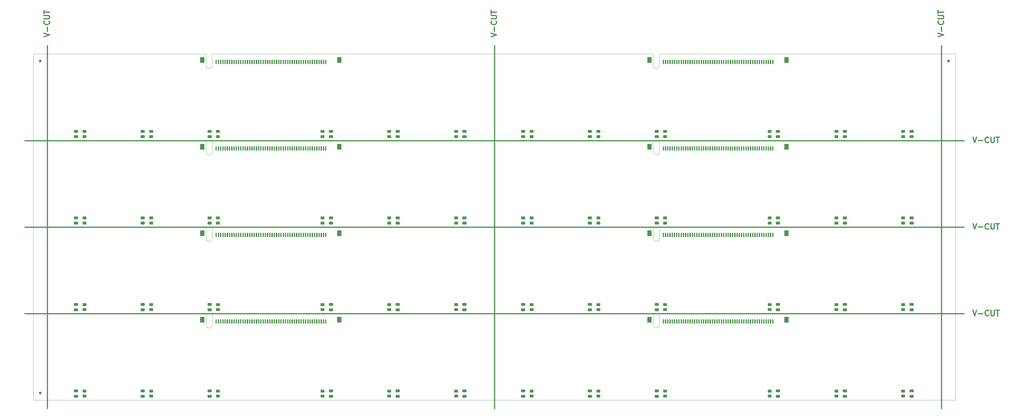
<source format=gbr>
%TF.GenerationSoftware,KiCad,Pcbnew,(7.0.0)*%
%TF.CreationDate,2023-07-13T16:19:27+02:00*%
%TF.ProjectId,Panelization,50616e65-6c69-47a6-9174-696f6e2e6b69,V1*%
%TF.SameCoordinates,Original*%
%TF.FileFunction,Paste,Bot*%
%TF.FilePolarity,Positive*%
%FSLAX46Y46*%
G04 Gerber Fmt 4.6, Leading zero omitted, Abs format (unit mm)*
G04 Created by KiCad (PCBNEW (7.0.0)) date 2023-07-13 16:19:27*
%MOMM*%
%LPD*%
G01*
G04 APERTURE LIST*
G04 Aperture macros list*
%AMRoundRect*
0 Rectangle with rounded corners*
0 $1 Rounding radius*
0 $2 $3 $4 $5 $6 $7 $8 $9 X,Y pos of 4 corners*
0 Add a 4 corners polygon primitive as box body*
4,1,4,$2,$3,$4,$5,$6,$7,$8,$9,$2,$3,0*
0 Add four circle primitives for the rounded corners*
1,1,$1+$1,$2,$3*
1,1,$1+$1,$4,$5*
1,1,$1+$1,$6,$7*
1,1,$1+$1,$8,$9*
0 Add four rect primitives between the rounded corners*
20,1,$1+$1,$2,$3,$4,$5,0*
20,1,$1+$1,$4,$5,$6,$7,0*
20,1,$1+$1,$6,$7,$8,$9,0*
20,1,$1+$1,$8,$9,$2,$3,0*%
G04 Aperture macros list end*
%ADD10C,0.010000*%
%ADD11C,1.000000*%
%ADD12RoundRect,0.250000X-0.475000X0.250000X-0.475000X-0.250000X0.475000X-0.250000X0.475000X0.250000X0*%
%ADD13RoundRect,0.250000X-0.450000X0.262500X-0.450000X-0.262500X0.450000X-0.262500X0.450000X0.262500X0*%
%ADD14R,1.500000X2.000000*%
%ADD15C,0.400000*%
%TA.AperFunction,Profile*%
%ADD16C,0.100000*%
%TD*%
%TA.AperFunction,Profile*%
%ADD17C,0.400000*%
%TD*%
G04 APERTURE END LIST*
%TO.C,J7*%
G36*
X270580000Y-121230000D02*
G01*
X270580000Y-122500000D01*
X270220000Y-122500000D01*
X270220000Y-121230000D01*
X270400000Y-120970000D01*
X270580000Y-121230000D01*
G37*
D10*
X270580000Y-121230000D02*
X270580000Y-122500000D01*
X270220000Y-122500000D01*
X270220000Y-121230000D01*
X270400000Y-120970000D01*
X270580000Y-121230000D01*
G36*
X271380000Y-121230000D02*
G01*
X271380000Y-122500000D01*
X271020000Y-122500000D01*
X271020000Y-121230000D01*
X271200000Y-120970000D01*
X271380000Y-121230000D01*
G37*
X271380000Y-121230000D02*
X271380000Y-122500000D01*
X271020000Y-122500000D01*
X271020000Y-121230000D01*
X271200000Y-120970000D01*
X271380000Y-121230000D01*
G36*
X272180000Y-121230000D02*
G01*
X272180000Y-122500000D01*
X271820000Y-122500000D01*
X271820000Y-121230000D01*
X272000000Y-120970000D01*
X272180000Y-121230000D01*
G37*
X272180000Y-121230000D02*
X272180000Y-122500000D01*
X271820000Y-122500000D01*
X271820000Y-121230000D01*
X272000000Y-120970000D01*
X272180000Y-121230000D01*
G36*
X272980000Y-121230000D02*
G01*
X272980000Y-122500000D01*
X272620000Y-122500000D01*
X272620000Y-121230000D01*
X272800000Y-120970000D01*
X272980000Y-121230000D01*
G37*
X272980000Y-121230000D02*
X272980000Y-122500000D01*
X272620000Y-122500000D01*
X272620000Y-121230000D01*
X272800000Y-120970000D01*
X272980000Y-121230000D01*
G36*
X273780000Y-121230000D02*
G01*
X273780000Y-122500000D01*
X273420000Y-122500000D01*
X273420000Y-121230000D01*
X273600000Y-120970000D01*
X273780000Y-121230000D01*
G37*
X273780000Y-121230000D02*
X273780000Y-122500000D01*
X273420000Y-122500000D01*
X273420000Y-121230000D01*
X273600000Y-120970000D01*
X273780000Y-121230000D01*
G36*
X274580000Y-121230000D02*
G01*
X274580000Y-122500000D01*
X274220000Y-122500000D01*
X274220000Y-121230000D01*
X274400000Y-120970000D01*
X274580000Y-121230000D01*
G37*
X274580000Y-121230000D02*
X274580000Y-122500000D01*
X274220000Y-122500000D01*
X274220000Y-121230000D01*
X274400000Y-120970000D01*
X274580000Y-121230000D01*
G36*
X275380000Y-121230000D02*
G01*
X275380000Y-122500000D01*
X275020000Y-122500000D01*
X275020000Y-121230000D01*
X275200000Y-120970000D01*
X275380000Y-121230000D01*
G37*
X275380000Y-121230000D02*
X275380000Y-122500000D01*
X275020000Y-122500000D01*
X275020000Y-121230000D01*
X275200000Y-120970000D01*
X275380000Y-121230000D01*
G36*
X276180000Y-121230000D02*
G01*
X276180000Y-122500000D01*
X275820000Y-122500000D01*
X275820000Y-121230000D01*
X276000000Y-120970000D01*
X276180000Y-121230000D01*
G37*
X276180000Y-121230000D02*
X276180000Y-122500000D01*
X275820000Y-122500000D01*
X275820000Y-121230000D01*
X276000000Y-120970000D01*
X276180000Y-121230000D01*
G36*
X276980000Y-121230000D02*
G01*
X276980000Y-122500000D01*
X276620000Y-122500000D01*
X276620000Y-121230000D01*
X276800000Y-120970000D01*
X276980000Y-121230000D01*
G37*
X276980000Y-121230000D02*
X276980000Y-122500000D01*
X276620000Y-122500000D01*
X276620000Y-121230000D01*
X276800000Y-120970000D01*
X276980000Y-121230000D01*
G36*
X277780000Y-121230000D02*
G01*
X277780000Y-122500000D01*
X277420000Y-122500000D01*
X277420000Y-121230000D01*
X277600000Y-120970000D01*
X277780000Y-121230000D01*
G37*
X277780000Y-121230000D02*
X277780000Y-122500000D01*
X277420000Y-122500000D01*
X277420000Y-121230000D01*
X277600000Y-120970000D01*
X277780000Y-121230000D01*
G36*
X278580000Y-121230000D02*
G01*
X278580000Y-122500000D01*
X278220000Y-122500000D01*
X278220000Y-121230000D01*
X278400000Y-120970000D01*
X278580000Y-121230000D01*
G37*
X278580000Y-121230000D02*
X278580000Y-122500000D01*
X278220000Y-122500000D01*
X278220000Y-121230000D01*
X278400000Y-120970000D01*
X278580000Y-121230000D01*
G36*
X279380000Y-121230000D02*
G01*
X279380000Y-122500000D01*
X279020000Y-122500000D01*
X279020000Y-121230000D01*
X279200000Y-120970000D01*
X279380000Y-121230000D01*
G37*
X279380000Y-121230000D02*
X279380000Y-122500000D01*
X279020000Y-122500000D01*
X279020000Y-121230000D01*
X279200000Y-120970000D01*
X279380000Y-121230000D01*
G36*
X280180000Y-121230000D02*
G01*
X280180000Y-122500000D01*
X279820000Y-122500000D01*
X279820000Y-121230000D01*
X280000000Y-120970000D01*
X280180000Y-121230000D01*
G37*
X280180000Y-121230000D02*
X280180000Y-122500000D01*
X279820000Y-122500000D01*
X279820000Y-121230000D01*
X280000000Y-120970000D01*
X280180000Y-121230000D01*
G36*
X280980000Y-121230000D02*
G01*
X280980000Y-122500000D01*
X280620000Y-122500000D01*
X280620000Y-121230000D01*
X280800000Y-120970000D01*
X280980000Y-121230000D01*
G37*
X280980000Y-121230000D02*
X280980000Y-122500000D01*
X280620000Y-122500000D01*
X280620000Y-121230000D01*
X280800000Y-120970000D01*
X280980000Y-121230000D01*
G36*
X281780000Y-121230000D02*
G01*
X281780000Y-122500000D01*
X281420000Y-122500000D01*
X281420000Y-121230000D01*
X281600000Y-120970000D01*
X281780000Y-121230000D01*
G37*
X281780000Y-121230000D02*
X281780000Y-122500000D01*
X281420000Y-122500000D01*
X281420000Y-121230000D01*
X281600000Y-120970000D01*
X281780000Y-121230000D01*
G36*
X282580000Y-121230000D02*
G01*
X282580000Y-122500000D01*
X282220000Y-122500000D01*
X282220000Y-121230000D01*
X282400000Y-120970000D01*
X282580000Y-121230000D01*
G37*
X282580000Y-121230000D02*
X282580000Y-122500000D01*
X282220000Y-122500000D01*
X282220000Y-121230000D01*
X282400000Y-120970000D01*
X282580000Y-121230000D01*
G36*
X283380000Y-121230000D02*
G01*
X283380000Y-122500000D01*
X283020000Y-122500000D01*
X283020000Y-121230000D01*
X283200000Y-120970000D01*
X283380000Y-121230000D01*
G37*
X283380000Y-121230000D02*
X283380000Y-122500000D01*
X283020000Y-122500000D01*
X283020000Y-121230000D01*
X283200000Y-120970000D01*
X283380000Y-121230000D01*
G36*
X284180000Y-121230000D02*
G01*
X284180000Y-122500000D01*
X283820000Y-122500000D01*
X283820000Y-121230000D01*
X284000000Y-120970000D01*
X284180000Y-121230000D01*
G37*
X284180000Y-121230000D02*
X284180000Y-122500000D01*
X283820000Y-122500000D01*
X283820000Y-121230000D01*
X284000000Y-120970000D01*
X284180000Y-121230000D01*
G36*
X284980000Y-121230000D02*
G01*
X284980000Y-122500000D01*
X284620000Y-122500000D01*
X284620000Y-121230000D01*
X284800000Y-120970000D01*
X284980000Y-121230000D01*
G37*
X284980000Y-121230000D02*
X284980000Y-122500000D01*
X284620000Y-122500000D01*
X284620000Y-121230000D01*
X284800000Y-120970000D01*
X284980000Y-121230000D01*
G36*
X285780000Y-121230000D02*
G01*
X285780000Y-122500000D01*
X285420000Y-122500000D01*
X285420000Y-121230000D01*
X285600000Y-120970000D01*
X285780000Y-121230000D01*
G37*
X285780000Y-121230000D02*
X285780000Y-122500000D01*
X285420000Y-122500000D01*
X285420000Y-121230000D01*
X285600000Y-120970000D01*
X285780000Y-121230000D01*
G36*
X286580000Y-121230000D02*
G01*
X286580000Y-122500000D01*
X286220000Y-122500000D01*
X286220000Y-121230000D01*
X286400000Y-120970000D01*
X286580000Y-121230000D01*
G37*
X286580000Y-121230000D02*
X286580000Y-122500000D01*
X286220000Y-122500000D01*
X286220000Y-121230000D01*
X286400000Y-120970000D01*
X286580000Y-121230000D01*
G36*
X287380000Y-121230000D02*
G01*
X287380000Y-122500000D01*
X287020000Y-122500000D01*
X287020000Y-121230000D01*
X287200000Y-120970000D01*
X287380000Y-121230000D01*
G37*
X287380000Y-121230000D02*
X287380000Y-122500000D01*
X287020000Y-122500000D01*
X287020000Y-121230000D01*
X287200000Y-120970000D01*
X287380000Y-121230000D01*
G36*
X288180000Y-121230000D02*
G01*
X288180000Y-122500000D01*
X287820000Y-122500000D01*
X287820000Y-121230000D01*
X288000000Y-120970000D01*
X288180000Y-121230000D01*
G37*
X288180000Y-121230000D02*
X288180000Y-122500000D01*
X287820000Y-122500000D01*
X287820000Y-121230000D01*
X288000000Y-120970000D01*
X288180000Y-121230000D01*
G36*
X288980000Y-121230000D02*
G01*
X288980000Y-122500000D01*
X288620000Y-122500000D01*
X288620000Y-121230000D01*
X288800000Y-120970000D01*
X288980000Y-121230000D01*
G37*
X288980000Y-121230000D02*
X288980000Y-122500000D01*
X288620000Y-122500000D01*
X288620000Y-121230000D01*
X288800000Y-120970000D01*
X288980000Y-121230000D01*
G36*
X289780000Y-121230000D02*
G01*
X289780000Y-122500000D01*
X289420000Y-122500000D01*
X289420000Y-121230000D01*
X289600000Y-120970000D01*
X289780000Y-121230000D01*
G37*
X289780000Y-121230000D02*
X289780000Y-122500000D01*
X289420000Y-122500000D01*
X289420000Y-121230000D01*
X289600000Y-120970000D01*
X289780000Y-121230000D01*
G36*
X290580000Y-121230000D02*
G01*
X290580000Y-122500000D01*
X290220000Y-122500000D01*
X290220000Y-121230000D01*
X290400000Y-120970000D01*
X290580000Y-121230000D01*
G37*
X290580000Y-121230000D02*
X290580000Y-122500000D01*
X290220000Y-122500000D01*
X290220000Y-121230000D01*
X290400000Y-120970000D01*
X290580000Y-121230000D01*
G36*
X291380000Y-121230000D02*
G01*
X291380000Y-122500000D01*
X291020000Y-122500000D01*
X291020000Y-121230000D01*
X291200000Y-120970000D01*
X291380000Y-121230000D01*
G37*
X291380000Y-121230000D02*
X291380000Y-122500000D01*
X291020000Y-122500000D01*
X291020000Y-121230000D01*
X291200000Y-120970000D01*
X291380000Y-121230000D01*
G36*
X292180000Y-121230000D02*
G01*
X292180000Y-122500000D01*
X291820000Y-122500000D01*
X291820000Y-121230000D01*
X292000000Y-120970000D01*
X292180000Y-121230000D01*
G37*
X292180000Y-121230000D02*
X292180000Y-122500000D01*
X291820000Y-122500000D01*
X291820000Y-121230000D01*
X292000000Y-120970000D01*
X292180000Y-121230000D01*
G36*
X292980000Y-121230000D02*
G01*
X292980000Y-122500000D01*
X292620000Y-122500000D01*
X292620000Y-121230000D01*
X292800000Y-120970000D01*
X292980000Y-121230000D01*
G37*
X292980000Y-121230000D02*
X292980000Y-122500000D01*
X292620000Y-122500000D01*
X292620000Y-121230000D01*
X292800000Y-120970000D01*
X292980000Y-121230000D01*
G36*
X293780000Y-121230000D02*
G01*
X293780000Y-122500000D01*
X293420000Y-122500000D01*
X293420000Y-121230000D01*
X293600000Y-120970000D01*
X293780000Y-121230000D01*
G37*
X293780000Y-121230000D02*
X293780000Y-122500000D01*
X293420000Y-122500000D01*
X293420000Y-121230000D01*
X293600000Y-120970000D01*
X293780000Y-121230000D01*
G36*
X294580000Y-121230000D02*
G01*
X294580000Y-122500000D01*
X294220000Y-122500000D01*
X294220000Y-121230000D01*
X294400000Y-120970000D01*
X294580000Y-121230000D01*
G37*
X294580000Y-121230000D02*
X294580000Y-122500000D01*
X294220000Y-122500000D01*
X294220000Y-121230000D01*
X294400000Y-120970000D01*
X294580000Y-121230000D01*
G36*
X295380000Y-121230000D02*
G01*
X295380000Y-122500000D01*
X295020000Y-122500000D01*
X295020000Y-121230000D01*
X295200000Y-120970000D01*
X295380000Y-121230000D01*
G37*
X295380000Y-121230000D02*
X295380000Y-122500000D01*
X295020000Y-122500000D01*
X295020000Y-121230000D01*
X295200000Y-120970000D01*
X295380000Y-121230000D01*
G36*
X296180000Y-121230000D02*
G01*
X296180000Y-122500000D01*
X295820000Y-122500000D01*
X295820000Y-121230000D01*
X296000000Y-120970000D01*
X296180000Y-121230000D01*
G37*
X296180000Y-121230000D02*
X296180000Y-122500000D01*
X295820000Y-122500000D01*
X295820000Y-121230000D01*
X296000000Y-120970000D01*
X296180000Y-121230000D01*
G36*
X296980000Y-121230000D02*
G01*
X296980000Y-122500000D01*
X296620000Y-122500000D01*
X296620000Y-121230000D01*
X296800000Y-120970000D01*
X296980000Y-121230000D01*
G37*
X296980000Y-121230000D02*
X296980000Y-122500000D01*
X296620000Y-122500000D01*
X296620000Y-121230000D01*
X296800000Y-120970000D01*
X296980000Y-121230000D01*
G36*
X297780000Y-121230000D02*
G01*
X297780000Y-122500000D01*
X297420000Y-122500000D01*
X297420000Y-121230000D01*
X297600000Y-120970000D01*
X297780000Y-121230000D01*
G37*
X297780000Y-121230000D02*
X297780000Y-122500000D01*
X297420000Y-122500000D01*
X297420000Y-121230000D01*
X297600000Y-120970000D01*
X297780000Y-121230000D01*
G36*
X298580000Y-121230000D02*
G01*
X298580000Y-122500000D01*
X298220000Y-122500000D01*
X298220000Y-121230000D01*
X298400000Y-120970000D01*
X298580000Y-121230000D01*
G37*
X298580000Y-121230000D02*
X298580000Y-122500000D01*
X298220000Y-122500000D01*
X298220000Y-121230000D01*
X298400000Y-120970000D01*
X298580000Y-121230000D01*
G36*
X299380000Y-121230000D02*
G01*
X299380000Y-122500000D01*
X299020000Y-122500000D01*
X299020000Y-121230000D01*
X299200000Y-120970000D01*
X299380000Y-121230000D01*
G37*
X299380000Y-121230000D02*
X299380000Y-122500000D01*
X299020000Y-122500000D01*
X299020000Y-121230000D01*
X299200000Y-120970000D01*
X299380000Y-121230000D01*
G36*
X300180000Y-121230000D02*
G01*
X300180000Y-122500000D01*
X299820000Y-122500000D01*
X299820000Y-121230000D01*
X300000000Y-120970000D01*
X300180000Y-121230000D01*
G37*
X300180000Y-121230000D02*
X300180000Y-122500000D01*
X299820000Y-122500000D01*
X299820000Y-121230000D01*
X300000000Y-120970000D01*
X300180000Y-121230000D01*
G36*
X300980000Y-121230000D02*
G01*
X300980000Y-122500000D01*
X300620000Y-122500000D01*
X300620000Y-121230000D01*
X300800000Y-120970000D01*
X300980000Y-121230000D01*
G37*
X300980000Y-121230000D02*
X300980000Y-122500000D01*
X300620000Y-122500000D01*
X300620000Y-121230000D01*
X300800000Y-120970000D01*
X300980000Y-121230000D01*
G36*
X301780000Y-121230000D02*
G01*
X301780000Y-122500000D01*
X301420000Y-122500000D01*
X301420000Y-121230000D01*
X301600000Y-120970000D01*
X301780000Y-121230000D01*
G37*
X301780000Y-121230000D02*
X301780000Y-122500000D01*
X301420000Y-122500000D01*
X301420000Y-121230000D01*
X301600000Y-120970000D01*
X301780000Y-121230000D01*
G36*
X302580000Y-121230000D02*
G01*
X302580000Y-122500000D01*
X302220000Y-122500000D01*
X302220000Y-121230000D01*
X302400000Y-120970000D01*
X302580000Y-121230000D01*
G37*
X302580000Y-121230000D02*
X302580000Y-122500000D01*
X302220000Y-122500000D01*
X302220000Y-121230000D01*
X302400000Y-120970000D01*
X302580000Y-121230000D01*
G36*
X303380000Y-121230000D02*
G01*
X303380000Y-122500000D01*
X303020000Y-122500000D01*
X303020000Y-121230000D01*
X303200000Y-120970000D01*
X303380000Y-121230000D01*
G37*
X303380000Y-121230000D02*
X303380000Y-122500000D01*
X303020000Y-122500000D01*
X303020000Y-121230000D01*
X303200000Y-120970000D01*
X303380000Y-121230000D01*
G36*
X304180000Y-121230000D02*
G01*
X304180000Y-122500000D01*
X303820000Y-122500000D01*
X303820000Y-121230000D01*
X304000000Y-120970000D01*
X304180000Y-121230000D01*
G37*
X304180000Y-121230000D02*
X304180000Y-122500000D01*
X303820000Y-122500000D01*
X303820000Y-121230000D01*
X304000000Y-120970000D01*
X304180000Y-121230000D01*
G36*
X304980000Y-121230000D02*
G01*
X304980000Y-122500000D01*
X304620000Y-122500000D01*
X304620000Y-121230000D01*
X304800000Y-120970000D01*
X304980000Y-121230000D01*
G37*
X304980000Y-121230000D02*
X304980000Y-122500000D01*
X304620000Y-122500000D01*
X304620000Y-121230000D01*
X304800000Y-120970000D01*
X304980000Y-121230000D01*
G36*
X305780000Y-121230000D02*
G01*
X305780000Y-122500000D01*
X305420000Y-122500000D01*
X305420000Y-121230000D01*
X305600000Y-120970000D01*
X305780000Y-121230000D01*
G37*
X305780000Y-121230000D02*
X305780000Y-122500000D01*
X305420000Y-122500000D01*
X305420000Y-121230000D01*
X305600000Y-120970000D01*
X305780000Y-121230000D01*
G36*
X306580000Y-121230000D02*
G01*
X306580000Y-122500000D01*
X306220000Y-122500000D01*
X306220000Y-121230000D01*
X306400000Y-120970000D01*
X306580000Y-121230000D01*
G37*
X306580000Y-121230000D02*
X306580000Y-122500000D01*
X306220000Y-122500000D01*
X306220000Y-121230000D01*
X306400000Y-120970000D01*
X306580000Y-121230000D01*
G36*
X307380000Y-121230000D02*
G01*
X307380000Y-122500000D01*
X307020000Y-122500000D01*
X307020000Y-121230000D01*
X307200000Y-120970000D01*
X307380000Y-121230000D01*
G37*
X307380000Y-121230000D02*
X307380000Y-122500000D01*
X307020000Y-122500000D01*
X307020000Y-121230000D01*
X307200000Y-120970000D01*
X307380000Y-121230000D01*
G36*
X308180000Y-121230000D02*
G01*
X308180000Y-122500000D01*
X307820000Y-122500000D01*
X307820000Y-121230000D01*
X308000000Y-120970000D01*
X308180000Y-121230000D01*
G37*
X308180000Y-121230000D02*
X308180000Y-122500000D01*
X307820000Y-122500000D01*
X307820000Y-121230000D01*
X308000000Y-120970000D01*
X308180000Y-121230000D01*
G36*
X308980000Y-121230000D02*
G01*
X308980000Y-122500000D01*
X308620000Y-122500000D01*
X308620000Y-121230000D01*
X308800000Y-120970000D01*
X308980000Y-121230000D01*
G37*
X308980000Y-121230000D02*
X308980000Y-122500000D01*
X308620000Y-122500000D01*
X308620000Y-121230000D01*
X308800000Y-120970000D01*
X308980000Y-121230000D01*
G36*
X309780000Y-121230000D02*
G01*
X309780000Y-122500000D01*
X309420000Y-122500000D01*
X309420000Y-121230000D01*
X309600000Y-120970000D01*
X309780000Y-121230000D01*
G37*
X309780000Y-121230000D02*
X309780000Y-122500000D01*
X309420000Y-122500000D01*
X309420000Y-121230000D01*
X309600000Y-120970000D01*
X309780000Y-121230000D01*
G36*
X110580000Y-152230000D02*
G01*
X110580000Y-153500000D01*
X110220000Y-153500000D01*
X110220000Y-152230000D01*
X110400000Y-151970000D01*
X110580000Y-152230000D01*
G37*
X110580000Y-152230000D02*
X110580000Y-153500000D01*
X110220000Y-153500000D01*
X110220000Y-152230000D01*
X110400000Y-151970000D01*
X110580000Y-152230000D01*
G36*
X111380000Y-152230000D02*
G01*
X111380000Y-153500000D01*
X111020000Y-153500000D01*
X111020000Y-152230000D01*
X111200000Y-151970000D01*
X111380000Y-152230000D01*
G37*
X111380000Y-152230000D02*
X111380000Y-153500000D01*
X111020000Y-153500000D01*
X111020000Y-152230000D01*
X111200000Y-151970000D01*
X111380000Y-152230000D01*
G36*
X112180000Y-152230000D02*
G01*
X112180000Y-153500000D01*
X111820000Y-153500000D01*
X111820000Y-152230000D01*
X112000000Y-151970000D01*
X112180000Y-152230000D01*
G37*
X112180000Y-152230000D02*
X112180000Y-153500000D01*
X111820000Y-153500000D01*
X111820000Y-152230000D01*
X112000000Y-151970000D01*
X112180000Y-152230000D01*
G36*
X112980000Y-152230000D02*
G01*
X112980000Y-153500000D01*
X112620000Y-153500000D01*
X112620000Y-152230000D01*
X112800000Y-151970000D01*
X112980000Y-152230000D01*
G37*
X112980000Y-152230000D02*
X112980000Y-153500000D01*
X112620000Y-153500000D01*
X112620000Y-152230000D01*
X112800000Y-151970000D01*
X112980000Y-152230000D01*
G36*
X113780000Y-152230000D02*
G01*
X113780000Y-153500000D01*
X113420000Y-153500000D01*
X113420000Y-152230000D01*
X113600000Y-151970000D01*
X113780000Y-152230000D01*
G37*
X113780000Y-152230000D02*
X113780000Y-153500000D01*
X113420000Y-153500000D01*
X113420000Y-152230000D01*
X113600000Y-151970000D01*
X113780000Y-152230000D01*
G36*
X114580000Y-152230000D02*
G01*
X114580000Y-153500000D01*
X114220000Y-153500000D01*
X114220000Y-152230000D01*
X114400000Y-151970000D01*
X114580000Y-152230000D01*
G37*
X114580000Y-152230000D02*
X114580000Y-153500000D01*
X114220000Y-153500000D01*
X114220000Y-152230000D01*
X114400000Y-151970000D01*
X114580000Y-152230000D01*
G36*
X115380000Y-152230000D02*
G01*
X115380000Y-153500000D01*
X115020000Y-153500000D01*
X115020000Y-152230000D01*
X115200000Y-151970000D01*
X115380000Y-152230000D01*
G37*
X115380000Y-152230000D02*
X115380000Y-153500000D01*
X115020000Y-153500000D01*
X115020000Y-152230000D01*
X115200000Y-151970000D01*
X115380000Y-152230000D01*
G36*
X116180000Y-152230000D02*
G01*
X116180000Y-153500000D01*
X115820000Y-153500000D01*
X115820000Y-152230000D01*
X116000000Y-151970000D01*
X116180000Y-152230000D01*
G37*
X116180000Y-152230000D02*
X116180000Y-153500000D01*
X115820000Y-153500000D01*
X115820000Y-152230000D01*
X116000000Y-151970000D01*
X116180000Y-152230000D01*
G36*
X116980000Y-152230000D02*
G01*
X116980000Y-153500000D01*
X116620000Y-153500000D01*
X116620000Y-152230000D01*
X116800000Y-151970000D01*
X116980000Y-152230000D01*
G37*
X116980000Y-152230000D02*
X116980000Y-153500000D01*
X116620000Y-153500000D01*
X116620000Y-152230000D01*
X116800000Y-151970000D01*
X116980000Y-152230000D01*
G36*
X117780000Y-152230000D02*
G01*
X117780000Y-153500000D01*
X117420000Y-153500000D01*
X117420000Y-152230000D01*
X117600000Y-151970000D01*
X117780000Y-152230000D01*
G37*
X117780000Y-152230000D02*
X117780000Y-153500000D01*
X117420000Y-153500000D01*
X117420000Y-152230000D01*
X117600000Y-151970000D01*
X117780000Y-152230000D01*
G36*
X118580000Y-152230000D02*
G01*
X118580000Y-153500000D01*
X118220000Y-153500000D01*
X118220000Y-152230000D01*
X118400000Y-151970000D01*
X118580000Y-152230000D01*
G37*
X118580000Y-152230000D02*
X118580000Y-153500000D01*
X118220000Y-153500000D01*
X118220000Y-152230000D01*
X118400000Y-151970000D01*
X118580000Y-152230000D01*
G36*
X119380000Y-152230000D02*
G01*
X119380000Y-153500000D01*
X119020000Y-153500000D01*
X119020000Y-152230000D01*
X119200000Y-151970000D01*
X119380000Y-152230000D01*
G37*
X119380000Y-152230000D02*
X119380000Y-153500000D01*
X119020000Y-153500000D01*
X119020000Y-152230000D01*
X119200000Y-151970000D01*
X119380000Y-152230000D01*
G36*
X120180000Y-152230000D02*
G01*
X120180000Y-153500000D01*
X119820000Y-153500000D01*
X119820000Y-152230000D01*
X120000000Y-151970000D01*
X120180000Y-152230000D01*
G37*
X120180000Y-152230000D02*
X120180000Y-153500000D01*
X119820000Y-153500000D01*
X119820000Y-152230000D01*
X120000000Y-151970000D01*
X120180000Y-152230000D01*
G36*
X120980000Y-152230000D02*
G01*
X120980000Y-153500000D01*
X120620000Y-153500000D01*
X120620000Y-152230000D01*
X120800000Y-151970000D01*
X120980000Y-152230000D01*
G37*
X120980000Y-152230000D02*
X120980000Y-153500000D01*
X120620000Y-153500000D01*
X120620000Y-152230000D01*
X120800000Y-151970000D01*
X120980000Y-152230000D01*
G36*
X121780000Y-152230000D02*
G01*
X121780000Y-153500000D01*
X121420000Y-153500000D01*
X121420000Y-152230000D01*
X121600000Y-151970000D01*
X121780000Y-152230000D01*
G37*
X121780000Y-152230000D02*
X121780000Y-153500000D01*
X121420000Y-153500000D01*
X121420000Y-152230000D01*
X121600000Y-151970000D01*
X121780000Y-152230000D01*
G36*
X122580000Y-152230000D02*
G01*
X122580000Y-153500000D01*
X122220000Y-153500000D01*
X122220000Y-152230000D01*
X122400000Y-151970000D01*
X122580000Y-152230000D01*
G37*
X122580000Y-152230000D02*
X122580000Y-153500000D01*
X122220000Y-153500000D01*
X122220000Y-152230000D01*
X122400000Y-151970000D01*
X122580000Y-152230000D01*
G36*
X123380000Y-152230000D02*
G01*
X123380000Y-153500000D01*
X123020000Y-153500000D01*
X123020000Y-152230000D01*
X123200000Y-151970000D01*
X123380000Y-152230000D01*
G37*
X123380000Y-152230000D02*
X123380000Y-153500000D01*
X123020000Y-153500000D01*
X123020000Y-152230000D01*
X123200000Y-151970000D01*
X123380000Y-152230000D01*
G36*
X124180000Y-152230000D02*
G01*
X124180000Y-153500000D01*
X123820000Y-153500000D01*
X123820000Y-152230000D01*
X124000000Y-151970000D01*
X124180000Y-152230000D01*
G37*
X124180000Y-152230000D02*
X124180000Y-153500000D01*
X123820000Y-153500000D01*
X123820000Y-152230000D01*
X124000000Y-151970000D01*
X124180000Y-152230000D01*
G36*
X124980000Y-152230000D02*
G01*
X124980000Y-153500000D01*
X124620000Y-153500000D01*
X124620000Y-152230000D01*
X124800000Y-151970000D01*
X124980000Y-152230000D01*
G37*
X124980000Y-152230000D02*
X124980000Y-153500000D01*
X124620000Y-153500000D01*
X124620000Y-152230000D01*
X124800000Y-151970000D01*
X124980000Y-152230000D01*
G36*
X125780000Y-152230000D02*
G01*
X125780000Y-153500000D01*
X125420000Y-153500000D01*
X125420000Y-152230000D01*
X125600000Y-151970000D01*
X125780000Y-152230000D01*
G37*
X125780000Y-152230000D02*
X125780000Y-153500000D01*
X125420000Y-153500000D01*
X125420000Y-152230000D01*
X125600000Y-151970000D01*
X125780000Y-152230000D01*
G36*
X126580000Y-152230000D02*
G01*
X126580000Y-153500000D01*
X126220000Y-153500000D01*
X126220000Y-152230000D01*
X126400000Y-151970000D01*
X126580000Y-152230000D01*
G37*
X126580000Y-152230000D02*
X126580000Y-153500000D01*
X126220000Y-153500000D01*
X126220000Y-152230000D01*
X126400000Y-151970000D01*
X126580000Y-152230000D01*
G36*
X127380000Y-152230000D02*
G01*
X127380000Y-153500000D01*
X127020000Y-153500000D01*
X127020000Y-152230000D01*
X127200000Y-151970000D01*
X127380000Y-152230000D01*
G37*
X127380000Y-152230000D02*
X127380000Y-153500000D01*
X127020000Y-153500000D01*
X127020000Y-152230000D01*
X127200000Y-151970000D01*
X127380000Y-152230000D01*
G36*
X128180000Y-152230000D02*
G01*
X128180000Y-153500000D01*
X127820000Y-153500000D01*
X127820000Y-152230000D01*
X128000000Y-151970000D01*
X128180000Y-152230000D01*
G37*
X128180000Y-152230000D02*
X128180000Y-153500000D01*
X127820000Y-153500000D01*
X127820000Y-152230000D01*
X128000000Y-151970000D01*
X128180000Y-152230000D01*
G36*
X128980000Y-152230000D02*
G01*
X128980000Y-153500000D01*
X128620000Y-153500000D01*
X128620000Y-152230000D01*
X128800000Y-151970000D01*
X128980000Y-152230000D01*
G37*
X128980000Y-152230000D02*
X128980000Y-153500000D01*
X128620000Y-153500000D01*
X128620000Y-152230000D01*
X128800000Y-151970000D01*
X128980000Y-152230000D01*
G36*
X129780000Y-152230000D02*
G01*
X129780000Y-153500000D01*
X129420000Y-153500000D01*
X129420000Y-152230000D01*
X129600000Y-151970000D01*
X129780000Y-152230000D01*
G37*
X129780000Y-152230000D02*
X129780000Y-153500000D01*
X129420000Y-153500000D01*
X129420000Y-152230000D01*
X129600000Y-151970000D01*
X129780000Y-152230000D01*
G36*
X130580000Y-152230000D02*
G01*
X130580000Y-153500000D01*
X130220000Y-153500000D01*
X130220000Y-152230000D01*
X130400000Y-151970000D01*
X130580000Y-152230000D01*
G37*
X130580000Y-152230000D02*
X130580000Y-153500000D01*
X130220000Y-153500000D01*
X130220000Y-152230000D01*
X130400000Y-151970000D01*
X130580000Y-152230000D01*
G36*
X131380000Y-152230000D02*
G01*
X131380000Y-153500000D01*
X131020000Y-153500000D01*
X131020000Y-152230000D01*
X131200000Y-151970000D01*
X131380000Y-152230000D01*
G37*
X131380000Y-152230000D02*
X131380000Y-153500000D01*
X131020000Y-153500000D01*
X131020000Y-152230000D01*
X131200000Y-151970000D01*
X131380000Y-152230000D01*
G36*
X132180000Y-152230000D02*
G01*
X132180000Y-153500000D01*
X131820000Y-153500000D01*
X131820000Y-152230000D01*
X132000000Y-151970000D01*
X132180000Y-152230000D01*
G37*
X132180000Y-152230000D02*
X132180000Y-153500000D01*
X131820000Y-153500000D01*
X131820000Y-152230000D01*
X132000000Y-151970000D01*
X132180000Y-152230000D01*
G36*
X132980000Y-152230000D02*
G01*
X132980000Y-153500000D01*
X132620000Y-153500000D01*
X132620000Y-152230000D01*
X132800000Y-151970000D01*
X132980000Y-152230000D01*
G37*
X132980000Y-152230000D02*
X132980000Y-153500000D01*
X132620000Y-153500000D01*
X132620000Y-152230000D01*
X132800000Y-151970000D01*
X132980000Y-152230000D01*
G36*
X133780000Y-152230000D02*
G01*
X133780000Y-153500000D01*
X133420000Y-153500000D01*
X133420000Y-152230000D01*
X133600000Y-151970000D01*
X133780000Y-152230000D01*
G37*
X133780000Y-152230000D02*
X133780000Y-153500000D01*
X133420000Y-153500000D01*
X133420000Y-152230000D01*
X133600000Y-151970000D01*
X133780000Y-152230000D01*
G36*
X134580000Y-152230000D02*
G01*
X134580000Y-153500000D01*
X134220000Y-153500000D01*
X134220000Y-152230000D01*
X134400000Y-151970000D01*
X134580000Y-152230000D01*
G37*
X134580000Y-152230000D02*
X134580000Y-153500000D01*
X134220000Y-153500000D01*
X134220000Y-152230000D01*
X134400000Y-151970000D01*
X134580000Y-152230000D01*
G36*
X135380000Y-152230000D02*
G01*
X135380000Y-153500000D01*
X135020000Y-153500000D01*
X135020000Y-152230000D01*
X135200000Y-151970000D01*
X135380000Y-152230000D01*
G37*
X135380000Y-152230000D02*
X135380000Y-153500000D01*
X135020000Y-153500000D01*
X135020000Y-152230000D01*
X135200000Y-151970000D01*
X135380000Y-152230000D01*
G36*
X136180000Y-152230000D02*
G01*
X136180000Y-153500000D01*
X135820000Y-153500000D01*
X135820000Y-152230000D01*
X136000000Y-151970000D01*
X136180000Y-152230000D01*
G37*
X136180000Y-152230000D02*
X136180000Y-153500000D01*
X135820000Y-153500000D01*
X135820000Y-152230000D01*
X136000000Y-151970000D01*
X136180000Y-152230000D01*
G36*
X136980000Y-152230000D02*
G01*
X136980000Y-153500000D01*
X136620000Y-153500000D01*
X136620000Y-152230000D01*
X136800000Y-151970000D01*
X136980000Y-152230000D01*
G37*
X136980000Y-152230000D02*
X136980000Y-153500000D01*
X136620000Y-153500000D01*
X136620000Y-152230000D01*
X136800000Y-151970000D01*
X136980000Y-152230000D01*
G36*
X137780000Y-152230000D02*
G01*
X137780000Y-153500000D01*
X137420000Y-153500000D01*
X137420000Y-152230000D01*
X137600000Y-151970000D01*
X137780000Y-152230000D01*
G37*
X137780000Y-152230000D02*
X137780000Y-153500000D01*
X137420000Y-153500000D01*
X137420000Y-152230000D01*
X137600000Y-151970000D01*
X137780000Y-152230000D01*
G36*
X138580000Y-152230000D02*
G01*
X138580000Y-153500000D01*
X138220000Y-153500000D01*
X138220000Y-152230000D01*
X138400000Y-151970000D01*
X138580000Y-152230000D01*
G37*
X138580000Y-152230000D02*
X138580000Y-153500000D01*
X138220000Y-153500000D01*
X138220000Y-152230000D01*
X138400000Y-151970000D01*
X138580000Y-152230000D01*
G36*
X139380000Y-152230000D02*
G01*
X139380000Y-153500000D01*
X139020000Y-153500000D01*
X139020000Y-152230000D01*
X139200000Y-151970000D01*
X139380000Y-152230000D01*
G37*
X139380000Y-152230000D02*
X139380000Y-153500000D01*
X139020000Y-153500000D01*
X139020000Y-152230000D01*
X139200000Y-151970000D01*
X139380000Y-152230000D01*
G36*
X140180000Y-152230000D02*
G01*
X140180000Y-153500000D01*
X139820000Y-153500000D01*
X139820000Y-152230000D01*
X140000000Y-151970000D01*
X140180000Y-152230000D01*
G37*
X140180000Y-152230000D02*
X140180000Y-153500000D01*
X139820000Y-153500000D01*
X139820000Y-152230000D01*
X140000000Y-151970000D01*
X140180000Y-152230000D01*
G36*
X140980000Y-152230000D02*
G01*
X140980000Y-153500000D01*
X140620000Y-153500000D01*
X140620000Y-152230000D01*
X140800000Y-151970000D01*
X140980000Y-152230000D01*
G37*
X140980000Y-152230000D02*
X140980000Y-153500000D01*
X140620000Y-153500000D01*
X140620000Y-152230000D01*
X140800000Y-151970000D01*
X140980000Y-152230000D01*
G36*
X141780000Y-152230000D02*
G01*
X141780000Y-153500000D01*
X141420000Y-153500000D01*
X141420000Y-152230000D01*
X141600000Y-151970000D01*
X141780000Y-152230000D01*
G37*
X141780000Y-152230000D02*
X141780000Y-153500000D01*
X141420000Y-153500000D01*
X141420000Y-152230000D01*
X141600000Y-151970000D01*
X141780000Y-152230000D01*
G36*
X142580000Y-152230000D02*
G01*
X142580000Y-153500000D01*
X142220000Y-153500000D01*
X142220000Y-152230000D01*
X142400000Y-151970000D01*
X142580000Y-152230000D01*
G37*
X142580000Y-152230000D02*
X142580000Y-153500000D01*
X142220000Y-153500000D01*
X142220000Y-152230000D01*
X142400000Y-151970000D01*
X142580000Y-152230000D01*
G36*
X143380000Y-152230000D02*
G01*
X143380000Y-153500000D01*
X143020000Y-153500000D01*
X143020000Y-152230000D01*
X143200000Y-151970000D01*
X143380000Y-152230000D01*
G37*
X143380000Y-152230000D02*
X143380000Y-153500000D01*
X143020000Y-153500000D01*
X143020000Y-152230000D01*
X143200000Y-151970000D01*
X143380000Y-152230000D01*
G36*
X144180000Y-152230000D02*
G01*
X144180000Y-153500000D01*
X143820000Y-153500000D01*
X143820000Y-152230000D01*
X144000000Y-151970000D01*
X144180000Y-152230000D01*
G37*
X144180000Y-152230000D02*
X144180000Y-153500000D01*
X143820000Y-153500000D01*
X143820000Y-152230000D01*
X144000000Y-151970000D01*
X144180000Y-152230000D01*
G36*
X144980000Y-152230000D02*
G01*
X144980000Y-153500000D01*
X144620000Y-153500000D01*
X144620000Y-152230000D01*
X144800000Y-151970000D01*
X144980000Y-152230000D01*
G37*
X144980000Y-152230000D02*
X144980000Y-153500000D01*
X144620000Y-153500000D01*
X144620000Y-152230000D01*
X144800000Y-151970000D01*
X144980000Y-152230000D01*
G36*
X145780000Y-152230000D02*
G01*
X145780000Y-153500000D01*
X145420000Y-153500000D01*
X145420000Y-152230000D01*
X145600000Y-151970000D01*
X145780000Y-152230000D01*
G37*
X145780000Y-152230000D02*
X145780000Y-153500000D01*
X145420000Y-153500000D01*
X145420000Y-152230000D01*
X145600000Y-151970000D01*
X145780000Y-152230000D01*
G36*
X146580000Y-152230000D02*
G01*
X146580000Y-153500000D01*
X146220000Y-153500000D01*
X146220000Y-152230000D01*
X146400000Y-151970000D01*
X146580000Y-152230000D01*
G37*
X146580000Y-152230000D02*
X146580000Y-153500000D01*
X146220000Y-153500000D01*
X146220000Y-152230000D01*
X146400000Y-151970000D01*
X146580000Y-152230000D01*
G36*
X147380000Y-152230000D02*
G01*
X147380000Y-153500000D01*
X147020000Y-153500000D01*
X147020000Y-152230000D01*
X147200000Y-151970000D01*
X147380000Y-152230000D01*
G37*
X147380000Y-152230000D02*
X147380000Y-153500000D01*
X147020000Y-153500000D01*
X147020000Y-152230000D01*
X147200000Y-151970000D01*
X147380000Y-152230000D01*
G36*
X148180000Y-152230000D02*
G01*
X148180000Y-153500000D01*
X147820000Y-153500000D01*
X147820000Y-152230000D01*
X148000000Y-151970000D01*
X148180000Y-152230000D01*
G37*
X148180000Y-152230000D02*
X148180000Y-153500000D01*
X147820000Y-153500000D01*
X147820000Y-152230000D01*
X148000000Y-151970000D01*
X148180000Y-152230000D01*
G36*
X148980000Y-152230000D02*
G01*
X148980000Y-153500000D01*
X148620000Y-153500000D01*
X148620000Y-152230000D01*
X148800000Y-151970000D01*
X148980000Y-152230000D01*
G37*
X148980000Y-152230000D02*
X148980000Y-153500000D01*
X148620000Y-153500000D01*
X148620000Y-152230000D01*
X148800000Y-151970000D01*
X148980000Y-152230000D01*
G36*
X149780000Y-152230000D02*
G01*
X149780000Y-153500000D01*
X149420000Y-153500000D01*
X149420000Y-152230000D01*
X149600000Y-151970000D01*
X149780000Y-152230000D01*
G37*
X149780000Y-152230000D02*
X149780000Y-153500000D01*
X149420000Y-153500000D01*
X149420000Y-152230000D01*
X149600000Y-151970000D01*
X149780000Y-152230000D01*
G36*
X110580000Y-183230000D02*
G01*
X110580000Y-184500000D01*
X110220000Y-184500000D01*
X110220000Y-183230000D01*
X110400000Y-182970000D01*
X110580000Y-183230000D01*
G37*
X110580000Y-183230000D02*
X110580000Y-184500000D01*
X110220000Y-184500000D01*
X110220000Y-183230000D01*
X110400000Y-182970000D01*
X110580000Y-183230000D01*
G36*
X111380000Y-183230000D02*
G01*
X111380000Y-184500000D01*
X111020000Y-184500000D01*
X111020000Y-183230000D01*
X111200000Y-182970000D01*
X111380000Y-183230000D01*
G37*
X111380000Y-183230000D02*
X111380000Y-184500000D01*
X111020000Y-184500000D01*
X111020000Y-183230000D01*
X111200000Y-182970000D01*
X111380000Y-183230000D01*
G36*
X112180000Y-183230000D02*
G01*
X112180000Y-184500000D01*
X111820000Y-184500000D01*
X111820000Y-183230000D01*
X112000000Y-182970000D01*
X112180000Y-183230000D01*
G37*
X112180000Y-183230000D02*
X112180000Y-184500000D01*
X111820000Y-184500000D01*
X111820000Y-183230000D01*
X112000000Y-182970000D01*
X112180000Y-183230000D01*
G36*
X112980000Y-183230000D02*
G01*
X112980000Y-184500000D01*
X112620000Y-184500000D01*
X112620000Y-183230000D01*
X112800000Y-182970000D01*
X112980000Y-183230000D01*
G37*
X112980000Y-183230000D02*
X112980000Y-184500000D01*
X112620000Y-184500000D01*
X112620000Y-183230000D01*
X112800000Y-182970000D01*
X112980000Y-183230000D01*
G36*
X113780000Y-183230000D02*
G01*
X113780000Y-184500000D01*
X113420000Y-184500000D01*
X113420000Y-183230000D01*
X113600000Y-182970000D01*
X113780000Y-183230000D01*
G37*
X113780000Y-183230000D02*
X113780000Y-184500000D01*
X113420000Y-184500000D01*
X113420000Y-183230000D01*
X113600000Y-182970000D01*
X113780000Y-183230000D01*
G36*
X114580000Y-183230000D02*
G01*
X114580000Y-184500000D01*
X114220000Y-184500000D01*
X114220000Y-183230000D01*
X114400000Y-182970000D01*
X114580000Y-183230000D01*
G37*
X114580000Y-183230000D02*
X114580000Y-184500000D01*
X114220000Y-184500000D01*
X114220000Y-183230000D01*
X114400000Y-182970000D01*
X114580000Y-183230000D01*
G36*
X115380000Y-183230000D02*
G01*
X115380000Y-184500000D01*
X115020000Y-184500000D01*
X115020000Y-183230000D01*
X115200000Y-182970000D01*
X115380000Y-183230000D01*
G37*
X115380000Y-183230000D02*
X115380000Y-184500000D01*
X115020000Y-184500000D01*
X115020000Y-183230000D01*
X115200000Y-182970000D01*
X115380000Y-183230000D01*
G36*
X116180000Y-183230000D02*
G01*
X116180000Y-184500000D01*
X115820000Y-184500000D01*
X115820000Y-183230000D01*
X116000000Y-182970000D01*
X116180000Y-183230000D01*
G37*
X116180000Y-183230000D02*
X116180000Y-184500000D01*
X115820000Y-184500000D01*
X115820000Y-183230000D01*
X116000000Y-182970000D01*
X116180000Y-183230000D01*
G36*
X116980000Y-183230000D02*
G01*
X116980000Y-184500000D01*
X116620000Y-184500000D01*
X116620000Y-183230000D01*
X116800000Y-182970000D01*
X116980000Y-183230000D01*
G37*
X116980000Y-183230000D02*
X116980000Y-184500000D01*
X116620000Y-184500000D01*
X116620000Y-183230000D01*
X116800000Y-182970000D01*
X116980000Y-183230000D01*
G36*
X117780000Y-183230000D02*
G01*
X117780000Y-184500000D01*
X117420000Y-184500000D01*
X117420000Y-183230000D01*
X117600000Y-182970000D01*
X117780000Y-183230000D01*
G37*
X117780000Y-183230000D02*
X117780000Y-184500000D01*
X117420000Y-184500000D01*
X117420000Y-183230000D01*
X117600000Y-182970000D01*
X117780000Y-183230000D01*
G36*
X118580000Y-183230000D02*
G01*
X118580000Y-184500000D01*
X118220000Y-184500000D01*
X118220000Y-183230000D01*
X118400000Y-182970000D01*
X118580000Y-183230000D01*
G37*
X118580000Y-183230000D02*
X118580000Y-184500000D01*
X118220000Y-184500000D01*
X118220000Y-183230000D01*
X118400000Y-182970000D01*
X118580000Y-183230000D01*
G36*
X119380000Y-183230000D02*
G01*
X119380000Y-184500000D01*
X119020000Y-184500000D01*
X119020000Y-183230000D01*
X119200000Y-182970000D01*
X119380000Y-183230000D01*
G37*
X119380000Y-183230000D02*
X119380000Y-184500000D01*
X119020000Y-184500000D01*
X119020000Y-183230000D01*
X119200000Y-182970000D01*
X119380000Y-183230000D01*
G36*
X120180000Y-183230000D02*
G01*
X120180000Y-184500000D01*
X119820000Y-184500000D01*
X119820000Y-183230000D01*
X120000000Y-182970000D01*
X120180000Y-183230000D01*
G37*
X120180000Y-183230000D02*
X120180000Y-184500000D01*
X119820000Y-184500000D01*
X119820000Y-183230000D01*
X120000000Y-182970000D01*
X120180000Y-183230000D01*
G36*
X120980000Y-183230000D02*
G01*
X120980000Y-184500000D01*
X120620000Y-184500000D01*
X120620000Y-183230000D01*
X120800000Y-182970000D01*
X120980000Y-183230000D01*
G37*
X120980000Y-183230000D02*
X120980000Y-184500000D01*
X120620000Y-184500000D01*
X120620000Y-183230000D01*
X120800000Y-182970000D01*
X120980000Y-183230000D01*
G36*
X121780000Y-183230000D02*
G01*
X121780000Y-184500000D01*
X121420000Y-184500000D01*
X121420000Y-183230000D01*
X121600000Y-182970000D01*
X121780000Y-183230000D01*
G37*
X121780000Y-183230000D02*
X121780000Y-184500000D01*
X121420000Y-184500000D01*
X121420000Y-183230000D01*
X121600000Y-182970000D01*
X121780000Y-183230000D01*
G36*
X122580000Y-183230000D02*
G01*
X122580000Y-184500000D01*
X122220000Y-184500000D01*
X122220000Y-183230000D01*
X122400000Y-182970000D01*
X122580000Y-183230000D01*
G37*
X122580000Y-183230000D02*
X122580000Y-184500000D01*
X122220000Y-184500000D01*
X122220000Y-183230000D01*
X122400000Y-182970000D01*
X122580000Y-183230000D01*
G36*
X123380000Y-183230000D02*
G01*
X123380000Y-184500000D01*
X123020000Y-184500000D01*
X123020000Y-183230000D01*
X123200000Y-182970000D01*
X123380000Y-183230000D01*
G37*
X123380000Y-183230000D02*
X123380000Y-184500000D01*
X123020000Y-184500000D01*
X123020000Y-183230000D01*
X123200000Y-182970000D01*
X123380000Y-183230000D01*
G36*
X124180000Y-183230000D02*
G01*
X124180000Y-184500000D01*
X123820000Y-184500000D01*
X123820000Y-183230000D01*
X124000000Y-182970000D01*
X124180000Y-183230000D01*
G37*
X124180000Y-183230000D02*
X124180000Y-184500000D01*
X123820000Y-184500000D01*
X123820000Y-183230000D01*
X124000000Y-182970000D01*
X124180000Y-183230000D01*
G36*
X124980000Y-183230000D02*
G01*
X124980000Y-184500000D01*
X124620000Y-184500000D01*
X124620000Y-183230000D01*
X124800000Y-182970000D01*
X124980000Y-183230000D01*
G37*
X124980000Y-183230000D02*
X124980000Y-184500000D01*
X124620000Y-184500000D01*
X124620000Y-183230000D01*
X124800000Y-182970000D01*
X124980000Y-183230000D01*
G36*
X125780000Y-183230000D02*
G01*
X125780000Y-184500000D01*
X125420000Y-184500000D01*
X125420000Y-183230000D01*
X125600000Y-182970000D01*
X125780000Y-183230000D01*
G37*
X125780000Y-183230000D02*
X125780000Y-184500000D01*
X125420000Y-184500000D01*
X125420000Y-183230000D01*
X125600000Y-182970000D01*
X125780000Y-183230000D01*
G36*
X126580000Y-183230000D02*
G01*
X126580000Y-184500000D01*
X126220000Y-184500000D01*
X126220000Y-183230000D01*
X126400000Y-182970000D01*
X126580000Y-183230000D01*
G37*
X126580000Y-183230000D02*
X126580000Y-184500000D01*
X126220000Y-184500000D01*
X126220000Y-183230000D01*
X126400000Y-182970000D01*
X126580000Y-183230000D01*
G36*
X127380000Y-183230000D02*
G01*
X127380000Y-184500000D01*
X127020000Y-184500000D01*
X127020000Y-183230000D01*
X127200000Y-182970000D01*
X127380000Y-183230000D01*
G37*
X127380000Y-183230000D02*
X127380000Y-184500000D01*
X127020000Y-184500000D01*
X127020000Y-183230000D01*
X127200000Y-182970000D01*
X127380000Y-183230000D01*
G36*
X128180000Y-183230000D02*
G01*
X128180000Y-184500000D01*
X127820000Y-184500000D01*
X127820000Y-183230000D01*
X128000000Y-182970000D01*
X128180000Y-183230000D01*
G37*
X128180000Y-183230000D02*
X128180000Y-184500000D01*
X127820000Y-184500000D01*
X127820000Y-183230000D01*
X128000000Y-182970000D01*
X128180000Y-183230000D01*
G36*
X128980000Y-183230000D02*
G01*
X128980000Y-184500000D01*
X128620000Y-184500000D01*
X128620000Y-183230000D01*
X128800000Y-182970000D01*
X128980000Y-183230000D01*
G37*
X128980000Y-183230000D02*
X128980000Y-184500000D01*
X128620000Y-184500000D01*
X128620000Y-183230000D01*
X128800000Y-182970000D01*
X128980000Y-183230000D01*
G36*
X129780000Y-183230000D02*
G01*
X129780000Y-184500000D01*
X129420000Y-184500000D01*
X129420000Y-183230000D01*
X129600000Y-182970000D01*
X129780000Y-183230000D01*
G37*
X129780000Y-183230000D02*
X129780000Y-184500000D01*
X129420000Y-184500000D01*
X129420000Y-183230000D01*
X129600000Y-182970000D01*
X129780000Y-183230000D01*
G36*
X130580000Y-183230000D02*
G01*
X130580000Y-184500000D01*
X130220000Y-184500000D01*
X130220000Y-183230000D01*
X130400000Y-182970000D01*
X130580000Y-183230000D01*
G37*
X130580000Y-183230000D02*
X130580000Y-184500000D01*
X130220000Y-184500000D01*
X130220000Y-183230000D01*
X130400000Y-182970000D01*
X130580000Y-183230000D01*
G36*
X131380000Y-183230000D02*
G01*
X131380000Y-184500000D01*
X131020000Y-184500000D01*
X131020000Y-183230000D01*
X131200000Y-182970000D01*
X131380000Y-183230000D01*
G37*
X131380000Y-183230000D02*
X131380000Y-184500000D01*
X131020000Y-184500000D01*
X131020000Y-183230000D01*
X131200000Y-182970000D01*
X131380000Y-183230000D01*
G36*
X132180000Y-183230000D02*
G01*
X132180000Y-184500000D01*
X131820000Y-184500000D01*
X131820000Y-183230000D01*
X132000000Y-182970000D01*
X132180000Y-183230000D01*
G37*
X132180000Y-183230000D02*
X132180000Y-184500000D01*
X131820000Y-184500000D01*
X131820000Y-183230000D01*
X132000000Y-182970000D01*
X132180000Y-183230000D01*
G36*
X132980000Y-183230000D02*
G01*
X132980000Y-184500000D01*
X132620000Y-184500000D01*
X132620000Y-183230000D01*
X132800000Y-182970000D01*
X132980000Y-183230000D01*
G37*
X132980000Y-183230000D02*
X132980000Y-184500000D01*
X132620000Y-184500000D01*
X132620000Y-183230000D01*
X132800000Y-182970000D01*
X132980000Y-183230000D01*
G36*
X133780000Y-183230000D02*
G01*
X133780000Y-184500000D01*
X133420000Y-184500000D01*
X133420000Y-183230000D01*
X133600000Y-182970000D01*
X133780000Y-183230000D01*
G37*
X133780000Y-183230000D02*
X133780000Y-184500000D01*
X133420000Y-184500000D01*
X133420000Y-183230000D01*
X133600000Y-182970000D01*
X133780000Y-183230000D01*
G36*
X134580000Y-183230000D02*
G01*
X134580000Y-184500000D01*
X134220000Y-184500000D01*
X134220000Y-183230000D01*
X134400000Y-182970000D01*
X134580000Y-183230000D01*
G37*
X134580000Y-183230000D02*
X134580000Y-184500000D01*
X134220000Y-184500000D01*
X134220000Y-183230000D01*
X134400000Y-182970000D01*
X134580000Y-183230000D01*
G36*
X135380000Y-183230000D02*
G01*
X135380000Y-184500000D01*
X135020000Y-184500000D01*
X135020000Y-183230000D01*
X135200000Y-182970000D01*
X135380000Y-183230000D01*
G37*
X135380000Y-183230000D02*
X135380000Y-184500000D01*
X135020000Y-184500000D01*
X135020000Y-183230000D01*
X135200000Y-182970000D01*
X135380000Y-183230000D01*
G36*
X136180000Y-183230000D02*
G01*
X136180000Y-184500000D01*
X135820000Y-184500000D01*
X135820000Y-183230000D01*
X136000000Y-182970000D01*
X136180000Y-183230000D01*
G37*
X136180000Y-183230000D02*
X136180000Y-184500000D01*
X135820000Y-184500000D01*
X135820000Y-183230000D01*
X136000000Y-182970000D01*
X136180000Y-183230000D01*
G36*
X136980000Y-183230000D02*
G01*
X136980000Y-184500000D01*
X136620000Y-184500000D01*
X136620000Y-183230000D01*
X136800000Y-182970000D01*
X136980000Y-183230000D01*
G37*
X136980000Y-183230000D02*
X136980000Y-184500000D01*
X136620000Y-184500000D01*
X136620000Y-183230000D01*
X136800000Y-182970000D01*
X136980000Y-183230000D01*
G36*
X137780000Y-183230000D02*
G01*
X137780000Y-184500000D01*
X137420000Y-184500000D01*
X137420000Y-183230000D01*
X137600000Y-182970000D01*
X137780000Y-183230000D01*
G37*
X137780000Y-183230000D02*
X137780000Y-184500000D01*
X137420000Y-184500000D01*
X137420000Y-183230000D01*
X137600000Y-182970000D01*
X137780000Y-183230000D01*
G36*
X138580000Y-183230000D02*
G01*
X138580000Y-184500000D01*
X138220000Y-184500000D01*
X138220000Y-183230000D01*
X138400000Y-182970000D01*
X138580000Y-183230000D01*
G37*
X138580000Y-183230000D02*
X138580000Y-184500000D01*
X138220000Y-184500000D01*
X138220000Y-183230000D01*
X138400000Y-182970000D01*
X138580000Y-183230000D01*
G36*
X139380000Y-183230000D02*
G01*
X139380000Y-184500000D01*
X139020000Y-184500000D01*
X139020000Y-183230000D01*
X139200000Y-182970000D01*
X139380000Y-183230000D01*
G37*
X139380000Y-183230000D02*
X139380000Y-184500000D01*
X139020000Y-184500000D01*
X139020000Y-183230000D01*
X139200000Y-182970000D01*
X139380000Y-183230000D01*
G36*
X140180000Y-183230000D02*
G01*
X140180000Y-184500000D01*
X139820000Y-184500000D01*
X139820000Y-183230000D01*
X140000000Y-182970000D01*
X140180000Y-183230000D01*
G37*
X140180000Y-183230000D02*
X140180000Y-184500000D01*
X139820000Y-184500000D01*
X139820000Y-183230000D01*
X140000000Y-182970000D01*
X140180000Y-183230000D01*
G36*
X140980000Y-183230000D02*
G01*
X140980000Y-184500000D01*
X140620000Y-184500000D01*
X140620000Y-183230000D01*
X140800000Y-182970000D01*
X140980000Y-183230000D01*
G37*
X140980000Y-183230000D02*
X140980000Y-184500000D01*
X140620000Y-184500000D01*
X140620000Y-183230000D01*
X140800000Y-182970000D01*
X140980000Y-183230000D01*
G36*
X141780000Y-183230000D02*
G01*
X141780000Y-184500000D01*
X141420000Y-184500000D01*
X141420000Y-183230000D01*
X141600000Y-182970000D01*
X141780000Y-183230000D01*
G37*
X141780000Y-183230000D02*
X141780000Y-184500000D01*
X141420000Y-184500000D01*
X141420000Y-183230000D01*
X141600000Y-182970000D01*
X141780000Y-183230000D01*
G36*
X142580000Y-183230000D02*
G01*
X142580000Y-184500000D01*
X142220000Y-184500000D01*
X142220000Y-183230000D01*
X142400000Y-182970000D01*
X142580000Y-183230000D01*
G37*
X142580000Y-183230000D02*
X142580000Y-184500000D01*
X142220000Y-184500000D01*
X142220000Y-183230000D01*
X142400000Y-182970000D01*
X142580000Y-183230000D01*
G36*
X143380000Y-183230000D02*
G01*
X143380000Y-184500000D01*
X143020000Y-184500000D01*
X143020000Y-183230000D01*
X143200000Y-182970000D01*
X143380000Y-183230000D01*
G37*
X143380000Y-183230000D02*
X143380000Y-184500000D01*
X143020000Y-184500000D01*
X143020000Y-183230000D01*
X143200000Y-182970000D01*
X143380000Y-183230000D01*
G36*
X144180000Y-183230000D02*
G01*
X144180000Y-184500000D01*
X143820000Y-184500000D01*
X143820000Y-183230000D01*
X144000000Y-182970000D01*
X144180000Y-183230000D01*
G37*
X144180000Y-183230000D02*
X144180000Y-184500000D01*
X143820000Y-184500000D01*
X143820000Y-183230000D01*
X144000000Y-182970000D01*
X144180000Y-183230000D01*
G36*
X144980000Y-183230000D02*
G01*
X144980000Y-184500000D01*
X144620000Y-184500000D01*
X144620000Y-183230000D01*
X144800000Y-182970000D01*
X144980000Y-183230000D01*
G37*
X144980000Y-183230000D02*
X144980000Y-184500000D01*
X144620000Y-184500000D01*
X144620000Y-183230000D01*
X144800000Y-182970000D01*
X144980000Y-183230000D01*
G36*
X145780000Y-183230000D02*
G01*
X145780000Y-184500000D01*
X145420000Y-184500000D01*
X145420000Y-183230000D01*
X145600000Y-182970000D01*
X145780000Y-183230000D01*
G37*
X145780000Y-183230000D02*
X145780000Y-184500000D01*
X145420000Y-184500000D01*
X145420000Y-183230000D01*
X145600000Y-182970000D01*
X145780000Y-183230000D01*
G36*
X146580000Y-183230000D02*
G01*
X146580000Y-184500000D01*
X146220000Y-184500000D01*
X146220000Y-183230000D01*
X146400000Y-182970000D01*
X146580000Y-183230000D01*
G37*
X146580000Y-183230000D02*
X146580000Y-184500000D01*
X146220000Y-184500000D01*
X146220000Y-183230000D01*
X146400000Y-182970000D01*
X146580000Y-183230000D01*
G36*
X147380000Y-183230000D02*
G01*
X147380000Y-184500000D01*
X147020000Y-184500000D01*
X147020000Y-183230000D01*
X147200000Y-182970000D01*
X147380000Y-183230000D01*
G37*
X147380000Y-183230000D02*
X147380000Y-184500000D01*
X147020000Y-184500000D01*
X147020000Y-183230000D01*
X147200000Y-182970000D01*
X147380000Y-183230000D01*
G36*
X148180000Y-183230000D02*
G01*
X148180000Y-184500000D01*
X147820000Y-184500000D01*
X147820000Y-183230000D01*
X148000000Y-182970000D01*
X148180000Y-183230000D01*
G37*
X148180000Y-183230000D02*
X148180000Y-184500000D01*
X147820000Y-184500000D01*
X147820000Y-183230000D01*
X148000000Y-182970000D01*
X148180000Y-183230000D01*
G36*
X148980000Y-183230000D02*
G01*
X148980000Y-184500000D01*
X148620000Y-184500000D01*
X148620000Y-183230000D01*
X148800000Y-182970000D01*
X148980000Y-183230000D01*
G37*
X148980000Y-183230000D02*
X148980000Y-184500000D01*
X148620000Y-184500000D01*
X148620000Y-183230000D01*
X148800000Y-182970000D01*
X148980000Y-183230000D01*
G36*
X149780000Y-183230000D02*
G01*
X149780000Y-184500000D01*
X149420000Y-184500000D01*
X149420000Y-183230000D01*
X149600000Y-182970000D01*
X149780000Y-183230000D01*
G37*
X149780000Y-183230000D02*
X149780000Y-184500000D01*
X149420000Y-184500000D01*
X149420000Y-183230000D01*
X149600000Y-182970000D01*
X149780000Y-183230000D01*
G36*
X270580000Y-183230000D02*
G01*
X270580000Y-184500000D01*
X270220000Y-184500000D01*
X270220000Y-183230000D01*
X270400000Y-182970000D01*
X270580000Y-183230000D01*
G37*
X270580000Y-183230000D02*
X270580000Y-184500000D01*
X270220000Y-184500000D01*
X270220000Y-183230000D01*
X270400000Y-182970000D01*
X270580000Y-183230000D01*
G36*
X271380000Y-183230000D02*
G01*
X271380000Y-184500000D01*
X271020000Y-184500000D01*
X271020000Y-183230000D01*
X271200000Y-182970000D01*
X271380000Y-183230000D01*
G37*
X271380000Y-183230000D02*
X271380000Y-184500000D01*
X271020000Y-184500000D01*
X271020000Y-183230000D01*
X271200000Y-182970000D01*
X271380000Y-183230000D01*
G36*
X272180000Y-183230000D02*
G01*
X272180000Y-184500000D01*
X271820000Y-184500000D01*
X271820000Y-183230000D01*
X272000000Y-182970000D01*
X272180000Y-183230000D01*
G37*
X272180000Y-183230000D02*
X272180000Y-184500000D01*
X271820000Y-184500000D01*
X271820000Y-183230000D01*
X272000000Y-182970000D01*
X272180000Y-183230000D01*
G36*
X272980000Y-183230000D02*
G01*
X272980000Y-184500000D01*
X272620000Y-184500000D01*
X272620000Y-183230000D01*
X272800000Y-182970000D01*
X272980000Y-183230000D01*
G37*
X272980000Y-183230000D02*
X272980000Y-184500000D01*
X272620000Y-184500000D01*
X272620000Y-183230000D01*
X272800000Y-182970000D01*
X272980000Y-183230000D01*
G36*
X273780000Y-183230000D02*
G01*
X273780000Y-184500000D01*
X273420000Y-184500000D01*
X273420000Y-183230000D01*
X273600000Y-182970000D01*
X273780000Y-183230000D01*
G37*
X273780000Y-183230000D02*
X273780000Y-184500000D01*
X273420000Y-184500000D01*
X273420000Y-183230000D01*
X273600000Y-182970000D01*
X273780000Y-183230000D01*
G36*
X274580000Y-183230000D02*
G01*
X274580000Y-184500000D01*
X274220000Y-184500000D01*
X274220000Y-183230000D01*
X274400000Y-182970000D01*
X274580000Y-183230000D01*
G37*
X274580000Y-183230000D02*
X274580000Y-184500000D01*
X274220000Y-184500000D01*
X274220000Y-183230000D01*
X274400000Y-182970000D01*
X274580000Y-183230000D01*
G36*
X275380000Y-183230000D02*
G01*
X275380000Y-184500000D01*
X275020000Y-184500000D01*
X275020000Y-183230000D01*
X275200000Y-182970000D01*
X275380000Y-183230000D01*
G37*
X275380000Y-183230000D02*
X275380000Y-184500000D01*
X275020000Y-184500000D01*
X275020000Y-183230000D01*
X275200000Y-182970000D01*
X275380000Y-183230000D01*
G36*
X276180000Y-183230000D02*
G01*
X276180000Y-184500000D01*
X275820000Y-184500000D01*
X275820000Y-183230000D01*
X276000000Y-182970000D01*
X276180000Y-183230000D01*
G37*
X276180000Y-183230000D02*
X276180000Y-184500000D01*
X275820000Y-184500000D01*
X275820000Y-183230000D01*
X276000000Y-182970000D01*
X276180000Y-183230000D01*
G36*
X276980000Y-183230000D02*
G01*
X276980000Y-184500000D01*
X276620000Y-184500000D01*
X276620000Y-183230000D01*
X276800000Y-182970000D01*
X276980000Y-183230000D01*
G37*
X276980000Y-183230000D02*
X276980000Y-184500000D01*
X276620000Y-184500000D01*
X276620000Y-183230000D01*
X276800000Y-182970000D01*
X276980000Y-183230000D01*
G36*
X277780000Y-183230000D02*
G01*
X277780000Y-184500000D01*
X277420000Y-184500000D01*
X277420000Y-183230000D01*
X277600000Y-182970000D01*
X277780000Y-183230000D01*
G37*
X277780000Y-183230000D02*
X277780000Y-184500000D01*
X277420000Y-184500000D01*
X277420000Y-183230000D01*
X277600000Y-182970000D01*
X277780000Y-183230000D01*
G36*
X278580000Y-183230000D02*
G01*
X278580000Y-184500000D01*
X278220000Y-184500000D01*
X278220000Y-183230000D01*
X278400000Y-182970000D01*
X278580000Y-183230000D01*
G37*
X278580000Y-183230000D02*
X278580000Y-184500000D01*
X278220000Y-184500000D01*
X278220000Y-183230000D01*
X278400000Y-182970000D01*
X278580000Y-183230000D01*
G36*
X279380000Y-183230000D02*
G01*
X279380000Y-184500000D01*
X279020000Y-184500000D01*
X279020000Y-183230000D01*
X279200000Y-182970000D01*
X279380000Y-183230000D01*
G37*
X279380000Y-183230000D02*
X279380000Y-184500000D01*
X279020000Y-184500000D01*
X279020000Y-183230000D01*
X279200000Y-182970000D01*
X279380000Y-183230000D01*
G36*
X280180000Y-183230000D02*
G01*
X280180000Y-184500000D01*
X279820000Y-184500000D01*
X279820000Y-183230000D01*
X280000000Y-182970000D01*
X280180000Y-183230000D01*
G37*
X280180000Y-183230000D02*
X280180000Y-184500000D01*
X279820000Y-184500000D01*
X279820000Y-183230000D01*
X280000000Y-182970000D01*
X280180000Y-183230000D01*
G36*
X280980000Y-183230000D02*
G01*
X280980000Y-184500000D01*
X280620000Y-184500000D01*
X280620000Y-183230000D01*
X280800000Y-182970000D01*
X280980000Y-183230000D01*
G37*
X280980000Y-183230000D02*
X280980000Y-184500000D01*
X280620000Y-184500000D01*
X280620000Y-183230000D01*
X280800000Y-182970000D01*
X280980000Y-183230000D01*
G36*
X281780000Y-183230000D02*
G01*
X281780000Y-184500000D01*
X281420000Y-184500000D01*
X281420000Y-183230000D01*
X281600000Y-182970000D01*
X281780000Y-183230000D01*
G37*
X281780000Y-183230000D02*
X281780000Y-184500000D01*
X281420000Y-184500000D01*
X281420000Y-183230000D01*
X281600000Y-182970000D01*
X281780000Y-183230000D01*
G36*
X282580000Y-183230000D02*
G01*
X282580000Y-184500000D01*
X282220000Y-184500000D01*
X282220000Y-183230000D01*
X282400000Y-182970000D01*
X282580000Y-183230000D01*
G37*
X282580000Y-183230000D02*
X282580000Y-184500000D01*
X282220000Y-184500000D01*
X282220000Y-183230000D01*
X282400000Y-182970000D01*
X282580000Y-183230000D01*
G36*
X283380000Y-183230000D02*
G01*
X283380000Y-184500000D01*
X283020000Y-184500000D01*
X283020000Y-183230000D01*
X283200000Y-182970000D01*
X283380000Y-183230000D01*
G37*
X283380000Y-183230000D02*
X283380000Y-184500000D01*
X283020000Y-184500000D01*
X283020000Y-183230000D01*
X283200000Y-182970000D01*
X283380000Y-183230000D01*
G36*
X284180000Y-183230000D02*
G01*
X284180000Y-184500000D01*
X283820000Y-184500000D01*
X283820000Y-183230000D01*
X284000000Y-182970000D01*
X284180000Y-183230000D01*
G37*
X284180000Y-183230000D02*
X284180000Y-184500000D01*
X283820000Y-184500000D01*
X283820000Y-183230000D01*
X284000000Y-182970000D01*
X284180000Y-183230000D01*
G36*
X284980000Y-183230000D02*
G01*
X284980000Y-184500000D01*
X284620000Y-184500000D01*
X284620000Y-183230000D01*
X284800000Y-182970000D01*
X284980000Y-183230000D01*
G37*
X284980000Y-183230000D02*
X284980000Y-184500000D01*
X284620000Y-184500000D01*
X284620000Y-183230000D01*
X284800000Y-182970000D01*
X284980000Y-183230000D01*
G36*
X285780000Y-183230000D02*
G01*
X285780000Y-184500000D01*
X285420000Y-184500000D01*
X285420000Y-183230000D01*
X285600000Y-182970000D01*
X285780000Y-183230000D01*
G37*
X285780000Y-183230000D02*
X285780000Y-184500000D01*
X285420000Y-184500000D01*
X285420000Y-183230000D01*
X285600000Y-182970000D01*
X285780000Y-183230000D01*
G36*
X286580000Y-183230000D02*
G01*
X286580000Y-184500000D01*
X286220000Y-184500000D01*
X286220000Y-183230000D01*
X286400000Y-182970000D01*
X286580000Y-183230000D01*
G37*
X286580000Y-183230000D02*
X286580000Y-184500000D01*
X286220000Y-184500000D01*
X286220000Y-183230000D01*
X286400000Y-182970000D01*
X286580000Y-183230000D01*
G36*
X287380000Y-183230000D02*
G01*
X287380000Y-184500000D01*
X287020000Y-184500000D01*
X287020000Y-183230000D01*
X287200000Y-182970000D01*
X287380000Y-183230000D01*
G37*
X287380000Y-183230000D02*
X287380000Y-184500000D01*
X287020000Y-184500000D01*
X287020000Y-183230000D01*
X287200000Y-182970000D01*
X287380000Y-183230000D01*
G36*
X288180000Y-183230000D02*
G01*
X288180000Y-184500000D01*
X287820000Y-184500000D01*
X287820000Y-183230000D01*
X288000000Y-182970000D01*
X288180000Y-183230000D01*
G37*
X288180000Y-183230000D02*
X288180000Y-184500000D01*
X287820000Y-184500000D01*
X287820000Y-183230000D01*
X288000000Y-182970000D01*
X288180000Y-183230000D01*
G36*
X288980000Y-183230000D02*
G01*
X288980000Y-184500000D01*
X288620000Y-184500000D01*
X288620000Y-183230000D01*
X288800000Y-182970000D01*
X288980000Y-183230000D01*
G37*
X288980000Y-183230000D02*
X288980000Y-184500000D01*
X288620000Y-184500000D01*
X288620000Y-183230000D01*
X288800000Y-182970000D01*
X288980000Y-183230000D01*
G36*
X289780000Y-183230000D02*
G01*
X289780000Y-184500000D01*
X289420000Y-184500000D01*
X289420000Y-183230000D01*
X289600000Y-182970000D01*
X289780000Y-183230000D01*
G37*
X289780000Y-183230000D02*
X289780000Y-184500000D01*
X289420000Y-184500000D01*
X289420000Y-183230000D01*
X289600000Y-182970000D01*
X289780000Y-183230000D01*
G36*
X290580000Y-183230000D02*
G01*
X290580000Y-184500000D01*
X290220000Y-184500000D01*
X290220000Y-183230000D01*
X290400000Y-182970000D01*
X290580000Y-183230000D01*
G37*
X290580000Y-183230000D02*
X290580000Y-184500000D01*
X290220000Y-184500000D01*
X290220000Y-183230000D01*
X290400000Y-182970000D01*
X290580000Y-183230000D01*
G36*
X291380000Y-183230000D02*
G01*
X291380000Y-184500000D01*
X291020000Y-184500000D01*
X291020000Y-183230000D01*
X291200000Y-182970000D01*
X291380000Y-183230000D01*
G37*
X291380000Y-183230000D02*
X291380000Y-184500000D01*
X291020000Y-184500000D01*
X291020000Y-183230000D01*
X291200000Y-182970000D01*
X291380000Y-183230000D01*
G36*
X292180000Y-183230000D02*
G01*
X292180000Y-184500000D01*
X291820000Y-184500000D01*
X291820000Y-183230000D01*
X292000000Y-182970000D01*
X292180000Y-183230000D01*
G37*
X292180000Y-183230000D02*
X292180000Y-184500000D01*
X291820000Y-184500000D01*
X291820000Y-183230000D01*
X292000000Y-182970000D01*
X292180000Y-183230000D01*
G36*
X292980000Y-183230000D02*
G01*
X292980000Y-184500000D01*
X292620000Y-184500000D01*
X292620000Y-183230000D01*
X292800000Y-182970000D01*
X292980000Y-183230000D01*
G37*
X292980000Y-183230000D02*
X292980000Y-184500000D01*
X292620000Y-184500000D01*
X292620000Y-183230000D01*
X292800000Y-182970000D01*
X292980000Y-183230000D01*
G36*
X293780000Y-183230000D02*
G01*
X293780000Y-184500000D01*
X293420000Y-184500000D01*
X293420000Y-183230000D01*
X293600000Y-182970000D01*
X293780000Y-183230000D01*
G37*
X293780000Y-183230000D02*
X293780000Y-184500000D01*
X293420000Y-184500000D01*
X293420000Y-183230000D01*
X293600000Y-182970000D01*
X293780000Y-183230000D01*
G36*
X294580000Y-183230000D02*
G01*
X294580000Y-184500000D01*
X294220000Y-184500000D01*
X294220000Y-183230000D01*
X294400000Y-182970000D01*
X294580000Y-183230000D01*
G37*
X294580000Y-183230000D02*
X294580000Y-184500000D01*
X294220000Y-184500000D01*
X294220000Y-183230000D01*
X294400000Y-182970000D01*
X294580000Y-183230000D01*
G36*
X295380000Y-183230000D02*
G01*
X295380000Y-184500000D01*
X295020000Y-184500000D01*
X295020000Y-183230000D01*
X295200000Y-182970000D01*
X295380000Y-183230000D01*
G37*
X295380000Y-183230000D02*
X295380000Y-184500000D01*
X295020000Y-184500000D01*
X295020000Y-183230000D01*
X295200000Y-182970000D01*
X295380000Y-183230000D01*
G36*
X296180000Y-183230000D02*
G01*
X296180000Y-184500000D01*
X295820000Y-184500000D01*
X295820000Y-183230000D01*
X296000000Y-182970000D01*
X296180000Y-183230000D01*
G37*
X296180000Y-183230000D02*
X296180000Y-184500000D01*
X295820000Y-184500000D01*
X295820000Y-183230000D01*
X296000000Y-182970000D01*
X296180000Y-183230000D01*
G36*
X296980000Y-183230000D02*
G01*
X296980000Y-184500000D01*
X296620000Y-184500000D01*
X296620000Y-183230000D01*
X296800000Y-182970000D01*
X296980000Y-183230000D01*
G37*
X296980000Y-183230000D02*
X296980000Y-184500000D01*
X296620000Y-184500000D01*
X296620000Y-183230000D01*
X296800000Y-182970000D01*
X296980000Y-183230000D01*
G36*
X297780000Y-183230000D02*
G01*
X297780000Y-184500000D01*
X297420000Y-184500000D01*
X297420000Y-183230000D01*
X297600000Y-182970000D01*
X297780000Y-183230000D01*
G37*
X297780000Y-183230000D02*
X297780000Y-184500000D01*
X297420000Y-184500000D01*
X297420000Y-183230000D01*
X297600000Y-182970000D01*
X297780000Y-183230000D01*
G36*
X298580000Y-183230000D02*
G01*
X298580000Y-184500000D01*
X298220000Y-184500000D01*
X298220000Y-183230000D01*
X298400000Y-182970000D01*
X298580000Y-183230000D01*
G37*
X298580000Y-183230000D02*
X298580000Y-184500000D01*
X298220000Y-184500000D01*
X298220000Y-183230000D01*
X298400000Y-182970000D01*
X298580000Y-183230000D01*
G36*
X299380000Y-183230000D02*
G01*
X299380000Y-184500000D01*
X299020000Y-184500000D01*
X299020000Y-183230000D01*
X299200000Y-182970000D01*
X299380000Y-183230000D01*
G37*
X299380000Y-183230000D02*
X299380000Y-184500000D01*
X299020000Y-184500000D01*
X299020000Y-183230000D01*
X299200000Y-182970000D01*
X299380000Y-183230000D01*
G36*
X300180000Y-183230000D02*
G01*
X300180000Y-184500000D01*
X299820000Y-184500000D01*
X299820000Y-183230000D01*
X300000000Y-182970000D01*
X300180000Y-183230000D01*
G37*
X300180000Y-183230000D02*
X300180000Y-184500000D01*
X299820000Y-184500000D01*
X299820000Y-183230000D01*
X300000000Y-182970000D01*
X300180000Y-183230000D01*
G36*
X300980000Y-183230000D02*
G01*
X300980000Y-184500000D01*
X300620000Y-184500000D01*
X300620000Y-183230000D01*
X300800000Y-182970000D01*
X300980000Y-183230000D01*
G37*
X300980000Y-183230000D02*
X300980000Y-184500000D01*
X300620000Y-184500000D01*
X300620000Y-183230000D01*
X300800000Y-182970000D01*
X300980000Y-183230000D01*
G36*
X301780000Y-183230000D02*
G01*
X301780000Y-184500000D01*
X301420000Y-184500000D01*
X301420000Y-183230000D01*
X301600000Y-182970000D01*
X301780000Y-183230000D01*
G37*
X301780000Y-183230000D02*
X301780000Y-184500000D01*
X301420000Y-184500000D01*
X301420000Y-183230000D01*
X301600000Y-182970000D01*
X301780000Y-183230000D01*
G36*
X302580000Y-183230000D02*
G01*
X302580000Y-184500000D01*
X302220000Y-184500000D01*
X302220000Y-183230000D01*
X302400000Y-182970000D01*
X302580000Y-183230000D01*
G37*
X302580000Y-183230000D02*
X302580000Y-184500000D01*
X302220000Y-184500000D01*
X302220000Y-183230000D01*
X302400000Y-182970000D01*
X302580000Y-183230000D01*
G36*
X303380000Y-183230000D02*
G01*
X303380000Y-184500000D01*
X303020000Y-184500000D01*
X303020000Y-183230000D01*
X303200000Y-182970000D01*
X303380000Y-183230000D01*
G37*
X303380000Y-183230000D02*
X303380000Y-184500000D01*
X303020000Y-184500000D01*
X303020000Y-183230000D01*
X303200000Y-182970000D01*
X303380000Y-183230000D01*
G36*
X304180000Y-183230000D02*
G01*
X304180000Y-184500000D01*
X303820000Y-184500000D01*
X303820000Y-183230000D01*
X304000000Y-182970000D01*
X304180000Y-183230000D01*
G37*
X304180000Y-183230000D02*
X304180000Y-184500000D01*
X303820000Y-184500000D01*
X303820000Y-183230000D01*
X304000000Y-182970000D01*
X304180000Y-183230000D01*
G36*
X304980000Y-183230000D02*
G01*
X304980000Y-184500000D01*
X304620000Y-184500000D01*
X304620000Y-183230000D01*
X304800000Y-182970000D01*
X304980000Y-183230000D01*
G37*
X304980000Y-183230000D02*
X304980000Y-184500000D01*
X304620000Y-184500000D01*
X304620000Y-183230000D01*
X304800000Y-182970000D01*
X304980000Y-183230000D01*
G36*
X305780000Y-183230000D02*
G01*
X305780000Y-184500000D01*
X305420000Y-184500000D01*
X305420000Y-183230000D01*
X305600000Y-182970000D01*
X305780000Y-183230000D01*
G37*
X305780000Y-183230000D02*
X305780000Y-184500000D01*
X305420000Y-184500000D01*
X305420000Y-183230000D01*
X305600000Y-182970000D01*
X305780000Y-183230000D01*
G36*
X306580000Y-183230000D02*
G01*
X306580000Y-184500000D01*
X306220000Y-184500000D01*
X306220000Y-183230000D01*
X306400000Y-182970000D01*
X306580000Y-183230000D01*
G37*
X306580000Y-183230000D02*
X306580000Y-184500000D01*
X306220000Y-184500000D01*
X306220000Y-183230000D01*
X306400000Y-182970000D01*
X306580000Y-183230000D01*
G36*
X307380000Y-183230000D02*
G01*
X307380000Y-184500000D01*
X307020000Y-184500000D01*
X307020000Y-183230000D01*
X307200000Y-182970000D01*
X307380000Y-183230000D01*
G37*
X307380000Y-183230000D02*
X307380000Y-184500000D01*
X307020000Y-184500000D01*
X307020000Y-183230000D01*
X307200000Y-182970000D01*
X307380000Y-183230000D01*
G36*
X308180000Y-183230000D02*
G01*
X308180000Y-184500000D01*
X307820000Y-184500000D01*
X307820000Y-183230000D01*
X308000000Y-182970000D01*
X308180000Y-183230000D01*
G37*
X308180000Y-183230000D02*
X308180000Y-184500000D01*
X307820000Y-184500000D01*
X307820000Y-183230000D01*
X308000000Y-182970000D01*
X308180000Y-183230000D01*
G36*
X308980000Y-183230000D02*
G01*
X308980000Y-184500000D01*
X308620000Y-184500000D01*
X308620000Y-183230000D01*
X308800000Y-182970000D01*
X308980000Y-183230000D01*
G37*
X308980000Y-183230000D02*
X308980000Y-184500000D01*
X308620000Y-184500000D01*
X308620000Y-183230000D01*
X308800000Y-182970000D01*
X308980000Y-183230000D01*
G36*
X309780000Y-183230000D02*
G01*
X309780000Y-184500000D01*
X309420000Y-184500000D01*
X309420000Y-183230000D01*
X309600000Y-182970000D01*
X309780000Y-183230000D01*
G37*
X309780000Y-183230000D02*
X309780000Y-184500000D01*
X309420000Y-184500000D01*
X309420000Y-183230000D01*
X309600000Y-182970000D01*
X309780000Y-183230000D01*
G36*
X110580000Y-90230000D02*
G01*
X110580000Y-91500000D01*
X110220000Y-91500000D01*
X110220000Y-90230000D01*
X110400000Y-89970000D01*
X110580000Y-90230000D01*
G37*
X110580000Y-90230000D02*
X110580000Y-91500000D01*
X110220000Y-91500000D01*
X110220000Y-90230000D01*
X110400000Y-89970000D01*
X110580000Y-90230000D01*
G36*
X111380000Y-90230000D02*
G01*
X111380000Y-91500000D01*
X111020000Y-91500000D01*
X111020000Y-90230000D01*
X111200000Y-89970000D01*
X111380000Y-90230000D01*
G37*
X111380000Y-90230000D02*
X111380000Y-91500000D01*
X111020000Y-91500000D01*
X111020000Y-90230000D01*
X111200000Y-89970000D01*
X111380000Y-90230000D01*
G36*
X112180000Y-90230000D02*
G01*
X112180000Y-91500000D01*
X111820000Y-91500000D01*
X111820000Y-90230000D01*
X112000000Y-89970000D01*
X112180000Y-90230000D01*
G37*
X112180000Y-90230000D02*
X112180000Y-91500000D01*
X111820000Y-91500000D01*
X111820000Y-90230000D01*
X112000000Y-89970000D01*
X112180000Y-90230000D01*
G36*
X112980000Y-90230000D02*
G01*
X112980000Y-91500000D01*
X112620000Y-91500000D01*
X112620000Y-90230000D01*
X112800000Y-89970000D01*
X112980000Y-90230000D01*
G37*
X112980000Y-90230000D02*
X112980000Y-91500000D01*
X112620000Y-91500000D01*
X112620000Y-90230000D01*
X112800000Y-89970000D01*
X112980000Y-90230000D01*
G36*
X113780000Y-90230000D02*
G01*
X113780000Y-91500000D01*
X113420000Y-91500000D01*
X113420000Y-90230000D01*
X113600000Y-89970000D01*
X113780000Y-90230000D01*
G37*
X113780000Y-90230000D02*
X113780000Y-91500000D01*
X113420000Y-91500000D01*
X113420000Y-90230000D01*
X113600000Y-89970000D01*
X113780000Y-90230000D01*
G36*
X114580000Y-90230000D02*
G01*
X114580000Y-91500000D01*
X114220000Y-91500000D01*
X114220000Y-90230000D01*
X114400000Y-89970000D01*
X114580000Y-90230000D01*
G37*
X114580000Y-90230000D02*
X114580000Y-91500000D01*
X114220000Y-91500000D01*
X114220000Y-90230000D01*
X114400000Y-89970000D01*
X114580000Y-90230000D01*
G36*
X115380000Y-90230000D02*
G01*
X115380000Y-91500000D01*
X115020000Y-91500000D01*
X115020000Y-90230000D01*
X115200000Y-89970000D01*
X115380000Y-90230000D01*
G37*
X115380000Y-90230000D02*
X115380000Y-91500000D01*
X115020000Y-91500000D01*
X115020000Y-90230000D01*
X115200000Y-89970000D01*
X115380000Y-90230000D01*
G36*
X116180000Y-90230000D02*
G01*
X116180000Y-91500000D01*
X115820000Y-91500000D01*
X115820000Y-90230000D01*
X116000000Y-89970000D01*
X116180000Y-90230000D01*
G37*
X116180000Y-90230000D02*
X116180000Y-91500000D01*
X115820000Y-91500000D01*
X115820000Y-90230000D01*
X116000000Y-89970000D01*
X116180000Y-90230000D01*
G36*
X116980000Y-90230000D02*
G01*
X116980000Y-91500000D01*
X116620000Y-91500000D01*
X116620000Y-90230000D01*
X116800000Y-89970000D01*
X116980000Y-90230000D01*
G37*
X116980000Y-90230000D02*
X116980000Y-91500000D01*
X116620000Y-91500000D01*
X116620000Y-90230000D01*
X116800000Y-89970000D01*
X116980000Y-90230000D01*
G36*
X117780000Y-90230000D02*
G01*
X117780000Y-91500000D01*
X117420000Y-91500000D01*
X117420000Y-90230000D01*
X117600000Y-89970000D01*
X117780000Y-90230000D01*
G37*
X117780000Y-90230000D02*
X117780000Y-91500000D01*
X117420000Y-91500000D01*
X117420000Y-90230000D01*
X117600000Y-89970000D01*
X117780000Y-90230000D01*
G36*
X118580000Y-90230000D02*
G01*
X118580000Y-91500000D01*
X118220000Y-91500000D01*
X118220000Y-90230000D01*
X118400000Y-89970000D01*
X118580000Y-90230000D01*
G37*
X118580000Y-90230000D02*
X118580000Y-91500000D01*
X118220000Y-91500000D01*
X118220000Y-90230000D01*
X118400000Y-89970000D01*
X118580000Y-90230000D01*
G36*
X119380000Y-90230000D02*
G01*
X119380000Y-91500000D01*
X119020000Y-91500000D01*
X119020000Y-90230000D01*
X119200000Y-89970000D01*
X119380000Y-90230000D01*
G37*
X119380000Y-90230000D02*
X119380000Y-91500000D01*
X119020000Y-91500000D01*
X119020000Y-90230000D01*
X119200000Y-89970000D01*
X119380000Y-90230000D01*
G36*
X120180000Y-90230000D02*
G01*
X120180000Y-91500000D01*
X119820000Y-91500000D01*
X119820000Y-90230000D01*
X120000000Y-89970000D01*
X120180000Y-90230000D01*
G37*
X120180000Y-90230000D02*
X120180000Y-91500000D01*
X119820000Y-91500000D01*
X119820000Y-90230000D01*
X120000000Y-89970000D01*
X120180000Y-90230000D01*
G36*
X120980000Y-90230000D02*
G01*
X120980000Y-91500000D01*
X120620000Y-91500000D01*
X120620000Y-90230000D01*
X120800000Y-89970000D01*
X120980000Y-90230000D01*
G37*
X120980000Y-90230000D02*
X120980000Y-91500000D01*
X120620000Y-91500000D01*
X120620000Y-90230000D01*
X120800000Y-89970000D01*
X120980000Y-90230000D01*
G36*
X121780000Y-90230000D02*
G01*
X121780000Y-91500000D01*
X121420000Y-91500000D01*
X121420000Y-90230000D01*
X121600000Y-89970000D01*
X121780000Y-90230000D01*
G37*
X121780000Y-90230000D02*
X121780000Y-91500000D01*
X121420000Y-91500000D01*
X121420000Y-90230000D01*
X121600000Y-89970000D01*
X121780000Y-90230000D01*
G36*
X122580000Y-90230000D02*
G01*
X122580000Y-91500000D01*
X122220000Y-91500000D01*
X122220000Y-90230000D01*
X122400000Y-89970000D01*
X122580000Y-90230000D01*
G37*
X122580000Y-90230000D02*
X122580000Y-91500000D01*
X122220000Y-91500000D01*
X122220000Y-90230000D01*
X122400000Y-89970000D01*
X122580000Y-90230000D01*
G36*
X123380000Y-90230000D02*
G01*
X123380000Y-91500000D01*
X123020000Y-91500000D01*
X123020000Y-90230000D01*
X123200000Y-89970000D01*
X123380000Y-90230000D01*
G37*
X123380000Y-90230000D02*
X123380000Y-91500000D01*
X123020000Y-91500000D01*
X123020000Y-90230000D01*
X123200000Y-89970000D01*
X123380000Y-90230000D01*
G36*
X124180000Y-90230000D02*
G01*
X124180000Y-91500000D01*
X123820000Y-91500000D01*
X123820000Y-90230000D01*
X124000000Y-89970000D01*
X124180000Y-90230000D01*
G37*
X124180000Y-90230000D02*
X124180000Y-91500000D01*
X123820000Y-91500000D01*
X123820000Y-90230000D01*
X124000000Y-89970000D01*
X124180000Y-90230000D01*
G36*
X124980000Y-90230000D02*
G01*
X124980000Y-91500000D01*
X124620000Y-91500000D01*
X124620000Y-90230000D01*
X124800000Y-89970000D01*
X124980000Y-90230000D01*
G37*
X124980000Y-90230000D02*
X124980000Y-91500000D01*
X124620000Y-91500000D01*
X124620000Y-90230000D01*
X124800000Y-89970000D01*
X124980000Y-90230000D01*
G36*
X125780000Y-90230000D02*
G01*
X125780000Y-91500000D01*
X125420000Y-91500000D01*
X125420000Y-90230000D01*
X125600000Y-89970000D01*
X125780000Y-90230000D01*
G37*
X125780000Y-90230000D02*
X125780000Y-91500000D01*
X125420000Y-91500000D01*
X125420000Y-90230000D01*
X125600000Y-89970000D01*
X125780000Y-90230000D01*
G36*
X126580000Y-90230000D02*
G01*
X126580000Y-91500000D01*
X126220000Y-91500000D01*
X126220000Y-90230000D01*
X126400000Y-89970000D01*
X126580000Y-90230000D01*
G37*
X126580000Y-90230000D02*
X126580000Y-91500000D01*
X126220000Y-91500000D01*
X126220000Y-90230000D01*
X126400000Y-89970000D01*
X126580000Y-90230000D01*
G36*
X127380000Y-90230000D02*
G01*
X127380000Y-91500000D01*
X127020000Y-91500000D01*
X127020000Y-90230000D01*
X127200000Y-89970000D01*
X127380000Y-90230000D01*
G37*
X127380000Y-90230000D02*
X127380000Y-91500000D01*
X127020000Y-91500000D01*
X127020000Y-90230000D01*
X127200000Y-89970000D01*
X127380000Y-90230000D01*
G36*
X128180000Y-90230000D02*
G01*
X128180000Y-91500000D01*
X127820000Y-91500000D01*
X127820000Y-90230000D01*
X128000000Y-89970000D01*
X128180000Y-90230000D01*
G37*
X128180000Y-90230000D02*
X128180000Y-91500000D01*
X127820000Y-91500000D01*
X127820000Y-90230000D01*
X128000000Y-89970000D01*
X128180000Y-90230000D01*
G36*
X128980000Y-90230000D02*
G01*
X128980000Y-91500000D01*
X128620000Y-91500000D01*
X128620000Y-90230000D01*
X128800000Y-89970000D01*
X128980000Y-90230000D01*
G37*
X128980000Y-90230000D02*
X128980000Y-91500000D01*
X128620000Y-91500000D01*
X128620000Y-90230000D01*
X128800000Y-89970000D01*
X128980000Y-90230000D01*
G36*
X129780000Y-90230000D02*
G01*
X129780000Y-91500000D01*
X129420000Y-91500000D01*
X129420000Y-90230000D01*
X129600000Y-89970000D01*
X129780000Y-90230000D01*
G37*
X129780000Y-90230000D02*
X129780000Y-91500000D01*
X129420000Y-91500000D01*
X129420000Y-90230000D01*
X129600000Y-89970000D01*
X129780000Y-90230000D01*
G36*
X130580000Y-90230000D02*
G01*
X130580000Y-91500000D01*
X130220000Y-91500000D01*
X130220000Y-90230000D01*
X130400000Y-89970000D01*
X130580000Y-90230000D01*
G37*
X130580000Y-90230000D02*
X130580000Y-91500000D01*
X130220000Y-91500000D01*
X130220000Y-90230000D01*
X130400000Y-89970000D01*
X130580000Y-90230000D01*
G36*
X131380000Y-90230000D02*
G01*
X131380000Y-91500000D01*
X131020000Y-91500000D01*
X131020000Y-90230000D01*
X131200000Y-89970000D01*
X131380000Y-90230000D01*
G37*
X131380000Y-90230000D02*
X131380000Y-91500000D01*
X131020000Y-91500000D01*
X131020000Y-90230000D01*
X131200000Y-89970000D01*
X131380000Y-90230000D01*
G36*
X132180000Y-90230000D02*
G01*
X132180000Y-91500000D01*
X131820000Y-91500000D01*
X131820000Y-90230000D01*
X132000000Y-89970000D01*
X132180000Y-90230000D01*
G37*
X132180000Y-90230000D02*
X132180000Y-91500000D01*
X131820000Y-91500000D01*
X131820000Y-90230000D01*
X132000000Y-89970000D01*
X132180000Y-90230000D01*
G36*
X132980000Y-90230000D02*
G01*
X132980000Y-91500000D01*
X132620000Y-91500000D01*
X132620000Y-90230000D01*
X132800000Y-89970000D01*
X132980000Y-90230000D01*
G37*
X132980000Y-90230000D02*
X132980000Y-91500000D01*
X132620000Y-91500000D01*
X132620000Y-90230000D01*
X132800000Y-89970000D01*
X132980000Y-90230000D01*
G36*
X133780000Y-90230000D02*
G01*
X133780000Y-91500000D01*
X133420000Y-91500000D01*
X133420000Y-90230000D01*
X133600000Y-89970000D01*
X133780000Y-90230000D01*
G37*
X133780000Y-90230000D02*
X133780000Y-91500000D01*
X133420000Y-91500000D01*
X133420000Y-90230000D01*
X133600000Y-89970000D01*
X133780000Y-90230000D01*
G36*
X134580000Y-90230000D02*
G01*
X134580000Y-91500000D01*
X134220000Y-91500000D01*
X134220000Y-90230000D01*
X134400000Y-89970000D01*
X134580000Y-90230000D01*
G37*
X134580000Y-90230000D02*
X134580000Y-91500000D01*
X134220000Y-91500000D01*
X134220000Y-90230000D01*
X134400000Y-89970000D01*
X134580000Y-90230000D01*
G36*
X135380000Y-90230000D02*
G01*
X135380000Y-91500000D01*
X135020000Y-91500000D01*
X135020000Y-90230000D01*
X135200000Y-89970000D01*
X135380000Y-90230000D01*
G37*
X135380000Y-90230000D02*
X135380000Y-91500000D01*
X135020000Y-91500000D01*
X135020000Y-90230000D01*
X135200000Y-89970000D01*
X135380000Y-90230000D01*
G36*
X136180000Y-90230000D02*
G01*
X136180000Y-91500000D01*
X135820000Y-91500000D01*
X135820000Y-90230000D01*
X136000000Y-89970000D01*
X136180000Y-90230000D01*
G37*
X136180000Y-90230000D02*
X136180000Y-91500000D01*
X135820000Y-91500000D01*
X135820000Y-90230000D01*
X136000000Y-89970000D01*
X136180000Y-90230000D01*
G36*
X136980000Y-90230000D02*
G01*
X136980000Y-91500000D01*
X136620000Y-91500000D01*
X136620000Y-90230000D01*
X136800000Y-89970000D01*
X136980000Y-90230000D01*
G37*
X136980000Y-90230000D02*
X136980000Y-91500000D01*
X136620000Y-91500000D01*
X136620000Y-90230000D01*
X136800000Y-89970000D01*
X136980000Y-90230000D01*
G36*
X137780000Y-90230000D02*
G01*
X137780000Y-91500000D01*
X137420000Y-91500000D01*
X137420000Y-90230000D01*
X137600000Y-89970000D01*
X137780000Y-90230000D01*
G37*
X137780000Y-90230000D02*
X137780000Y-91500000D01*
X137420000Y-91500000D01*
X137420000Y-90230000D01*
X137600000Y-89970000D01*
X137780000Y-90230000D01*
G36*
X138580000Y-90230000D02*
G01*
X138580000Y-91500000D01*
X138220000Y-91500000D01*
X138220000Y-90230000D01*
X138400000Y-89970000D01*
X138580000Y-90230000D01*
G37*
X138580000Y-90230000D02*
X138580000Y-91500000D01*
X138220000Y-91500000D01*
X138220000Y-90230000D01*
X138400000Y-89970000D01*
X138580000Y-90230000D01*
G36*
X139380000Y-90230000D02*
G01*
X139380000Y-91500000D01*
X139020000Y-91500000D01*
X139020000Y-90230000D01*
X139200000Y-89970000D01*
X139380000Y-90230000D01*
G37*
X139380000Y-90230000D02*
X139380000Y-91500000D01*
X139020000Y-91500000D01*
X139020000Y-90230000D01*
X139200000Y-89970000D01*
X139380000Y-90230000D01*
G36*
X140180000Y-90230000D02*
G01*
X140180000Y-91500000D01*
X139820000Y-91500000D01*
X139820000Y-90230000D01*
X140000000Y-89970000D01*
X140180000Y-90230000D01*
G37*
X140180000Y-90230000D02*
X140180000Y-91500000D01*
X139820000Y-91500000D01*
X139820000Y-90230000D01*
X140000000Y-89970000D01*
X140180000Y-90230000D01*
G36*
X140980000Y-90230000D02*
G01*
X140980000Y-91500000D01*
X140620000Y-91500000D01*
X140620000Y-90230000D01*
X140800000Y-89970000D01*
X140980000Y-90230000D01*
G37*
X140980000Y-90230000D02*
X140980000Y-91500000D01*
X140620000Y-91500000D01*
X140620000Y-90230000D01*
X140800000Y-89970000D01*
X140980000Y-90230000D01*
G36*
X141780000Y-90230000D02*
G01*
X141780000Y-91500000D01*
X141420000Y-91500000D01*
X141420000Y-90230000D01*
X141600000Y-89970000D01*
X141780000Y-90230000D01*
G37*
X141780000Y-90230000D02*
X141780000Y-91500000D01*
X141420000Y-91500000D01*
X141420000Y-90230000D01*
X141600000Y-89970000D01*
X141780000Y-90230000D01*
G36*
X142580000Y-90230000D02*
G01*
X142580000Y-91500000D01*
X142220000Y-91500000D01*
X142220000Y-90230000D01*
X142400000Y-89970000D01*
X142580000Y-90230000D01*
G37*
X142580000Y-90230000D02*
X142580000Y-91500000D01*
X142220000Y-91500000D01*
X142220000Y-90230000D01*
X142400000Y-89970000D01*
X142580000Y-90230000D01*
G36*
X143380000Y-90230000D02*
G01*
X143380000Y-91500000D01*
X143020000Y-91500000D01*
X143020000Y-90230000D01*
X143200000Y-89970000D01*
X143380000Y-90230000D01*
G37*
X143380000Y-90230000D02*
X143380000Y-91500000D01*
X143020000Y-91500000D01*
X143020000Y-90230000D01*
X143200000Y-89970000D01*
X143380000Y-90230000D01*
G36*
X144180000Y-90230000D02*
G01*
X144180000Y-91500000D01*
X143820000Y-91500000D01*
X143820000Y-90230000D01*
X144000000Y-89970000D01*
X144180000Y-90230000D01*
G37*
X144180000Y-90230000D02*
X144180000Y-91500000D01*
X143820000Y-91500000D01*
X143820000Y-90230000D01*
X144000000Y-89970000D01*
X144180000Y-90230000D01*
G36*
X144980000Y-90230000D02*
G01*
X144980000Y-91500000D01*
X144620000Y-91500000D01*
X144620000Y-90230000D01*
X144800000Y-89970000D01*
X144980000Y-90230000D01*
G37*
X144980000Y-90230000D02*
X144980000Y-91500000D01*
X144620000Y-91500000D01*
X144620000Y-90230000D01*
X144800000Y-89970000D01*
X144980000Y-90230000D01*
G36*
X145780000Y-90230000D02*
G01*
X145780000Y-91500000D01*
X145420000Y-91500000D01*
X145420000Y-90230000D01*
X145600000Y-89970000D01*
X145780000Y-90230000D01*
G37*
X145780000Y-90230000D02*
X145780000Y-91500000D01*
X145420000Y-91500000D01*
X145420000Y-90230000D01*
X145600000Y-89970000D01*
X145780000Y-90230000D01*
G36*
X146580000Y-90230000D02*
G01*
X146580000Y-91500000D01*
X146220000Y-91500000D01*
X146220000Y-90230000D01*
X146400000Y-89970000D01*
X146580000Y-90230000D01*
G37*
X146580000Y-90230000D02*
X146580000Y-91500000D01*
X146220000Y-91500000D01*
X146220000Y-90230000D01*
X146400000Y-89970000D01*
X146580000Y-90230000D01*
G36*
X147380000Y-90230000D02*
G01*
X147380000Y-91500000D01*
X147020000Y-91500000D01*
X147020000Y-90230000D01*
X147200000Y-89970000D01*
X147380000Y-90230000D01*
G37*
X147380000Y-90230000D02*
X147380000Y-91500000D01*
X147020000Y-91500000D01*
X147020000Y-90230000D01*
X147200000Y-89970000D01*
X147380000Y-90230000D01*
G36*
X148180000Y-90230000D02*
G01*
X148180000Y-91500000D01*
X147820000Y-91500000D01*
X147820000Y-90230000D01*
X148000000Y-89970000D01*
X148180000Y-90230000D01*
G37*
X148180000Y-90230000D02*
X148180000Y-91500000D01*
X147820000Y-91500000D01*
X147820000Y-90230000D01*
X148000000Y-89970000D01*
X148180000Y-90230000D01*
G36*
X148980000Y-90230000D02*
G01*
X148980000Y-91500000D01*
X148620000Y-91500000D01*
X148620000Y-90230000D01*
X148800000Y-89970000D01*
X148980000Y-90230000D01*
G37*
X148980000Y-90230000D02*
X148980000Y-91500000D01*
X148620000Y-91500000D01*
X148620000Y-90230000D01*
X148800000Y-89970000D01*
X148980000Y-90230000D01*
G36*
X149780000Y-90230000D02*
G01*
X149780000Y-91500000D01*
X149420000Y-91500000D01*
X149420000Y-90230000D01*
X149600000Y-89970000D01*
X149780000Y-90230000D01*
G37*
X149780000Y-90230000D02*
X149780000Y-91500000D01*
X149420000Y-91500000D01*
X149420000Y-90230000D01*
X149600000Y-89970000D01*
X149780000Y-90230000D01*
G36*
X110580000Y-121230000D02*
G01*
X110580000Y-122500000D01*
X110220000Y-122500000D01*
X110220000Y-121230000D01*
X110400000Y-120970000D01*
X110580000Y-121230000D01*
G37*
X110580000Y-121230000D02*
X110580000Y-122500000D01*
X110220000Y-122500000D01*
X110220000Y-121230000D01*
X110400000Y-120970000D01*
X110580000Y-121230000D01*
G36*
X111380000Y-121230000D02*
G01*
X111380000Y-122500000D01*
X111020000Y-122500000D01*
X111020000Y-121230000D01*
X111200000Y-120970000D01*
X111380000Y-121230000D01*
G37*
X111380000Y-121230000D02*
X111380000Y-122500000D01*
X111020000Y-122500000D01*
X111020000Y-121230000D01*
X111200000Y-120970000D01*
X111380000Y-121230000D01*
G36*
X112180000Y-121230000D02*
G01*
X112180000Y-122500000D01*
X111820000Y-122500000D01*
X111820000Y-121230000D01*
X112000000Y-120970000D01*
X112180000Y-121230000D01*
G37*
X112180000Y-121230000D02*
X112180000Y-122500000D01*
X111820000Y-122500000D01*
X111820000Y-121230000D01*
X112000000Y-120970000D01*
X112180000Y-121230000D01*
G36*
X112980000Y-121230000D02*
G01*
X112980000Y-122500000D01*
X112620000Y-122500000D01*
X112620000Y-121230000D01*
X112800000Y-120970000D01*
X112980000Y-121230000D01*
G37*
X112980000Y-121230000D02*
X112980000Y-122500000D01*
X112620000Y-122500000D01*
X112620000Y-121230000D01*
X112800000Y-120970000D01*
X112980000Y-121230000D01*
G36*
X113780000Y-121230000D02*
G01*
X113780000Y-122500000D01*
X113420000Y-122500000D01*
X113420000Y-121230000D01*
X113600000Y-120970000D01*
X113780000Y-121230000D01*
G37*
X113780000Y-121230000D02*
X113780000Y-122500000D01*
X113420000Y-122500000D01*
X113420000Y-121230000D01*
X113600000Y-120970000D01*
X113780000Y-121230000D01*
G36*
X114580000Y-121230000D02*
G01*
X114580000Y-122500000D01*
X114220000Y-122500000D01*
X114220000Y-121230000D01*
X114400000Y-120970000D01*
X114580000Y-121230000D01*
G37*
X114580000Y-121230000D02*
X114580000Y-122500000D01*
X114220000Y-122500000D01*
X114220000Y-121230000D01*
X114400000Y-120970000D01*
X114580000Y-121230000D01*
G36*
X115380000Y-121230000D02*
G01*
X115380000Y-122500000D01*
X115020000Y-122500000D01*
X115020000Y-121230000D01*
X115200000Y-120970000D01*
X115380000Y-121230000D01*
G37*
X115380000Y-121230000D02*
X115380000Y-122500000D01*
X115020000Y-122500000D01*
X115020000Y-121230000D01*
X115200000Y-120970000D01*
X115380000Y-121230000D01*
G36*
X116180000Y-121230000D02*
G01*
X116180000Y-122500000D01*
X115820000Y-122500000D01*
X115820000Y-121230000D01*
X116000000Y-120970000D01*
X116180000Y-121230000D01*
G37*
X116180000Y-121230000D02*
X116180000Y-122500000D01*
X115820000Y-122500000D01*
X115820000Y-121230000D01*
X116000000Y-120970000D01*
X116180000Y-121230000D01*
G36*
X116980000Y-121230000D02*
G01*
X116980000Y-122500000D01*
X116620000Y-122500000D01*
X116620000Y-121230000D01*
X116800000Y-120970000D01*
X116980000Y-121230000D01*
G37*
X116980000Y-121230000D02*
X116980000Y-122500000D01*
X116620000Y-122500000D01*
X116620000Y-121230000D01*
X116800000Y-120970000D01*
X116980000Y-121230000D01*
G36*
X117780000Y-121230000D02*
G01*
X117780000Y-122500000D01*
X117420000Y-122500000D01*
X117420000Y-121230000D01*
X117600000Y-120970000D01*
X117780000Y-121230000D01*
G37*
X117780000Y-121230000D02*
X117780000Y-122500000D01*
X117420000Y-122500000D01*
X117420000Y-121230000D01*
X117600000Y-120970000D01*
X117780000Y-121230000D01*
G36*
X118580000Y-121230000D02*
G01*
X118580000Y-122500000D01*
X118220000Y-122500000D01*
X118220000Y-121230000D01*
X118400000Y-120970000D01*
X118580000Y-121230000D01*
G37*
X118580000Y-121230000D02*
X118580000Y-122500000D01*
X118220000Y-122500000D01*
X118220000Y-121230000D01*
X118400000Y-120970000D01*
X118580000Y-121230000D01*
G36*
X119380000Y-121230000D02*
G01*
X119380000Y-122500000D01*
X119020000Y-122500000D01*
X119020000Y-121230000D01*
X119200000Y-120970000D01*
X119380000Y-121230000D01*
G37*
X119380000Y-121230000D02*
X119380000Y-122500000D01*
X119020000Y-122500000D01*
X119020000Y-121230000D01*
X119200000Y-120970000D01*
X119380000Y-121230000D01*
G36*
X120180000Y-121230000D02*
G01*
X120180000Y-122500000D01*
X119820000Y-122500000D01*
X119820000Y-121230000D01*
X120000000Y-120970000D01*
X120180000Y-121230000D01*
G37*
X120180000Y-121230000D02*
X120180000Y-122500000D01*
X119820000Y-122500000D01*
X119820000Y-121230000D01*
X120000000Y-120970000D01*
X120180000Y-121230000D01*
G36*
X120980000Y-121230000D02*
G01*
X120980000Y-122500000D01*
X120620000Y-122500000D01*
X120620000Y-121230000D01*
X120800000Y-120970000D01*
X120980000Y-121230000D01*
G37*
X120980000Y-121230000D02*
X120980000Y-122500000D01*
X120620000Y-122500000D01*
X120620000Y-121230000D01*
X120800000Y-120970000D01*
X120980000Y-121230000D01*
G36*
X121780000Y-121230000D02*
G01*
X121780000Y-122500000D01*
X121420000Y-122500000D01*
X121420000Y-121230000D01*
X121600000Y-120970000D01*
X121780000Y-121230000D01*
G37*
X121780000Y-121230000D02*
X121780000Y-122500000D01*
X121420000Y-122500000D01*
X121420000Y-121230000D01*
X121600000Y-120970000D01*
X121780000Y-121230000D01*
G36*
X122580000Y-121230000D02*
G01*
X122580000Y-122500000D01*
X122220000Y-122500000D01*
X122220000Y-121230000D01*
X122400000Y-120970000D01*
X122580000Y-121230000D01*
G37*
X122580000Y-121230000D02*
X122580000Y-122500000D01*
X122220000Y-122500000D01*
X122220000Y-121230000D01*
X122400000Y-120970000D01*
X122580000Y-121230000D01*
G36*
X123380000Y-121230000D02*
G01*
X123380000Y-122500000D01*
X123020000Y-122500000D01*
X123020000Y-121230000D01*
X123200000Y-120970000D01*
X123380000Y-121230000D01*
G37*
X123380000Y-121230000D02*
X123380000Y-122500000D01*
X123020000Y-122500000D01*
X123020000Y-121230000D01*
X123200000Y-120970000D01*
X123380000Y-121230000D01*
G36*
X124180000Y-121230000D02*
G01*
X124180000Y-122500000D01*
X123820000Y-122500000D01*
X123820000Y-121230000D01*
X124000000Y-120970000D01*
X124180000Y-121230000D01*
G37*
X124180000Y-121230000D02*
X124180000Y-122500000D01*
X123820000Y-122500000D01*
X123820000Y-121230000D01*
X124000000Y-120970000D01*
X124180000Y-121230000D01*
G36*
X124980000Y-121230000D02*
G01*
X124980000Y-122500000D01*
X124620000Y-122500000D01*
X124620000Y-121230000D01*
X124800000Y-120970000D01*
X124980000Y-121230000D01*
G37*
X124980000Y-121230000D02*
X124980000Y-122500000D01*
X124620000Y-122500000D01*
X124620000Y-121230000D01*
X124800000Y-120970000D01*
X124980000Y-121230000D01*
G36*
X125780000Y-121230000D02*
G01*
X125780000Y-122500000D01*
X125420000Y-122500000D01*
X125420000Y-121230000D01*
X125600000Y-120970000D01*
X125780000Y-121230000D01*
G37*
X125780000Y-121230000D02*
X125780000Y-122500000D01*
X125420000Y-122500000D01*
X125420000Y-121230000D01*
X125600000Y-120970000D01*
X125780000Y-121230000D01*
G36*
X126580000Y-121230000D02*
G01*
X126580000Y-122500000D01*
X126220000Y-122500000D01*
X126220000Y-121230000D01*
X126400000Y-120970000D01*
X126580000Y-121230000D01*
G37*
X126580000Y-121230000D02*
X126580000Y-122500000D01*
X126220000Y-122500000D01*
X126220000Y-121230000D01*
X126400000Y-120970000D01*
X126580000Y-121230000D01*
G36*
X127380000Y-121230000D02*
G01*
X127380000Y-122500000D01*
X127020000Y-122500000D01*
X127020000Y-121230000D01*
X127200000Y-120970000D01*
X127380000Y-121230000D01*
G37*
X127380000Y-121230000D02*
X127380000Y-122500000D01*
X127020000Y-122500000D01*
X127020000Y-121230000D01*
X127200000Y-120970000D01*
X127380000Y-121230000D01*
G36*
X128180000Y-121230000D02*
G01*
X128180000Y-122500000D01*
X127820000Y-122500000D01*
X127820000Y-121230000D01*
X128000000Y-120970000D01*
X128180000Y-121230000D01*
G37*
X128180000Y-121230000D02*
X128180000Y-122500000D01*
X127820000Y-122500000D01*
X127820000Y-121230000D01*
X128000000Y-120970000D01*
X128180000Y-121230000D01*
G36*
X128980000Y-121230000D02*
G01*
X128980000Y-122500000D01*
X128620000Y-122500000D01*
X128620000Y-121230000D01*
X128800000Y-120970000D01*
X128980000Y-121230000D01*
G37*
X128980000Y-121230000D02*
X128980000Y-122500000D01*
X128620000Y-122500000D01*
X128620000Y-121230000D01*
X128800000Y-120970000D01*
X128980000Y-121230000D01*
G36*
X129780000Y-121230000D02*
G01*
X129780000Y-122500000D01*
X129420000Y-122500000D01*
X129420000Y-121230000D01*
X129600000Y-120970000D01*
X129780000Y-121230000D01*
G37*
X129780000Y-121230000D02*
X129780000Y-122500000D01*
X129420000Y-122500000D01*
X129420000Y-121230000D01*
X129600000Y-120970000D01*
X129780000Y-121230000D01*
G36*
X130580000Y-121230000D02*
G01*
X130580000Y-122500000D01*
X130220000Y-122500000D01*
X130220000Y-121230000D01*
X130400000Y-120970000D01*
X130580000Y-121230000D01*
G37*
X130580000Y-121230000D02*
X130580000Y-122500000D01*
X130220000Y-122500000D01*
X130220000Y-121230000D01*
X130400000Y-120970000D01*
X130580000Y-121230000D01*
G36*
X131380000Y-121230000D02*
G01*
X131380000Y-122500000D01*
X131020000Y-122500000D01*
X131020000Y-121230000D01*
X131200000Y-120970000D01*
X131380000Y-121230000D01*
G37*
X131380000Y-121230000D02*
X131380000Y-122500000D01*
X131020000Y-122500000D01*
X131020000Y-121230000D01*
X131200000Y-120970000D01*
X131380000Y-121230000D01*
G36*
X132180000Y-121230000D02*
G01*
X132180000Y-122500000D01*
X131820000Y-122500000D01*
X131820000Y-121230000D01*
X132000000Y-120970000D01*
X132180000Y-121230000D01*
G37*
X132180000Y-121230000D02*
X132180000Y-122500000D01*
X131820000Y-122500000D01*
X131820000Y-121230000D01*
X132000000Y-120970000D01*
X132180000Y-121230000D01*
G36*
X132980000Y-121230000D02*
G01*
X132980000Y-122500000D01*
X132620000Y-122500000D01*
X132620000Y-121230000D01*
X132800000Y-120970000D01*
X132980000Y-121230000D01*
G37*
X132980000Y-121230000D02*
X132980000Y-122500000D01*
X132620000Y-122500000D01*
X132620000Y-121230000D01*
X132800000Y-120970000D01*
X132980000Y-121230000D01*
G36*
X133780000Y-121230000D02*
G01*
X133780000Y-122500000D01*
X133420000Y-122500000D01*
X133420000Y-121230000D01*
X133600000Y-120970000D01*
X133780000Y-121230000D01*
G37*
X133780000Y-121230000D02*
X133780000Y-122500000D01*
X133420000Y-122500000D01*
X133420000Y-121230000D01*
X133600000Y-120970000D01*
X133780000Y-121230000D01*
G36*
X134580000Y-121230000D02*
G01*
X134580000Y-122500000D01*
X134220000Y-122500000D01*
X134220000Y-121230000D01*
X134400000Y-120970000D01*
X134580000Y-121230000D01*
G37*
X134580000Y-121230000D02*
X134580000Y-122500000D01*
X134220000Y-122500000D01*
X134220000Y-121230000D01*
X134400000Y-120970000D01*
X134580000Y-121230000D01*
G36*
X135380000Y-121230000D02*
G01*
X135380000Y-122500000D01*
X135020000Y-122500000D01*
X135020000Y-121230000D01*
X135200000Y-120970000D01*
X135380000Y-121230000D01*
G37*
X135380000Y-121230000D02*
X135380000Y-122500000D01*
X135020000Y-122500000D01*
X135020000Y-121230000D01*
X135200000Y-120970000D01*
X135380000Y-121230000D01*
G36*
X136180000Y-121230000D02*
G01*
X136180000Y-122500000D01*
X135820000Y-122500000D01*
X135820000Y-121230000D01*
X136000000Y-120970000D01*
X136180000Y-121230000D01*
G37*
X136180000Y-121230000D02*
X136180000Y-122500000D01*
X135820000Y-122500000D01*
X135820000Y-121230000D01*
X136000000Y-120970000D01*
X136180000Y-121230000D01*
G36*
X136980000Y-121230000D02*
G01*
X136980000Y-122500000D01*
X136620000Y-122500000D01*
X136620000Y-121230000D01*
X136800000Y-120970000D01*
X136980000Y-121230000D01*
G37*
X136980000Y-121230000D02*
X136980000Y-122500000D01*
X136620000Y-122500000D01*
X136620000Y-121230000D01*
X136800000Y-120970000D01*
X136980000Y-121230000D01*
G36*
X137780000Y-121230000D02*
G01*
X137780000Y-122500000D01*
X137420000Y-122500000D01*
X137420000Y-121230000D01*
X137600000Y-120970000D01*
X137780000Y-121230000D01*
G37*
X137780000Y-121230000D02*
X137780000Y-122500000D01*
X137420000Y-122500000D01*
X137420000Y-121230000D01*
X137600000Y-120970000D01*
X137780000Y-121230000D01*
G36*
X138580000Y-121230000D02*
G01*
X138580000Y-122500000D01*
X138220000Y-122500000D01*
X138220000Y-121230000D01*
X138400000Y-120970000D01*
X138580000Y-121230000D01*
G37*
X138580000Y-121230000D02*
X138580000Y-122500000D01*
X138220000Y-122500000D01*
X138220000Y-121230000D01*
X138400000Y-120970000D01*
X138580000Y-121230000D01*
G36*
X139380000Y-121230000D02*
G01*
X139380000Y-122500000D01*
X139020000Y-122500000D01*
X139020000Y-121230000D01*
X139200000Y-120970000D01*
X139380000Y-121230000D01*
G37*
X139380000Y-121230000D02*
X139380000Y-122500000D01*
X139020000Y-122500000D01*
X139020000Y-121230000D01*
X139200000Y-120970000D01*
X139380000Y-121230000D01*
G36*
X140180000Y-121230000D02*
G01*
X140180000Y-122500000D01*
X139820000Y-122500000D01*
X139820000Y-121230000D01*
X140000000Y-120970000D01*
X140180000Y-121230000D01*
G37*
X140180000Y-121230000D02*
X140180000Y-122500000D01*
X139820000Y-122500000D01*
X139820000Y-121230000D01*
X140000000Y-120970000D01*
X140180000Y-121230000D01*
G36*
X140980000Y-121230000D02*
G01*
X140980000Y-122500000D01*
X140620000Y-122500000D01*
X140620000Y-121230000D01*
X140800000Y-120970000D01*
X140980000Y-121230000D01*
G37*
X140980000Y-121230000D02*
X140980000Y-122500000D01*
X140620000Y-122500000D01*
X140620000Y-121230000D01*
X140800000Y-120970000D01*
X140980000Y-121230000D01*
G36*
X141780000Y-121230000D02*
G01*
X141780000Y-122500000D01*
X141420000Y-122500000D01*
X141420000Y-121230000D01*
X141600000Y-120970000D01*
X141780000Y-121230000D01*
G37*
X141780000Y-121230000D02*
X141780000Y-122500000D01*
X141420000Y-122500000D01*
X141420000Y-121230000D01*
X141600000Y-120970000D01*
X141780000Y-121230000D01*
G36*
X142580000Y-121230000D02*
G01*
X142580000Y-122500000D01*
X142220000Y-122500000D01*
X142220000Y-121230000D01*
X142400000Y-120970000D01*
X142580000Y-121230000D01*
G37*
X142580000Y-121230000D02*
X142580000Y-122500000D01*
X142220000Y-122500000D01*
X142220000Y-121230000D01*
X142400000Y-120970000D01*
X142580000Y-121230000D01*
G36*
X143380000Y-121230000D02*
G01*
X143380000Y-122500000D01*
X143020000Y-122500000D01*
X143020000Y-121230000D01*
X143200000Y-120970000D01*
X143380000Y-121230000D01*
G37*
X143380000Y-121230000D02*
X143380000Y-122500000D01*
X143020000Y-122500000D01*
X143020000Y-121230000D01*
X143200000Y-120970000D01*
X143380000Y-121230000D01*
G36*
X144180000Y-121230000D02*
G01*
X144180000Y-122500000D01*
X143820000Y-122500000D01*
X143820000Y-121230000D01*
X144000000Y-120970000D01*
X144180000Y-121230000D01*
G37*
X144180000Y-121230000D02*
X144180000Y-122500000D01*
X143820000Y-122500000D01*
X143820000Y-121230000D01*
X144000000Y-120970000D01*
X144180000Y-121230000D01*
G36*
X144980000Y-121230000D02*
G01*
X144980000Y-122500000D01*
X144620000Y-122500000D01*
X144620000Y-121230000D01*
X144800000Y-120970000D01*
X144980000Y-121230000D01*
G37*
X144980000Y-121230000D02*
X144980000Y-122500000D01*
X144620000Y-122500000D01*
X144620000Y-121230000D01*
X144800000Y-120970000D01*
X144980000Y-121230000D01*
G36*
X145780000Y-121230000D02*
G01*
X145780000Y-122500000D01*
X145420000Y-122500000D01*
X145420000Y-121230000D01*
X145600000Y-120970000D01*
X145780000Y-121230000D01*
G37*
X145780000Y-121230000D02*
X145780000Y-122500000D01*
X145420000Y-122500000D01*
X145420000Y-121230000D01*
X145600000Y-120970000D01*
X145780000Y-121230000D01*
G36*
X146580000Y-121230000D02*
G01*
X146580000Y-122500000D01*
X146220000Y-122500000D01*
X146220000Y-121230000D01*
X146400000Y-120970000D01*
X146580000Y-121230000D01*
G37*
X146580000Y-121230000D02*
X146580000Y-122500000D01*
X146220000Y-122500000D01*
X146220000Y-121230000D01*
X146400000Y-120970000D01*
X146580000Y-121230000D01*
G36*
X147380000Y-121230000D02*
G01*
X147380000Y-122500000D01*
X147020000Y-122500000D01*
X147020000Y-121230000D01*
X147200000Y-120970000D01*
X147380000Y-121230000D01*
G37*
X147380000Y-121230000D02*
X147380000Y-122500000D01*
X147020000Y-122500000D01*
X147020000Y-121230000D01*
X147200000Y-120970000D01*
X147380000Y-121230000D01*
G36*
X148180000Y-121230000D02*
G01*
X148180000Y-122500000D01*
X147820000Y-122500000D01*
X147820000Y-121230000D01*
X148000000Y-120970000D01*
X148180000Y-121230000D01*
G37*
X148180000Y-121230000D02*
X148180000Y-122500000D01*
X147820000Y-122500000D01*
X147820000Y-121230000D01*
X148000000Y-120970000D01*
X148180000Y-121230000D01*
G36*
X148980000Y-121230000D02*
G01*
X148980000Y-122500000D01*
X148620000Y-122500000D01*
X148620000Y-121230000D01*
X148800000Y-120970000D01*
X148980000Y-121230000D01*
G37*
X148980000Y-121230000D02*
X148980000Y-122500000D01*
X148620000Y-122500000D01*
X148620000Y-121230000D01*
X148800000Y-120970000D01*
X148980000Y-121230000D01*
G36*
X149780000Y-121230000D02*
G01*
X149780000Y-122500000D01*
X149420000Y-122500000D01*
X149420000Y-121230000D01*
X149600000Y-120970000D01*
X149780000Y-121230000D01*
G37*
X149780000Y-121230000D02*
X149780000Y-122500000D01*
X149420000Y-122500000D01*
X149420000Y-121230000D01*
X149600000Y-120970000D01*
X149780000Y-121230000D01*
G36*
X270580000Y-152230000D02*
G01*
X270580000Y-153500000D01*
X270220000Y-153500000D01*
X270220000Y-152230000D01*
X270400000Y-151970000D01*
X270580000Y-152230000D01*
G37*
X270580000Y-152230000D02*
X270580000Y-153500000D01*
X270220000Y-153500000D01*
X270220000Y-152230000D01*
X270400000Y-151970000D01*
X270580000Y-152230000D01*
G36*
X271380000Y-152230000D02*
G01*
X271380000Y-153500000D01*
X271020000Y-153500000D01*
X271020000Y-152230000D01*
X271200000Y-151970000D01*
X271380000Y-152230000D01*
G37*
X271380000Y-152230000D02*
X271380000Y-153500000D01*
X271020000Y-153500000D01*
X271020000Y-152230000D01*
X271200000Y-151970000D01*
X271380000Y-152230000D01*
G36*
X272180000Y-152230000D02*
G01*
X272180000Y-153500000D01*
X271820000Y-153500000D01*
X271820000Y-152230000D01*
X272000000Y-151970000D01*
X272180000Y-152230000D01*
G37*
X272180000Y-152230000D02*
X272180000Y-153500000D01*
X271820000Y-153500000D01*
X271820000Y-152230000D01*
X272000000Y-151970000D01*
X272180000Y-152230000D01*
G36*
X272980000Y-152230000D02*
G01*
X272980000Y-153500000D01*
X272620000Y-153500000D01*
X272620000Y-152230000D01*
X272800000Y-151970000D01*
X272980000Y-152230000D01*
G37*
X272980000Y-152230000D02*
X272980000Y-153500000D01*
X272620000Y-153500000D01*
X272620000Y-152230000D01*
X272800000Y-151970000D01*
X272980000Y-152230000D01*
G36*
X273780000Y-152230000D02*
G01*
X273780000Y-153500000D01*
X273420000Y-153500000D01*
X273420000Y-152230000D01*
X273600000Y-151970000D01*
X273780000Y-152230000D01*
G37*
X273780000Y-152230000D02*
X273780000Y-153500000D01*
X273420000Y-153500000D01*
X273420000Y-152230000D01*
X273600000Y-151970000D01*
X273780000Y-152230000D01*
G36*
X274580000Y-152230000D02*
G01*
X274580000Y-153500000D01*
X274220000Y-153500000D01*
X274220000Y-152230000D01*
X274400000Y-151970000D01*
X274580000Y-152230000D01*
G37*
X274580000Y-152230000D02*
X274580000Y-153500000D01*
X274220000Y-153500000D01*
X274220000Y-152230000D01*
X274400000Y-151970000D01*
X274580000Y-152230000D01*
G36*
X275380000Y-152230000D02*
G01*
X275380000Y-153500000D01*
X275020000Y-153500000D01*
X275020000Y-152230000D01*
X275200000Y-151970000D01*
X275380000Y-152230000D01*
G37*
X275380000Y-152230000D02*
X275380000Y-153500000D01*
X275020000Y-153500000D01*
X275020000Y-152230000D01*
X275200000Y-151970000D01*
X275380000Y-152230000D01*
G36*
X276180000Y-152230000D02*
G01*
X276180000Y-153500000D01*
X275820000Y-153500000D01*
X275820000Y-152230000D01*
X276000000Y-151970000D01*
X276180000Y-152230000D01*
G37*
X276180000Y-152230000D02*
X276180000Y-153500000D01*
X275820000Y-153500000D01*
X275820000Y-152230000D01*
X276000000Y-151970000D01*
X276180000Y-152230000D01*
G36*
X276980000Y-152230000D02*
G01*
X276980000Y-153500000D01*
X276620000Y-153500000D01*
X276620000Y-152230000D01*
X276800000Y-151970000D01*
X276980000Y-152230000D01*
G37*
X276980000Y-152230000D02*
X276980000Y-153500000D01*
X276620000Y-153500000D01*
X276620000Y-152230000D01*
X276800000Y-151970000D01*
X276980000Y-152230000D01*
G36*
X277780000Y-152230000D02*
G01*
X277780000Y-153500000D01*
X277420000Y-153500000D01*
X277420000Y-152230000D01*
X277600000Y-151970000D01*
X277780000Y-152230000D01*
G37*
X277780000Y-152230000D02*
X277780000Y-153500000D01*
X277420000Y-153500000D01*
X277420000Y-152230000D01*
X277600000Y-151970000D01*
X277780000Y-152230000D01*
G36*
X278580000Y-152230000D02*
G01*
X278580000Y-153500000D01*
X278220000Y-153500000D01*
X278220000Y-152230000D01*
X278400000Y-151970000D01*
X278580000Y-152230000D01*
G37*
X278580000Y-152230000D02*
X278580000Y-153500000D01*
X278220000Y-153500000D01*
X278220000Y-152230000D01*
X278400000Y-151970000D01*
X278580000Y-152230000D01*
G36*
X279380000Y-152230000D02*
G01*
X279380000Y-153500000D01*
X279020000Y-153500000D01*
X279020000Y-152230000D01*
X279200000Y-151970000D01*
X279380000Y-152230000D01*
G37*
X279380000Y-152230000D02*
X279380000Y-153500000D01*
X279020000Y-153500000D01*
X279020000Y-152230000D01*
X279200000Y-151970000D01*
X279380000Y-152230000D01*
G36*
X280180000Y-152230000D02*
G01*
X280180000Y-153500000D01*
X279820000Y-153500000D01*
X279820000Y-152230000D01*
X280000000Y-151970000D01*
X280180000Y-152230000D01*
G37*
X280180000Y-152230000D02*
X280180000Y-153500000D01*
X279820000Y-153500000D01*
X279820000Y-152230000D01*
X280000000Y-151970000D01*
X280180000Y-152230000D01*
G36*
X280980000Y-152230000D02*
G01*
X280980000Y-153500000D01*
X280620000Y-153500000D01*
X280620000Y-152230000D01*
X280800000Y-151970000D01*
X280980000Y-152230000D01*
G37*
X280980000Y-152230000D02*
X280980000Y-153500000D01*
X280620000Y-153500000D01*
X280620000Y-152230000D01*
X280800000Y-151970000D01*
X280980000Y-152230000D01*
G36*
X281780000Y-152230000D02*
G01*
X281780000Y-153500000D01*
X281420000Y-153500000D01*
X281420000Y-152230000D01*
X281600000Y-151970000D01*
X281780000Y-152230000D01*
G37*
X281780000Y-152230000D02*
X281780000Y-153500000D01*
X281420000Y-153500000D01*
X281420000Y-152230000D01*
X281600000Y-151970000D01*
X281780000Y-152230000D01*
G36*
X282580000Y-152230000D02*
G01*
X282580000Y-153500000D01*
X282220000Y-153500000D01*
X282220000Y-152230000D01*
X282400000Y-151970000D01*
X282580000Y-152230000D01*
G37*
X282580000Y-152230000D02*
X282580000Y-153500000D01*
X282220000Y-153500000D01*
X282220000Y-152230000D01*
X282400000Y-151970000D01*
X282580000Y-152230000D01*
G36*
X283380000Y-152230000D02*
G01*
X283380000Y-153500000D01*
X283020000Y-153500000D01*
X283020000Y-152230000D01*
X283200000Y-151970000D01*
X283380000Y-152230000D01*
G37*
X283380000Y-152230000D02*
X283380000Y-153500000D01*
X283020000Y-153500000D01*
X283020000Y-152230000D01*
X283200000Y-151970000D01*
X283380000Y-152230000D01*
G36*
X284180000Y-152230000D02*
G01*
X284180000Y-153500000D01*
X283820000Y-153500000D01*
X283820000Y-152230000D01*
X284000000Y-151970000D01*
X284180000Y-152230000D01*
G37*
X284180000Y-152230000D02*
X284180000Y-153500000D01*
X283820000Y-153500000D01*
X283820000Y-152230000D01*
X284000000Y-151970000D01*
X284180000Y-152230000D01*
G36*
X284980000Y-152230000D02*
G01*
X284980000Y-153500000D01*
X284620000Y-153500000D01*
X284620000Y-152230000D01*
X284800000Y-151970000D01*
X284980000Y-152230000D01*
G37*
X284980000Y-152230000D02*
X284980000Y-153500000D01*
X284620000Y-153500000D01*
X284620000Y-152230000D01*
X284800000Y-151970000D01*
X284980000Y-152230000D01*
G36*
X285780000Y-152230000D02*
G01*
X285780000Y-153500000D01*
X285420000Y-153500000D01*
X285420000Y-152230000D01*
X285600000Y-151970000D01*
X285780000Y-152230000D01*
G37*
X285780000Y-152230000D02*
X285780000Y-153500000D01*
X285420000Y-153500000D01*
X285420000Y-152230000D01*
X285600000Y-151970000D01*
X285780000Y-152230000D01*
G36*
X286580000Y-152230000D02*
G01*
X286580000Y-153500000D01*
X286220000Y-153500000D01*
X286220000Y-152230000D01*
X286400000Y-151970000D01*
X286580000Y-152230000D01*
G37*
X286580000Y-152230000D02*
X286580000Y-153500000D01*
X286220000Y-153500000D01*
X286220000Y-152230000D01*
X286400000Y-151970000D01*
X286580000Y-152230000D01*
G36*
X287380000Y-152230000D02*
G01*
X287380000Y-153500000D01*
X287020000Y-153500000D01*
X287020000Y-152230000D01*
X287200000Y-151970000D01*
X287380000Y-152230000D01*
G37*
X287380000Y-152230000D02*
X287380000Y-153500000D01*
X287020000Y-153500000D01*
X287020000Y-152230000D01*
X287200000Y-151970000D01*
X287380000Y-152230000D01*
G36*
X288180000Y-152230000D02*
G01*
X288180000Y-153500000D01*
X287820000Y-153500000D01*
X287820000Y-152230000D01*
X288000000Y-151970000D01*
X288180000Y-152230000D01*
G37*
X288180000Y-152230000D02*
X288180000Y-153500000D01*
X287820000Y-153500000D01*
X287820000Y-152230000D01*
X288000000Y-151970000D01*
X288180000Y-152230000D01*
G36*
X288980000Y-152230000D02*
G01*
X288980000Y-153500000D01*
X288620000Y-153500000D01*
X288620000Y-152230000D01*
X288800000Y-151970000D01*
X288980000Y-152230000D01*
G37*
X288980000Y-152230000D02*
X288980000Y-153500000D01*
X288620000Y-153500000D01*
X288620000Y-152230000D01*
X288800000Y-151970000D01*
X288980000Y-152230000D01*
G36*
X289780000Y-152230000D02*
G01*
X289780000Y-153500000D01*
X289420000Y-153500000D01*
X289420000Y-152230000D01*
X289600000Y-151970000D01*
X289780000Y-152230000D01*
G37*
X289780000Y-152230000D02*
X289780000Y-153500000D01*
X289420000Y-153500000D01*
X289420000Y-152230000D01*
X289600000Y-151970000D01*
X289780000Y-152230000D01*
G36*
X290580000Y-152230000D02*
G01*
X290580000Y-153500000D01*
X290220000Y-153500000D01*
X290220000Y-152230000D01*
X290400000Y-151970000D01*
X290580000Y-152230000D01*
G37*
X290580000Y-152230000D02*
X290580000Y-153500000D01*
X290220000Y-153500000D01*
X290220000Y-152230000D01*
X290400000Y-151970000D01*
X290580000Y-152230000D01*
G36*
X291380000Y-152230000D02*
G01*
X291380000Y-153500000D01*
X291020000Y-153500000D01*
X291020000Y-152230000D01*
X291200000Y-151970000D01*
X291380000Y-152230000D01*
G37*
X291380000Y-152230000D02*
X291380000Y-153500000D01*
X291020000Y-153500000D01*
X291020000Y-152230000D01*
X291200000Y-151970000D01*
X291380000Y-152230000D01*
G36*
X292180000Y-152230000D02*
G01*
X292180000Y-153500000D01*
X291820000Y-153500000D01*
X291820000Y-152230000D01*
X292000000Y-151970000D01*
X292180000Y-152230000D01*
G37*
X292180000Y-152230000D02*
X292180000Y-153500000D01*
X291820000Y-153500000D01*
X291820000Y-152230000D01*
X292000000Y-151970000D01*
X292180000Y-152230000D01*
G36*
X292980000Y-152230000D02*
G01*
X292980000Y-153500000D01*
X292620000Y-153500000D01*
X292620000Y-152230000D01*
X292800000Y-151970000D01*
X292980000Y-152230000D01*
G37*
X292980000Y-152230000D02*
X292980000Y-153500000D01*
X292620000Y-153500000D01*
X292620000Y-152230000D01*
X292800000Y-151970000D01*
X292980000Y-152230000D01*
G36*
X293780000Y-152230000D02*
G01*
X293780000Y-153500000D01*
X293420000Y-153500000D01*
X293420000Y-152230000D01*
X293600000Y-151970000D01*
X293780000Y-152230000D01*
G37*
X293780000Y-152230000D02*
X293780000Y-153500000D01*
X293420000Y-153500000D01*
X293420000Y-152230000D01*
X293600000Y-151970000D01*
X293780000Y-152230000D01*
G36*
X294580000Y-152230000D02*
G01*
X294580000Y-153500000D01*
X294220000Y-153500000D01*
X294220000Y-152230000D01*
X294400000Y-151970000D01*
X294580000Y-152230000D01*
G37*
X294580000Y-152230000D02*
X294580000Y-153500000D01*
X294220000Y-153500000D01*
X294220000Y-152230000D01*
X294400000Y-151970000D01*
X294580000Y-152230000D01*
G36*
X295380000Y-152230000D02*
G01*
X295380000Y-153500000D01*
X295020000Y-153500000D01*
X295020000Y-152230000D01*
X295200000Y-151970000D01*
X295380000Y-152230000D01*
G37*
X295380000Y-152230000D02*
X295380000Y-153500000D01*
X295020000Y-153500000D01*
X295020000Y-152230000D01*
X295200000Y-151970000D01*
X295380000Y-152230000D01*
G36*
X296180000Y-152230000D02*
G01*
X296180000Y-153500000D01*
X295820000Y-153500000D01*
X295820000Y-152230000D01*
X296000000Y-151970000D01*
X296180000Y-152230000D01*
G37*
X296180000Y-152230000D02*
X296180000Y-153500000D01*
X295820000Y-153500000D01*
X295820000Y-152230000D01*
X296000000Y-151970000D01*
X296180000Y-152230000D01*
G36*
X296980000Y-152230000D02*
G01*
X296980000Y-153500000D01*
X296620000Y-153500000D01*
X296620000Y-152230000D01*
X296800000Y-151970000D01*
X296980000Y-152230000D01*
G37*
X296980000Y-152230000D02*
X296980000Y-153500000D01*
X296620000Y-153500000D01*
X296620000Y-152230000D01*
X296800000Y-151970000D01*
X296980000Y-152230000D01*
G36*
X297780000Y-152230000D02*
G01*
X297780000Y-153500000D01*
X297420000Y-153500000D01*
X297420000Y-152230000D01*
X297600000Y-151970000D01*
X297780000Y-152230000D01*
G37*
X297780000Y-152230000D02*
X297780000Y-153500000D01*
X297420000Y-153500000D01*
X297420000Y-152230000D01*
X297600000Y-151970000D01*
X297780000Y-152230000D01*
G36*
X298580000Y-152230000D02*
G01*
X298580000Y-153500000D01*
X298220000Y-153500000D01*
X298220000Y-152230000D01*
X298400000Y-151970000D01*
X298580000Y-152230000D01*
G37*
X298580000Y-152230000D02*
X298580000Y-153500000D01*
X298220000Y-153500000D01*
X298220000Y-152230000D01*
X298400000Y-151970000D01*
X298580000Y-152230000D01*
G36*
X299380000Y-152230000D02*
G01*
X299380000Y-153500000D01*
X299020000Y-153500000D01*
X299020000Y-152230000D01*
X299200000Y-151970000D01*
X299380000Y-152230000D01*
G37*
X299380000Y-152230000D02*
X299380000Y-153500000D01*
X299020000Y-153500000D01*
X299020000Y-152230000D01*
X299200000Y-151970000D01*
X299380000Y-152230000D01*
G36*
X300180000Y-152230000D02*
G01*
X300180000Y-153500000D01*
X299820000Y-153500000D01*
X299820000Y-152230000D01*
X300000000Y-151970000D01*
X300180000Y-152230000D01*
G37*
X300180000Y-152230000D02*
X300180000Y-153500000D01*
X299820000Y-153500000D01*
X299820000Y-152230000D01*
X300000000Y-151970000D01*
X300180000Y-152230000D01*
G36*
X300980000Y-152230000D02*
G01*
X300980000Y-153500000D01*
X300620000Y-153500000D01*
X300620000Y-152230000D01*
X300800000Y-151970000D01*
X300980000Y-152230000D01*
G37*
X300980000Y-152230000D02*
X300980000Y-153500000D01*
X300620000Y-153500000D01*
X300620000Y-152230000D01*
X300800000Y-151970000D01*
X300980000Y-152230000D01*
G36*
X301780000Y-152230000D02*
G01*
X301780000Y-153500000D01*
X301420000Y-153500000D01*
X301420000Y-152230000D01*
X301600000Y-151970000D01*
X301780000Y-152230000D01*
G37*
X301780000Y-152230000D02*
X301780000Y-153500000D01*
X301420000Y-153500000D01*
X301420000Y-152230000D01*
X301600000Y-151970000D01*
X301780000Y-152230000D01*
G36*
X302580000Y-152230000D02*
G01*
X302580000Y-153500000D01*
X302220000Y-153500000D01*
X302220000Y-152230000D01*
X302400000Y-151970000D01*
X302580000Y-152230000D01*
G37*
X302580000Y-152230000D02*
X302580000Y-153500000D01*
X302220000Y-153500000D01*
X302220000Y-152230000D01*
X302400000Y-151970000D01*
X302580000Y-152230000D01*
G36*
X303380000Y-152230000D02*
G01*
X303380000Y-153500000D01*
X303020000Y-153500000D01*
X303020000Y-152230000D01*
X303200000Y-151970000D01*
X303380000Y-152230000D01*
G37*
X303380000Y-152230000D02*
X303380000Y-153500000D01*
X303020000Y-153500000D01*
X303020000Y-152230000D01*
X303200000Y-151970000D01*
X303380000Y-152230000D01*
G36*
X304180000Y-152230000D02*
G01*
X304180000Y-153500000D01*
X303820000Y-153500000D01*
X303820000Y-152230000D01*
X304000000Y-151970000D01*
X304180000Y-152230000D01*
G37*
X304180000Y-152230000D02*
X304180000Y-153500000D01*
X303820000Y-153500000D01*
X303820000Y-152230000D01*
X304000000Y-151970000D01*
X304180000Y-152230000D01*
G36*
X304980000Y-152230000D02*
G01*
X304980000Y-153500000D01*
X304620000Y-153500000D01*
X304620000Y-152230000D01*
X304800000Y-151970000D01*
X304980000Y-152230000D01*
G37*
X304980000Y-152230000D02*
X304980000Y-153500000D01*
X304620000Y-153500000D01*
X304620000Y-152230000D01*
X304800000Y-151970000D01*
X304980000Y-152230000D01*
G36*
X305780000Y-152230000D02*
G01*
X305780000Y-153500000D01*
X305420000Y-153500000D01*
X305420000Y-152230000D01*
X305600000Y-151970000D01*
X305780000Y-152230000D01*
G37*
X305780000Y-152230000D02*
X305780000Y-153500000D01*
X305420000Y-153500000D01*
X305420000Y-152230000D01*
X305600000Y-151970000D01*
X305780000Y-152230000D01*
G36*
X306580000Y-152230000D02*
G01*
X306580000Y-153500000D01*
X306220000Y-153500000D01*
X306220000Y-152230000D01*
X306400000Y-151970000D01*
X306580000Y-152230000D01*
G37*
X306580000Y-152230000D02*
X306580000Y-153500000D01*
X306220000Y-153500000D01*
X306220000Y-152230000D01*
X306400000Y-151970000D01*
X306580000Y-152230000D01*
G36*
X307380000Y-152230000D02*
G01*
X307380000Y-153500000D01*
X307020000Y-153500000D01*
X307020000Y-152230000D01*
X307200000Y-151970000D01*
X307380000Y-152230000D01*
G37*
X307380000Y-152230000D02*
X307380000Y-153500000D01*
X307020000Y-153500000D01*
X307020000Y-152230000D01*
X307200000Y-151970000D01*
X307380000Y-152230000D01*
G36*
X308180000Y-152230000D02*
G01*
X308180000Y-153500000D01*
X307820000Y-153500000D01*
X307820000Y-152230000D01*
X308000000Y-151970000D01*
X308180000Y-152230000D01*
G37*
X308180000Y-152230000D02*
X308180000Y-153500000D01*
X307820000Y-153500000D01*
X307820000Y-152230000D01*
X308000000Y-151970000D01*
X308180000Y-152230000D01*
G36*
X308980000Y-152230000D02*
G01*
X308980000Y-153500000D01*
X308620000Y-153500000D01*
X308620000Y-152230000D01*
X308800000Y-151970000D01*
X308980000Y-152230000D01*
G37*
X308980000Y-152230000D02*
X308980000Y-153500000D01*
X308620000Y-153500000D01*
X308620000Y-152230000D01*
X308800000Y-151970000D01*
X308980000Y-152230000D01*
G36*
X309780000Y-152230000D02*
G01*
X309780000Y-153500000D01*
X309420000Y-153500000D01*
X309420000Y-152230000D01*
X309600000Y-151970000D01*
X309780000Y-152230000D01*
G37*
X309780000Y-152230000D02*
X309780000Y-153500000D01*
X309420000Y-153500000D01*
X309420000Y-152230000D01*
X309600000Y-151970000D01*
X309780000Y-152230000D01*
G36*
X270580000Y-90230000D02*
G01*
X270580000Y-91500000D01*
X270220000Y-91500000D01*
X270220000Y-90230000D01*
X270400000Y-89970000D01*
X270580000Y-90230000D01*
G37*
X270580000Y-90230000D02*
X270580000Y-91500000D01*
X270220000Y-91500000D01*
X270220000Y-90230000D01*
X270400000Y-89970000D01*
X270580000Y-90230000D01*
G36*
X271380000Y-90230000D02*
G01*
X271380000Y-91500000D01*
X271020000Y-91500000D01*
X271020000Y-90230000D01*
X271200000Y-89970000D01*
X271380000Y-90230000D01*
G37*
X271380000Y-90230000D02*
X271380000Y-91500000D01*
X271020000Y-91500000D01*
X271020000Y-90230000D01*
X271200000Y-89970000D01*
X271380000Y-90230000D01*
G36*
X272180000Y-90230000D02*
G01*
X272180000Y-91500000D01*
X271820000Y-91500000D01*
X271820000Y-90230000D01*
X272000000Y-89970000D01*
X272180000Y-90230000D01*
G37*
X272180000Y-90230000D02*
X272180000Y-91500000D01*
X271820000Y-91500000D01*
X271820000Y-90230000D01*
X272000000Y-89970000D01*
X272180000Y-90230000D01*
G36*
X272980000Y-90230000D02*
G01*
X272980000Y-91500000D01*
X272620000Y-91500000D01*
X272620000Y-90230000D01*
X272800000Y-89970000D01*
X272980000Y-90230000D01*
G37*
X272980000Y-90230000D02*
X272980000Y-91500000D01*
X272620000Y-91500000D01*
X272620000Y-90230000D01*
X272800000Y-89970000D01*
X272980000Y-90230000D01*
G36*
X273780000Y-90230000D02*
G01*
X273780000Y-91500000D01*
X273420000Y-91500000D01*
X273420000Y-90230000D01*
X273600000Y-89970000D01*
X273780000Y-90230000D01*
G37*
X273780000Y-90230000D02*
X273780000Y-91500000D01*
X273420000Y-91500000D01*
X273420000Y-90230000D01*
X273600000Y-89970000D01*
X273780000Y-90230000D01*
G36*
X274580000Y-90230000D02*
G01*
X274580000Y-91500000D01*
X274220000Y-91500000D01*
X274220000Y-90230000D01*
X274400000Y-89970000D01*
X274580000Y-90230000D01*
G37*
X274580000Y-90230000D02*
X274580000Y-91500000D01*
X274220000Y-91500000D01*
X274220000Y-90230000D01*
X274400000Y-89970000D01*
X274580000Y-90230000D01*
G36*
X275380000Y-90230000D02*
G01*
X275380000Y-91500000D01*
X275020000Y-91500000D01*
X275020000Y-90230000D01*
X275200000Y-89970000D01*
X275380000Y-90230000D01*
G37*
X275380000Y-90230000D02*
X275380000Y-91500000D01*
X275020000Y-91500000D01*
X275020000Y-90230000D01*
X275200000Y-89970000D01*
X275380000Y-90230000D01*
G36*
X276180000Y-90230000D02*
G01*
X276180000Y-91500000D01*
X275820000Y-91500000D01*
X275820000Y-90230000D01*
X276000000Y-89970000D01*
X276180000Y-90230000D01*
G37*
X276180000Y-90230000D02*
X276180000Y-91500000D01*
X275820000Y-91500000D01*
X275820000Y-90230000D01*
X276000000Y-89970000D01*
X276180000Y-90230000D01*
G36*
X276980000Y-90230000D02*
G01*
X276980000Y-91500000D01*
X276620000Y-91500000D01*
X276620000Y-90230000D01*
X276800000Y-89970000D01*
X276980000Y-90230000D01*
G37*
X276980000Y-90230000D02*
X276980000Y-91500000D01*
X276620000Y-91500000D01*
X276620000Y-90230000D01*
X276800000Y-89970000D01*
X276980000Y-90230000D01*
G36*
X277780000Y-90230000D02*
G01*
X277780000Y-91500000D01*
X277420000Y-91500000D01*
X277420000Y-90230000D01*
X277600000Y-89970000D01*
X277780000Y-90230000D01*
G37*
X277780000Y-90230000D02*
X277780000Y-91500000D01*
X277420000Y-91500000D01*
X277420000Y-90230000D01*
X277600000Y-89970000D01*
X277780000Y-90230000D01*
G36*
X278580000Y-90230000D02*
G01*
X278580000Y-91500000D01*
X278220000Y-91500000D01*
X278220000Y-90230000D01*
X278400000Y-89970000D01*
X278580000Y-90230000D01*
G37*
X278580000Y-90230000D02*
X278580000Y-91500000D01*
X278220000Y-91500000D01*
X278220000Y-90230000D01*
X278400000Y-89970000D01*
X278580000Y-90230000D01*
G36*
X279380000Y-90230000D02*
G01*
X279380000Y-91500000D01*
X279020000Y-91500000D01*
X279020000Y-90230000D01*
X279200000Y-89970000D01*
X279380000Y-90230000D01*
G37*
X279380000Y-90230000D02*
X279380000Y-91500000D01*
X279020000Y-91500000D01*
X279020000Y-90230000D01*
X279200000Y-89970000D01*
X279380000Y-90230000D01*
G36*
X280180000Y-90230000D02*
G01*
X280180000Y-91500000D01*
X279820000Y-91500000D01*
X279820000Y-90230000D01*
X280000000Y-89970000D01*
X280180000Y-90230000D01*
G37*
X280180000Y-90230000D02*
X280180000Y-91500000D01*
X279820000Y-91500000D01*
X279820000Y-90230000D01*
X280000000Y-89970000D01*
X280180000Y-90230000D01*
G36*
X280980000Y-90230000D02*
G01*
X280980000Y-91500000D01*
X280620000Y-91500000D01*
X280620000Y-90230000D01*
X280800000Y-89970000D01*
X280980000Y-90230000D01*
G37*
X280980000Y-90230000D02*
X280980000Y-91500000D01*
X280620000Y-91500000D01*
X280620000Y-90230000D01*
X280800000Y-89970000D01*
X280980000Y-90230000D01*
G36*
X281780000Y-90230000D02*
G01*
X281780000Y-91500000D01*
X281420000Y-91500000D01*
X281420000Y-90230000D01*
X281600000Y-89970000D01*
X281780000Y-90230000D01*
G37*
X281780000Y-90230000D02*
X281780000Y-91500000D01*
X281420000Y-91500000D01*
X281420000Y-90230000D01*
X281600000Y-89970000D01*
X281780000Y-90230000D01*
G36*
X282580000Y-90230000D02*
G01*
X282580000Y-91500000D01*
X282220000Y-91500000D01*
X282220000Y-90230000D01*
X282400000Y-89970000D01*
X282580000Y-90230000D01*
G37*
X282580000Y-90230000D02*
X282580000Y-91500000D01*
X282220000Y-91500000D01*
X282220000Y-90230000D01*
X282400000Y-89970000D01*
X282580000Y-90230000D01*
G36*
X283380000Y-90230000D02*
G01*
X283380000Y-91500000D01*
X283020000Y-91500000D01*
X283020000Y-90230000D01*
X283200000Y-89970000D01*
X283380000Y-90230000D01*
G37*
X283380000Y-90230000D02*
X283380000Y-91500000D01*
X283020000Y-91500000D01*
X283020000Y-90230000D01*
X283200000Y-89970000D01*
X283380000Y-90230000D01*
G36*
X284180000Y-90230000D02*
G01*
X284180000Y-91500000D01*
X283820000Y-91500000D01*
X283820000Y-90230000D01*
X284000000Y-89970000D01*
X284180000Y-90230000D01*
G37*
X284180000Y-90230000D02*
X284180000Y-91500000D01*
X283820000Y-91500000D01*
X283820000Y-90230000D01*
X284000000Y-89970000D01*
X284180000Y-90230000D01*
G36*
X284980000Y-90230000D02*
G01*
X284980000Y-91500000D01*
X284620000Y-91500000D01*
X284620000Y-90230000D01*
X284800000Y-89970000D01*
X284980000Y-90230000D01*
G37*
X284980000Y-90230000D02*
X284980000Y-91500000D01*
X284620000Y-91500000D01*
X284620000Y-90230000D01*
X284800000Y-89970000D01*
X284980000Y-90230000D01*
G36*
X285780000Y-90230000D02*
G01*
X285780000Y-91500000D01*
X285420000Y-91500000D01*
X285420000Y-90230000D01*
X285600000Y-89970000D01*
X285780000Y-90230000D01*
G37*
X285780000Y-90230000D02*
X285780000Y-91500000D01*
X285420000Y-91500000D01*
X285420000Y-90230000D01*
X285600000Y-89970000D01*
X285780000Y-90230000D01*
G36*
X286580000Y-90230000D02*
G01*
X286580000Y-91500000D01*
X286220000Y-91500000D01*
X286220000Y-90230000D01*
X286400000Y-89970000D01*
X286580000Y-90230000D01*
G37*
X286580000Y-90230000D02*
X286580000Y-91500000D01*
X286220000Y-91500000D01*
X286220000Y-90230000D01*
X286400000Y-89970000D01*
X286580000Y-90230000D01*
G36*
X287380000Y-90230000D02*
G01*
X287380000Y-91500000D01*
X287020000Y-91500000D01*
X287020000Y-90230000D01*
X287200000Y-89970000D01*
X287380000Y-90230000D01*
G37*
X287380000Y-90230000D02*
X287380000Y-91500000D01*
X287020000Y-91500000D01*
X287020000Y-90230000D01*
X287200000Y-89970000D01*
X287380000Y-90230000D01*
G36*
X288180000Y-90230000D02*
G01*
X288180000Y-91500000D01*
X287820000Y-91500000D01*
X287820000Y-90230000D01*
X288000000Y-89970000D01*
X288180000Y-90230000D01*
G37*
X288180000Y-90230000D02*
X288180000Y-91500000D01*
X287820000Y-91500000D01*
X287820000Y-90230000D01*
X288000000Y-89970000D01*
X288180000Y-90230000D01*
G36*
X288980000Y-90230000D02*
G01*
X288980000Y-91500000D01*
X288620000Y-91500000D01*
X288620000Y-90230000D01*
X288800000Y-89970000D01*
X288980000Y-90230000D01*
G37*
X288980000Y-90230000D02*
X288980000Y-91500000D01*
X288620000Y-91500000D01*
X288620000Y-90230000D01*
X288800000Y-89970000D01*
X288980000Y-90230000D01*
G36*
X289780000Y-90230000D02*
G01*
X289780000Y-91500000D01*
X289420000Y-91500000D01*
X289420000Y-90230000D01*
X289600000Y-89970000D01*
X289780000Y-90230000D01*
G37*
X289780000Y-90230000D02*
X289780000Y-91500000D01*
X289420000Y-91500000D01*
X289420000Y-90230000D01*
X289600000Y-89970000D01*
X289780000Y-90230000D01*
G36*
X290580000Y-90230000D02*
G01*
X290580000Y-91500000D01*
X290220000Y-91500000D01*
X290220000Y-90230000D01*
X290400000Y-89970000D01*
X290580000Y-90230000D01*
G37*
X290580000Y-90230000D02*
X290580000Y-91500000D01*
X290220000Y-91500000D01*
X290220000Y-90230000D01*
X290400000Y-89970000D01*
X290580000Y-90230000D01*
G36*
X291380000Y-90230000D02*
G01*
X291380000Y-91500000D01*
X291020000Y-91500000D01*
X291020000Y-90230000D01*
X291200000Y-89970000D01*
X291380000Y-90230000D01*
G37*
X291380000Y-90230000D02*
X291380000Y-91500000D01*
X291020000Y-91500000D01*
X291020000Y-90230000D01*
X291200000Y-89970000D01*
X291380000Y-90230000D01*
G36*
X292180000Y-90230000D02*
G01*
X292180000Y-91500000D01*
X291820000Y-91500000D01*
X291820000Y-90230000D01*
X292000000Y-89970000D01*
X292180000Y-90230000D01*
G37*
X292180000Y-90230000D02*
X292180000Y-91500000D01*
X291820000Y-91500000D01*
X291820000Y-90230000D01*
X292000000Y-89970000D01*
X292180000Y-90230000D01*
G36*
X292980000Y-90230000D02*
G01*
X292980000Y-91500000D01*
X292620000Y-91500000D01*
X292620000Y-90230000D01*
X292800000Y-89970000D01*
X292980000Y-90230000D01*
G37*
X292980000Y-90230000D02*
X292980000Y-91500000D01*
X292620000Y-91500000D01*
X292620000Y-90230000D01*
X292800000Y-89970000D01*
X292980000Y-90230000D01*
G36*
X293780000Y-90230000D02*
G01*
X293780000Y-91500000D01*
X293420000Y-91500000D01*
X293420000Y-90230000D01*
X293600000Y-89970000D01*
X293780000Y-90230000D01*
G37*
X293780000Y-90230000D02*
X293780000Y-91500000D01*
X293420000Y-91500000D01*
X293420000Y-90230000D01*
X293600000Y-89970000D01*
X293780000Y-90230000D01*
G36*
X294580000Y-90230000D02*
G01*
X294580000Y-91500000D01*
X294220000Y-91500000D01*
X294220000Y-90230000D01*
X294400000Y-89970000D01*
X294580000Y-90230000D01*
G37*
X294580000Y-90230000D02*
X294580000Y-91500000D01*
X294220000Y-91500000D01*
X294220000Y-90230000D01*
X294400000Y-89970000D01*
X294580000Y-90230000D01*
G36*
X295380000Y-90230000D02*
G01*
X295380000Y-91500000D01*
X295020000Y-91500000D01*
X295020000Y-90230000D01*
X295200000Y-89970000D01*
X295380000Y-90230000D01*
G37*
X295380000Y-90230000D02*
X295380000Y-91500000D01*
X295020000Y-91500000D01*
X295020000Y-90230000D01*
X295200000Y-89970000D01*
X295380000Y-90230000D01*
G36*
X296180000Y-90230000D02*
G01*
X296180000Y-91500000D01*
X295820000Y-91500000D01*
X295820000Y-90230000D01*
X296000000Y-89970000D01*
X296180000Y-90230000D01*
G37*
X296180000Y-90230000D02*
X296180000Y-91500000D01*
X295820000Y-91500000D01*
X295820000Y-90230000D01*
X296000000Y-89970000D01*
X296180000Y-90230000D01*
G36*
X296980000Y-90230000D02*
G01*
X296980000Y-91500000D01*
X296620000Y-91500000D01*
X296620000Y-90230000D01*
X296800000Y-89970000D01*
X296980000Y-90230000D01*
G37*
X296980000Y-90230000D02*
X296980000Y-91500000D01*
X296620000Y-91500000D01*
X296620000Y-90230000D01*
X296800000Y-89970000D01*
X296980000Y-90230000D01*
G36*
X297780000Y-90230000D02*
G01*
X297780000Y-91500000D01*
X297420000Y-91500000D01*
X297420000Y-90230000D01*
X297600000Y-89970000D01*
X297780000Y-90230000D01*
G37*
X297780000Y-90230000D02*
X297780000Y-91500000D01*
X297420000Y-91500000D01*
X297420000Y-90230000D01*
X297600000Y-89970000D01*
X297780000Y-90230000D01*
G36*
X298580000Y-90230000D02*
G01*
X298580000Y-91500000D01*
X298220000Y-91500000D01*
X298220000Y-90230000D01*
X298400000Y-89970000D01*
X298580000Y-90230000D01*
G37*
X298580000Y-90230000D02*
X298580000Y-91500000D01*
X298220000Y-91500000D01*
X298220000Y-90230000D01*
X298400000Y-89970000D01*
X298580000Y-90230000D01*
G36*
X299380000Y-90230000D02*
G01*
X299380000Y-91500000D01*
X299020000Y-91500000D01*
X299020000Y-90230000D01*
X299200000Y-89970000D01*
X299380000Y-90230000D01*
G37*
X299380000Y-90230000D02*
X299380000Y-91500000D01*
X299020000Y-91500000D01*
X299020000Y-90230000D01*
X299200000Y-89970000D01*
X299380000Y-90230000D01*
G36*
X300180000Y-90230000D02*
G01*
X300180000Y-91500000D01*
X299820000Y-91500000D01*
X299820000Y-90230000D01*
X300000000Y-89970000D01*
X300180000Y-90230000D01*
G37*
X300180000Y-90230000D02*
X300180000Y-91500000D01*
X299820000Y-91500000D01*
X299820000Y-90230000D01*
X300000000Y-89970000D01*
X300180000Y-90230000D01*
G36*
X300980000Y-90230000D02*
G01*
X300980000Y-91500000D01*
X300620000Y-91500000D01*
X300620000Y-90230000D01*
X300800000Y-89970000D01*
X300980000Y-90230000D01*
G37*
X300980000Y-90230000D02*
X300980000Y-91500000D01*
X300620000Y-91500000D01*
X300620000Y-90230000D01*
X300800000Y-89970000D01*
X300980000Y-90230000D01*
G36*
X301780000Y-90230000D02*
G01*
X301780000Y-91500000D01*
X301420000Y-91500000D01*
X301420000Y-90230000D01*
X301600000Y-89970000D01*
X301780000Y-90230000D01*
G37*
X301780000Y-90230000D02*
X301780000Y-91500000D01*
X301420000Y-91500000D01*
X301420000Y-90230000D01*
X301600000Y-89970000D01*
X301780000Y-90230000D01*
G36*
X302580000Y-90230000D02*
G01*
X302580000Y-91500000D01*
X302220000Y-91500000D01*
X302220000Y-90230000D01*
X302400000Y-89970000D01*
X302580000Y-90230000D01*
G37*
X302580000Y-90230000D02*
X302580000Y-91500000D01*
X302220000Y-91500000D01*
X302220000Y-90230000D01*
X302400000Y-89970000D01*
X302580000Y-90230000D01*
G36*
X303380000Y-90230000D02*
G01*
X303380000Y-91500000D01*
X303020000Y-91500000D01*
X303020000Y-90230000D01*
X303200000Y-89970000D01*
X303380000Y-90230000D01*
G37*
X303380000Y-90230000D02*
X303380000Y-91500000D01*
X303020000Y-91500000D01*
X303020000Y-90230000D01*
X303200000Y-89970000D01*
X303380000Y-90230000D01*
G36*
X304180000Y-90230000D02*
G01*
X304180000Y-91500000D01*
X303820000Y-91500000D01*
X303820000Y-90230000D01*
X304000000Y-89970000D01*
X304180000Y-90230000D01*
G37*
X304180000Y-90230000D02*
X304180000Y-91500000D01*
X303820000Y-91500000D01*
X303820000Y-90230000D01*
X304000000Y-89970000D01*
X304180000Y-90230000D01*
G36*
X304980000Y-90230000D02*
G01*
X304980000Y-91500000D01*
X304620000Y-91500000D01*
X304620000Y-90230000D01*
X304800000Y-89970000D01*
X304980000Y-90230000D01*
G37*
X304980000Y-90230000D02*
X304980000Y-91500000D01*
X304620000Y-91500000D01*
X304620000Y-90230000D01*
X304800000Y-89970000D01*
X304980000Y-90230000D01*
G36*
X305780000Y-90230000D02*
G01*
X305780000Y-91500000D01*
X305420000Y-91500000D01*
X305420000Y-90230000D01*
X305600000Y-89970000D01*
X305780000Y-90230000D01*
G37*
X305780000Y-90230000D02*
X305780000Y-91500000D01*
X305420000Y-91500000D01*
X305420000Y-90230000D01*
X305600000Y-89970000D01*
X305780000Y-90230000D01*
G36*
X306580000Y-90230000D02*
G01*
X306580000Y-91500000D01*
X306220000Y-91500000D01*
X306220000Y-90230000D01*
X306400000Y-89970000D01*
X306580000Y-90230000D01*
G37*
X306580000Y-90230000D02*
X306580000Y-91500000D01*
X306220000Y-91500000D01*
X306220000Y-90230000D01*
X306400000Y-89970000D01*
X306580000Y-90230000D01*
G36*
X307380000Y-90230000D02*
G01*
X307380000Y-91500000D01*
X307020000Y-91500000D01*
X307020000Y-90230000D01*
X307200000Y-89970000D01*
X307380000Y-90230000D01*
G37*
X307380000Y-90230000D02*
X307380000Y-91500000D01*
X307020000Y-91500000D01*
X307020000Y-90230000D01*
X307200000Y-89970000D01*
X307380000Y-90230000D01*
G36*
X308180000Y-90230000D02*
G01*
X308180000Y-91500000D01*
X307820000Y-91500000D01*
X307820000Y-90230000D01*
X308000000Y-89970000D01*
X308180000Y-90230000D01*
G37*
X308180000Y-90230000D02*
X308180000Y-91500000D01*
X307820000Y-91500000D01*
X307820000Y-90230000D01*
X308000000Y-89970000D01*
X308180000Y-90230000D01*
G36*
X308980000Y-90230000D02*
G01*
X308980000Y-91500000D01*
X308620000Y-91500000D01*
X308620000Y-90230000D01*
X308800000Y-89970000D01*
X308980000Y-90230000D01*
G37*
X308980000Y-90230000D02*
X308980000Y-91500000D01*
X308620000Y-91500000D01*
X308620000Y-90230000D01*
X308800000Y-89970000D01*
X308980000Y-90230000D01*
G36*
X309780000Y-90230000D02*
G01*
X309780000Y-91500000D01*
X309420000Y-91500000D01*
X309420000Y-90230000D01*
X309600000Y-89970000D01*
X309780000Y-90230000D01*
G37*
X309780000Y-90230000D02*
X309780000Y-91500000D01*
X309420000Y-91500000D01*
X309420000Y-90230000D01*
X309600000Y-89970000D01*
X309780000Y-90230000D01*
%TD*%
D11*
%TO.C,REF\u002A\u002A*%
X372500000Y-90500000D03*
%TD*%
D12*
%TO.C,C10*%
X151484000Y-146720000D03*
X151484000Y-148620000D03*
%TD*%
%TO.C,C10*%
X311484000Y-208720000D03*
X311484000Y-210620000D03*
%TD*%
%TO.C,C10*%
X311484000Y-115720000D03*
X311484000Y-117620000D03*
%TD*%
%TO.C,C10*%
X151484000Y-208720000D03*
X151484000Y-210620000D03*
%TD*%
%TO.C,C10*%
X311484000Y-177720000D03*
X311484000Y-179620000D03*
%TD*%
%TO.C,C10*%
X151484000Y-115720000D03*
X151484000Y-117620000D03*
%TD*%
%TO.C,C10*%
X151484000Y-177720000D03*
X151484000Y-179620000D03*
%TD*%
%TO.C,C10*%
X311484000Y-146720000D03*
X311484000Y-148620000D03*
%TD*%
D11*
%TO.C,REF\u002A\u002A*%
X47500000Y-90500000D03*
%TD*%
D12*
%TO.C,C11*%
X335382000Y-208720000D03*
X335382000Y-210620000D03*
%TD*%
%TO.C,C11*%
X335382000Y-115720000D03*
X335382000Y-117620000D03*
%TD*%
%TO.C,C11*%
X175382000Y-146720000D03*
X175382000Y-148620000D03*
%TD*%
%TO.C,C11*%
X335382000Y-177720000D03*
X335382000Y-179620000D03*
%TD*%
%TO.C,C11*%
X335382000Y-146720000D03*
X335382000Y-148620000D03*
%TD*%
%TO.C,C11*%
X175382000Y-115720000D03*
X175382000Y-117620000D03*
%TD*%
%TO.C,C11*%
X175382000Y-208720000D03*
X175382000Y-210620000D03*
%TD*%
%TO.C,C11*%
X175382000Y-177720000D03*
X175382000Y-179620000D03*
%TD*%
D13*
%TO.C,R5*%
X332382000Y-177757500D03*
X332382000Y-179582500D03*
%TD*%
%TO.C,R5*%
X172382000Y-146757500D03*
X172382000Y-148582500D03*
%TD*%
%TO.C,R5*%
X332382000Y-115757500D03*
X332382000Y-117582500D03*
%TD*%
%TO.C,R5*%
X172382000Y-115757500D03*
X172382000Y-117582500D03*
%TD*%
%TO.C,R5*%
X172382000Y-208757500D03*
X172382000Y-210582500D03*
%TD*%
%TO.C,R5*%
X332382000Y-146757500D03*
X332382000Y-148582500D03*
%TD*%
%TO.C,R5*%
X172382000Y-177757500D03*
X172382000Y-179582500D03*
%TD*%
%TO.C,R5*%
X332382000Y-208757500D03*
X332382000Y-210582500D03*
%TD*%
D12*
%TO.C,C9*%
X268086000Y-146720000D03*
X268086000Y-148620000D03*
%TD*%
%TO.C,C9*%
X268086000Y-208720000D03*
X268086000Y-210620000D03*
%TD*%
%TO.C,C9*%
X108086000Y-208720000D03*
X108086000Y-210620000D03*
%TD*%
%TO.C,C9*%
X268086000Y-177720000D03*
X268086000Y-179620000D03*
%TD*%
%TO.C,C9*%
X108086000Y-146720000D03*
X108086000Y-148620000D03*
%TD*%
%TO.C,C9*%
X268086000Y-115720000D03*
X268086000Y-117620000D03*
%TD*%
%TO.C,C9*%
X108086000Y-115720000D03*
X108086000Y-117620000D03*
%TD*%
%TO.C,C9*%
X108086000Y-177720000D03*
X108086000Y-179620000D03*
%TD*%
%TO.C,C7*%
X60290000Y-177720000D03*
X60290000Y-179620000D03*
%TD*%
%TO.C,C7*%
X220290000Y-208720000D03*
X220290000Y-210620000D03*
%TD*%
%TO.C,C7*%
X220290000Y-177720000D03*
X220290000Y-179620000D03*
%TD*%
%TO.C,C7*%
X220290000Y-146720000D03*
X220290000Y-148620000D03*
%TD*%
%TO.C,C7*%
X60290000Y-146720000D03*
X60290000Y-148620000D03*
%TD*%
%TO.C,C7*%
X60290000Y-115720000D03*
X60290000Y-117620000D03*
%TD*%
%TO.C,C7*%
X60290000Y-208720000D03*
X60290000Y-210620000D03*
%TD*%
%TO.C,C7*%
X220290000Y-115720000D03*
X220290000Y-117620000D03*
%TD*%
D11*
%TO.C,REF\u002A\u002A*%
X47500000Y-209500000D03*
%TD*%
D12*
%TO.C,C8*%
X84127000Y-146720000D03*
X84127000Y-148620000D03*
%TD*%
%TO.C,C8*%
X84127000Y-208720000D03*
X84127000Y-210620000D03*
%TD*%
%TO.C,C8*%
X244127000Y-177720000D03*
X244127000Y-179620000D03*
%TD*%
%TO.C,C8*%
X244127000Y-115720000D03*
X244127000Y-117620000D03*
%TD*%
%TO.C,C8*%
X84127000Y-115720000D03*
X84127000Y-117620000D03*
%TD*%
%TO.C,C8*%
X244127000Y-146720000D03*
X244127000Y-148620000D03*
%TD*%
%TO.C,C8*%
X84127000Y-177720000D03*
X84127000Y-179620000D03*
%TD*%
%TO.C,C8*%
X244127000Y-208720000D03*
X244127000Y-210620000D03*
%TD*%
D13*
%TO.C,R1*%
X223290000Y-177757500D03*
X223290000Y-179582500D03*
%TD*%
%TO.C,R1*%
X223290000Y-208757500D03*
X223290000Y-210582500D03*
%TD*%
%TO.C,R1*%
X223290000Y-146757500D03*
X223290000Y-148582500D03*
%TD*%
%TO.C,R1*%
X63290000Y-146757500D03*
X63290000Y-148582500D03*
%TD*%
%TO.C,R1*%
X223290000Y-115757500D03*
X223290000Y-117582500D03*
%TD*%
%TO.C,R1*%
X63290000Y-177757500D03*
X63290000Y-179582500D03*
%TD*%
%TO.C,R1*%
X63290000Y-208757500D03*
X63290000Y-210582500D03*
%TD*%
%TO.C,R1*%
X63290000Y-115757500D03*
X63290000Y-117582500D03*
%TD*%
%TO.C,R2*%
X87186000Y-115757500D03*
X87186000Y-117582500D03*
%TD*%
%TO.C,R2*%
X87186000Y-177757500D03*
X87186000Y-179582500D03*
%TD*%
%TO.C,R2*%
X247186000Y-208757500D03*
X247186000Y-210582500D03*
%TD*%
%TO.C,R2*%
X247186000Y-177757500D03*
X247186000Y-179582500D03*
%TD*%
%TO.C,R2*%
X87186000Y-208757500D03*
X87186000Y-210582500D03*
%TD*%
%TO.C,R2*%
X87186000Y-146757500D03*
X87186000Y-148582500D03*
%TD*%
%TO.C,R2*%
X247186000Y-115757500D03*
X247186000Y-117582500D03*
%TD*%
%TO.C,R2*%
X247186000Y-146757500D03*
X247186000Y-148582500D03*
%TD*%
%TO.C,R4*%
X148484000Y-115757500D03*
X148484000Y-117582500D03*
%TD*%
%TO.C,R4*%
X308484000Y-208757500D03*
X308484000Y-210582500D03*
%TD*%
%TO.C,R4*%
X148484000Y-146757500D03*
X148484000Y-148582500D03*
%TD*%
%TO.C,R4*%
X308484000Y-115757500D03*
X308484000Y-117582500D03*
%TD*%
%TO.C,R4*%
X308484000Y-177757500D03*
X308484000Y-179582500D03*
%TD*%
%TO.C,R4*%
X148484000Y-208757500D03*
X148484000Y-210582500D03*
%TD*%
%TO.C,R4*%
X308484000Y-146757500D03*
X308484000Y-148582500D03*
%TD*%
%TO.C,R4*%
X148484000Y-177757500D03*
X148484000Y-179582500D03*
%TD*%
%TO.C,R6*%
X356280000Y-208757500D03*
X356280000Y-210582500D03*
%TD*%
%TO.C,R6*%
X196280000Y-177757500D03*
X196280000Y-179582500D03*
%TD*%
%TO.C,R6*%
X356280000Y-115757500D03*
X356280000Y-117582500D03*
%TD*%
%TO.C,R6*%
X196280000Y-115757500D03*
X196280000Y-117582500D03*
%TD*%
%TO.C,R6*%
X196280000Y-146757500D03*
X196280000Y-148582500D03*
%TD*%
%TO.C,R6*%
X196280000Y-208757500D03*
X196280000Y-210582500D03*
%TD*%
%TO.C,R6*%
X356280000Y-177757500D03*
X356280000Y-179582500D03*
%TD*%
%TO.C,R6*%
X356280000Y-146757500D03*
X356280000Y-148582500D03*
%TD*%
%TO.C,R3*%
X111086000Y-208757500D03*
X111086000Y-210582500D03*
%TD*%
%TO.C,R3*%
X271086000Y-177757500D03*
X271086000Y-179582500D03*
%TD*%
%TO.C,R3*%
X111086000Y-177757500D03*
X111086000Y-179582500D03*
%TD*%
%TO.C,R3*%
X111086000Y-146757500D03*
X111086000Y-148582500D03*
%TD*%
%TO.C,R3*%
X271086000Y-146757500D03*
X271086000Y-148582500D03*
%TD*%
%TO.C,R3*%
X271086000Y-115757500D03*
X271086000Y-117582500D03*
%TD*%
%TO.C,R3*%
X271086000Y-208757500D03*
X271086000Y-210582500D03*
%TD*%
%TO.C,R3*%
X111086000Y-115757500D03*
X111086000Y-117582500D03*
%TD*%
D12*
%TO.C,C12*%
X199280000Y-146720000D03*
X199280000Y-148620000D03*
%TD*%
%TO.C,C12*%
X199280000Y-208720000D03*
X199280000Y-210620000D03*
%TD*%
%TO.C,C12*%
X199280000Y-177720000D03*
X199280000Y-179620000D03*
%TD*%
%TO.C,C12*%
X359280000Y-177720000D03*
X359280000Y-179620000D03*
%TD*%
%TO.C,C12*%
X199280000Y-115720000D03*
X199280000Y-117620000D03*
%TD*%
%TO.C,C12*%
X359280000Y-115720000D03*
X359280000Y-117620000D03*
%TD*%
%TO.C,C12*%
X359280000Y-146720000D03*
X359280000Y-148620000D03*
%TD*%
%TO.C,C12*%
X359280000Y-208720000D03*
X359280000Y-210620000D03*
%TD*%
D14*
%TO.C,J7*%
X265499999Y-121199999D03*
X314499999Y-121199999D03*
%TD*%
%TO.C,J7*%
X105499999Y-152199999D03*
X154499999Y-152199999D03*
%TD*%
%TO.C,J7*%
X105499999Y-183199999D03*
X154499999Y-183199999D03*
%TD*%
%TO.C,J7*%
X265499999Y-183199999D03*
X314499999Y-183199999D03*
%TD*%
%TO.C,J7*%
X105499999Y-90199999D03*
X154499999Y-90199999D03*
%TD*%
%TO.C,J7*%
X105499999Y-121199999D03*
X154499999Y-121199999D03*
%TD*%
%TO.C,J7*%
X265499999Y-152199999D03*
X314499999Y-152199999D03*
%TD*%
%TO.C,J7*%
X265499999Y-90199999D03*
X314499999Y-90199999D03*
%TD*%
D15*
X381190476Y-179734761D02*
X381857142Y-181734761D01*
X381857142Y-181734761D02*
X382523809Y-179734761D01*
X383190476Y-180972857D02*
X384714286Y-180972857D01*
X386809523Y-181544285D02*
X386714285Y-181639523D01*
X386714285Y-181639523D02*
X386428571Y-181734761D01*
X386428571Y-181734761D02*
X386238095Y-181734761D01*
X386238095Y-181734761D02*
X385952380Y-181639523D01*
X385952380Y-181639523D02*
X385761904Y-181449047D01*
X385761904Y-181449047D02*
X385666666Y-181258571D01*
X385666666Y-181258571D02*
X385571428Y-180877619D01*
X385571428Y-180877619D02*
X385571428Y-180591904D01*
X385571428Y-180591904D02*
X385666666Y-180210952D01*
X385666666Y-180210952D02*
X385761904Y-180020476D01*
X385761904Y-180020476D02*
X385952380Y-179830000D01*
X385952380Y-179830000D02*
X386238095Y-179734761D01*
X386238095Y-179734761D02*
X386428571Y-179734761D01*
X386428571Y-179734761D02*
X386714285Y-179830000D01*
X386714285Y-179830000D02*
X386809523Y-179925238D01*
X387666666Y-179734761D02*
X387666666Y-181353809D01*
X387666666Y-181353809D02*
X387761904Y-181544285D01*
X387761904Y-181544285D02*
X387857142Y-181639523D01*
X387857142Y-181639523D02*
X388047618Y-181734761D01*
X388047618Y-181734761D02*
X388428571Y-181734761D01*
X388428571Y-181734761D02*
X388619047Y-181639523D01*
X388619047Y-181639523D02*
X388714285Y-181544285D01*
X388714285Y-181544285D02*
X388809523Y-181353809D01*
X388809523Y-181353809D02*
X388809523Y-179734761D01*
X389476190Y-179734761D02*
X390619047Y-179734761D01*
X390047618Y-181734761D02*
X390047618Y-179734761D01*
X368734761Y-81809523D02*
X370734761Y-81142857D01*
X370734761Y-81142857D02*
X368734761Y-80476190D01*
X369972857Y-79809523D02*
X369972857Y-78285714D01*
X370544285Y-76190476D02*
X370639523Y-76285714D01*
X370639523Y-76285714D02*
X370734761Y-76571428D01*
X370734761Y-76571428D02*
X370734761Y-76761904D01*
X370734761Y-76761904D02*
X370639523Y-77047619D01*
X370639523Y-77047619D02*
X370449047Y-77238095D01*
X370449047Y-77238095D02*
X370258571Y-77333333D01*
X370258571Y-77333333D02*
X369877619Y-77428571D01*
X369877619Y-77428571D02*
X369591904Y-77428571D01*
X369591904Y-77428571D02*
X369210952Y-77333333D01*
X369210952Y-77333333D02*
X369020476Y-77238095D01*
X369020476Y-77238095D02*
X368830000Y-77047619D01*
X368830000Y-77047619D02*
X368734761Y-76761904D01*
X368734761Y-76761904D02*
X368734761Y-76571428D01*
X368734761Y-76571428D02*
X368830000Y-76285714D01*
X368830000Y-76285714D02*
X368925238Y-76190476D01*
X368734761Y-75333333D02*
X370353809Y-75333333D01*
X370353809Y-75333333D02*
X370544285Y-75238095D01*
X370544285Y-75238095D02*
X370639523Y-75142857D01*
X370639523Y-75142857D02*
X370734761Y-74952381D01*
X370734761Y-74952381D02*
X370734761Y-74571428D01*
X370734761Y-74571428D02*
X370639523Y-74380952D01*
X370639523Y-74380952D02*
X370544285Y-74285714D01*
X370544285Y-74285714D02*
X370353809Y-74190476D01*
X370353809Y-74190476D02*
X368734761Y-74190476D01*
X368734761Y-73523809D02*
X368734761Y-72380952D01*
X370734761Y-72952381D02*
X368734761Y-72952381D01*
X48734761Y-81809523D02*
X50734761Y-81142857D01*
X50734761Y-81142857D02*
X48734761Y-80476190D01*
X49972857Y-79809523D02*
X49972857Y-78285714D01*
X50544285Y-76190476D02*
X50639523Y-76285714D01*
X50639523Y-76285714D02*
X50734761Y-76571428D01*
X50734761Y-76571428D02*
X50734761Y-76761904D01*
X50734761Y-76761904D02*
X50639523Y-77047619D01*
X50639523Y-77047619D02*
X50449047Y-77238095D01*
X50449047Y-77238095D02*
X50258571Y-77333333D01*
X50258571Y-77333333D02*
X49877619Y-77428571D01*
X49877619Y-77428571D02*
X49591904Y-77428571D01*
X49591904Y-77428571D02*
X49210952Y-77333333D01*
X49210952Y-77333333D02*
X49020476Y-77238095D01*
X49020476Y-77238095D02*
X48830000Y-77047619D01*
X48830000Y-77047619D02*
X48734761Y-76761904D01*
X48734761Y-76761904D02*
X48734761Y-76571428D01*
X48734761Y-76571428D02*
X48830000Y-76285714D01*
X48830000Y-76285714D02*
X48925238Y-76190476D01*
X48734761Y-75333333D02*
X50353809Y-75333333D01*
X50353809Y-75333333D02*
X50544285Y-75238095D01*
X50544285Y-75238095D02*
X50639523Y-75142857D01*
X50639523Y-75142857D02*
X50734761Y-74952381D01*
X50734761Y-74952381D02*
X50734761Y-74571428D01*
X50734761Y-74571428D02*
X50639523Y-74380952D01*
X50639523Y-74380952D02*
X50544285Y-74285714D01*
X50544285Y-74285714D02*
X50353809Y-74190476D01*
X50353809Y-74190476D02*
X48734761Y-74190476D01*
X48734761Y-73523809D02*
X48734761Y-72380952D01*
X50734761Y-72952381D02*
X48734761Y-72952381D01*
X381190476Y-117734761D02*
X381857142Y-119734761D01*
X381857142Y-119734761D02*
X382523809Y-117734761D01*
X383190476Y-118972857D02*
X384714286Y-118972857D01*
X386809523Y-119544285D02*
X386714285Y-119639523D01*
X386714285Y-119639523D02*
X386428571Y-119734761D01*
X386428571Y-119734761D02*
X386238095Y-119734761D01*
X386238095Y-119734761D02*
X385952380Y-119639523D01*
X385952380Y-119639523D02*
X385761904Y-119449047D01*
X385761904Y-119449047D02*
X385666666Y-119258571D01*
X385666666Y-119258571D02*
X385571428Y-118877619D01*
X385571428Y-118877619D02*
X385571428Y-118591904D01*
X385571428Y-118591904D02*
X385666666Y-118210952D01*
X385666666Y-118210952D02*
X385761904Y-118020476D01*
X385761904Y-118020476D02*
X385952380Y-117830000D01*
X385952380Y-117830000D02*
X386238095Y-117734761D01*
X386238095Y-117734761D02*
X386428571Y-117734761D01*
X386428571Y-117734761D02*
X386714285Y-117830000D01*
X386714285Y-117830000D02*
X386809523Y-117925238D01*
X387666666Y-117734761D02*
X387666666Y-119353809D01*
X387666666Y-119353809D02*
X387761904Y-119544285D01*
X387761904Y-119544285D02*
X387857142Y-119639523D01*
X387857142Y-119639523D02*
X388047618Y-119734761D01*
X388047618Y-119734761D02*
X388428571Y-119734761D01*
X388428571Y-119734761D02*
X388619047Y-119639523D01*
X388619047Y-119639523D02*
X388714285Y-119544285D01*
X388714285Y-119544285D02*
X388809523Y-119353809D01*
X388809523Y-119353809D02*
X388809523Y-117734761D01*
X389476190Y-117734761D02*
X390619047Y-117734761D01*
X390047618Y-119734761D02*
X390047618Y-117734761D01*
X208734761Y-81809523D02*
X210734761Y-81142857D01*
X210734761Y-81142857D02*
X208734761Y-80476190D01*
X209972857Y-79809523D02*
X209972857Y-78285714D01*
X210544285Y-76190476D02*
X210639523Y-76285714D01*
X210639523Y-76285714D02*
X210734761Y-76571428D01*
X210734761Y-76571428D02*
X210734761Y-76761904D01*
X210734761Y-76761904D02*
X210639523Y-77047619D01*
X210639523Y-77047619D02*
X210449047Y-77238095D01*
X210449047Y-77238095D02*
X210258571Y-77333333D01*
X210258571Y-77333333D02*
X209877619Y-77428571D01*
X209877619Y-77428571D02*
X209591904Y-77428571D01*
X209591904Y-77428571D02*
X209210952Y-77333333D01*
X209210952Y-77333333D02*
X209020476Y-77238095D01*
X209020476Y-77238095D02*
X208830000Y-77047619D01*
X208830000Y-77047619D02*
X208734761Y-76761904D01*
X208734761Y-76761904D02*
X208734761Y-76571428D01*
X208734761Y-76571428D02*
X208830000Y-76285714D01*
X208830000Y-76285714D02*
X208925238Y-76190476D01*
X208734761Y-75333333D02*
X210353809Y-75333333D01*
X210353809Y-75333333D02*
X210544285Y-75238095D01*
X210544285Y-75238095D02*
X210639523Y-75142857D01*
X210639523Y-75142857D02*
X210734761Y-74952381D01*
X210734761Y-74952381D02*
X210734761Y-74571428D01*
X210734761Y-74571428D02*
X210639523Y-74380952D01*
X210639523Y-74380952D02*
X210544285Y-74285714D01*
X210544285Y-74285714D02*
X210353809Y-74190476D01*
X210353809Y-74190476D02*
X208734761Y-74190476D01*
X208734761Y-73523809D02*
X208734761Y-72380952D01*
X210734761Y-72952381D02*
X208734761Y-72952381D01*
X381190476Y-148734761D02*
X381857142Y-150734761D01*
X381857142Y-150734761D02*
X382523809Y-148734761D01*
X383190476Y-149972857D02*
X384714286Y-149972857D01*
X386809523Y-150544285D02*
X386714285Y-150639523D01*
X386714285Y-150639523D02*
X386428571Y-150734761D01*
X386428571Y-150734761D02*
X386238095Y-150734761D01*
X386238095Y-150734761D02*
X385952380Y-150639523D01*
X385952380Y-150639523D02*
X385761904Y-150449047D01*
X385761904Y-150449047D02*
X385666666Y-150258571D01*
X385666666Y-150258571D02*
X385571428Y-149877619D01*
X385571428Y-149877619D02*
X385571428Y-149591904D01*
X385571428Y-149591904D02*
X385666666Y-149210952D01*
X385666666Y-149210952D02*
X385761904Y-149020476D01*
X385761904Y-149020476D02*
X385952380Y-148830000D01*
X385952380Y-148830000D02*
X386238095Y-148734761D01*
X386238095Y-148734761D02*
X386428571Y-148734761D01*
X386428571Y-148734761D02*
X386714285Y-148830000D01*
X386714285Y-148830000D02*
X386809523Y-148925238D01*
X387666666Y-148734761D02*
X387666666Y-150353809D01*
X387666666Y-150353809D02*
X387761904Y-150544285D01*
X387761904Y-150544285D02*
X387857142Y-150639523D01*
X387857142Y-150639523D02*
X388047618Y-150734761D01*
X388047618Y-150734761D02*
X388428571Y-150734761D01*
X388428571Y-150734761D02*
X388619047Y-150639523D01*
X388619047Y-150639523D02*
X388714285Y-150544285D01*
X388714285Y-150544285D02*
X388809523Y-150353809D01*
X388809523Y-150353809D02*
X388809523Y-148734761D01*
X389476190Y-148734761D02*
X390619047Y-148734761D01*
X390047618Y-150734761D02*
X390047618Y-148734761D01*
D16*
X210000000Y-212000000D02*
X370000000Y-212000000D01*
X267666558Y-124087278D02*
X267611775Y-124074566D01*
X268168224Y-124074566D02*
X268113441Y-124087278D01*
X108524108Y-185911048D02*
X108477150Y-185941995D01*
X266948004Y-185587150D02*
X266919474Y-185538685D01*
X45000000Y-212000000D02*
X50000000Y-212000000D01*
X107890000Y-124109999D02*
X107833779Y-124108575D01*
X107047777Y-154723024D02*
X107012238Y-154679438D01*
X108428685Y-185970525D02*
X108378837Y-185996563D01*
X268222293Y-124059095D02*
X268168224Y-124074566D01*
X267946220Y-124108575D02*
X267890000Y-124109999D01*
X267012238Y-92679438D02*
X266978951Y-92634108D01*
X266815433Y-185278224D02*
X266802721Y-185223441D01*
X268275509Y-93040905D02*
X268222293Y-93059095D01*
X106893436Y-92488837D02*
X106869956Y-92437735D01*
X106785694Y-92112296D02*
X106781424Y-92056220D01*
X268275509Y-124040905D02*
X268222293Y-124059095D01*
X107666558Y-155087278D02*
X107611775Y-155074566D01*
X109000000Y-119000000D02*
X109000000Y-123000000D01*
X267012238Y-123679438D02*
X266978951Y-123634108D01*
X107012238Y-123679438D02*
X106978951Y-123634108D01*
X107721915Y-186097200D02*
X107666558Y-186087278D01*
X107721915Y-155097200D02*
X107666558Y-155087278D01*
X108058084Y-93097200D02*
X108002296Y-93104305D01*
X106792799Y-185168084D02*
X106785694Y-185112296D01*
X50000000Y-88000000D02*
X45000000Y-88000000D01*
X108327735Y-186020043D02*
X108275509Y-186040905D01*
X108977278Y-92223441D02*
X108964566Y-92278224D01*
X108831995Y-123587150D02*
X108801048Y-123634108D01*
X267666558Y-155087278D02*
X267611775Y-155074566D01*
X267890000Y-124109999D02*
X267833779Y-124108575D01*
X107401162Y-154996563D02*
X107351314Y-154970525D01*
X108222293Y-93059095D02*
X108168224Y-93074566D01*
X268613024Y-123842222D02*
X268569438Y-123877761D01*
X267504490Y-155040905D02*
X267452264Y-155020043D01*
X107777703Y-124104305D02*
X107721915Y-124097200D01*
X106948004Y-123587150D02*
X106919474Y-123538685D01*
X268964566Y-185278224D02*
X268949095Y-185332293D01*
X107012238Y-154679438D02*
X106978951Y-154634108D01*
X108977278Y-123223441D02*
X108964566Y-123278224D01*
X106802721Y-123223441D02*
X106792799Y-123168084D01*
X108569438Y-185877761D02*
X108524108Y-185911048D01*
X107210561Y-92877761D02*
X107166975Y-92842222D01*
X266802721Y-185223441D02*
X266792799Y-185168084D01*
X268327735Y-93020043D02*
X268275509Y-93040905D01*
X266781424Y-92056220D02*
X266780000Y-92000000D01*
X266869956Y-123437735D02*
X266849094Y-123385509D01*
X45000000Y-88000000D02*
X45000000Y-212000000D01*
X268767761Y-123679438D02*
X268732222Y-123723024D01*
X268477150Y-185941995D02*
X268428685Y-185970525D01*
X108994305Y-185112296D02*
X108987200Y-185168084D01*
X107890000Y-186109999D02*
X107833779Y-186108575D01*
X106792799Y-123168084D02*
X106785694Y-123112296D01*
X108987200Y-185168084D02*
X108977278Y-185223441D01*
X267210561Y-154877761D02*
X267166975Y-154842222D01*
X107946220Y-93108575D02*
X107890000Y-93109999D01*
X268910043Y-185437735D02*
X268910043Y-185437735D01*
X109000000Y-92000000D02*
X108998575Y-92056220D01*
X108886563Y-92488837D02*
X108860525Y-92538685D01*
X266948004Y-123587150D02*
X266919474Y-123538685D01*
X267255891Y-92911048D02*
X267210561Y-92877761D01*
X268910043Y-92437735D02*
X268886563Y-92488837D01*
X106849094Y-92385509D02*
X106830904Y-92332293D01*
X108002296Y-155104305D02*
X107946220Y-155108575D01*
X106781424Y-154056220D02*
X106780000Y-154000000D01*
X108477150Y-92941995D02*
X108428685Y-92970525D01*
X267125246Y-123804520D02*
X267085479Y-123764753D01*
X106830904Y-92332293D02*
X106815433Y-92278224D01*
X267504490Y-124040905D02*
X267452264Y-124020043D01*
X267890000Y-155109999D02*
X267833779Y-155108575D01*
X266919474Y-154538685D02*
X266893436Y-154488837D01*
X266792799Y-185168084D02*
X266785694Y-185112296D01*
X268569438Y-154877761D02*
X268524108Y-154911048D01*
X109000000Y-185000000D02*
X108998575Y-185056220D01*
X106802721Y-92223441D02*
X106792799Y-92168084D01*
X268860525Y-123538685D02*
X268831995Y-123587150D01*
X108930905Y-154385509D02*
X108910043Y-154437735D01*
X107255891Y-185911048D02*
X107210561Y-185877761D01*
X267611775Y-93074566D02*
X267557706Y-93059095D01*
X106780000Y-123000000D02*
X106780000Y-119000000D01*
X266869956Y-185437735D02*
X266849094Y-185385509D01*
X266869956Y-92437735D02*
X266849094Y-92385509D01*
X108378837Y-154996563D02*
X108327735Y-155020043D01*
X108977278Y-154223441D02*
X108964566Y-154278224D01*
X267351314Y-92970525D02*
X267302849Y-92941995D01*
X107085479Y-92764753D02*
X107047777Y-92723024D01*
X267085479Y-92764753D02*
X267047777Y-92723024D01*
X266785694Y-92112296D02*
X266781424Y-92056220D01*
X108767761Y-123679438D02*
X108767761Y-123679438D01*
X108477150Y-123941995D02*
X108428685Y-123970525D01*
X266978951Y-123634108D02*
X266948004Y-123587150D01*
X108058084Y-124097200D02*
X108002296Y-124104305D01*
X107302849Y-154941995D02*
X107255891Y-154911048D01*
X107047777Y-185723024D02*
X107012238Y-185679438D01*
X268831995Y-154587150D02*
X268801048Y-154634108D01*
X267012238Y-185679438D02*
X266978951Y-185634108D01*
X108860525Y-154538685D02*
X108831995Y-154587150D01*
X267721915Y-186097200D02*
X267666558Y-186087278D01*
X108949095Y-123332293D02*
X108930905Y-123385509D01*
X107777703Y-93104305D02*
X107721915Y-93097200D01*
X267611775Y-124074566D02*
X267557706Y-124059095D01*
X106893436Y-154488837D02*
X106869956Y-154437735D01*
X107777703Y-186104305D02*
X107721915Y-186097200D01*
X108860525Y-123538685D02*
X108831995Y-123587150D01*
X267351314Y-123970525D02*
X267302849Y-123941995D01*
X108910043Y-123437735D02*
X108886563Y-123488837D01*
X267833779Y-124108575D02*
X267777703Y-124104305D01*
X106978951Y-123634108D02*
X106948004Y-123587150D01*
X107721915Y-93097200D02*
X107666558Y-93087278D01*
X107085479Y-154764753D02*
X107047777Y-154723024D01*
X268987200Y-154168084D02*
X268977278Y-154223441D01*
X107777703Y-155104305D02*
X107721915Y-155097200D01*
X107452264Y-124020043D02*
X107401162Y-123996563D01*
X108275509Y-155040905D02*
X108222293Y-155059095D01*
X266849094Y-123385509D02*
X266830904Y-123332293D01*
X108168224Y-186074566D02*
X108113441Y-186087278D01*
X266948004Y-92587150D02*
X266919474Y-92538685D01*
X266830904Y-185332293D02*
X266815433Y-185278224D01*
X267777703Y-93104305D02*
X267721915Y-93097200D01*
X268949095Y-185332293D02*
X268930905Y-185385509D01*
X108987200Y-154168084D02*
X108977278Y-154223441D01*
X107946220Y-124108575D02*
X107890000Y-124109999D01*
X108994305Y-92112296D02*
X108987200Y-92168084D01*
X268930905Y-154385509D02*
X268910043Y-154437735D01*
X267946220Y-186108575D02*
X267890000Y-186109999D01*
X108327735Y-124020043D02*
X108275509Y-124040905D01*
X268327735Y-124020043D02*
X268275509Y-124040905D01*
X268694520Y-154764753D02*
X268654753Y-154804520D01*
X267255891Y-123911048D02*
X267210561Y-123877761D01*
X106815433Y-123278224D02*
X106802721Y-123223441D01*
X264000000Y-88000000D02*
X210000000Y-88000000D01*
X268524108Y-154911048D02*
X268477150Y-154941995D01*
X268987200Y-92168084D02*
X268977278Y-92223441D01*
X266849094Y-92385509D02*
X266830904Y-92332293D01*
X106830904Y-123332293D02*
X106815433Y-123278224D01*
X268378837Y-185996563D02*
X268327735Y-186020043D01*
X108222293Y-186059095D02*
X108168224Y-186074566D01*
X108949095Y-185332293D02*
X108930905Y-185385509D01*
X266785694Y-154112296D02*
X266781424Y-154056220D01*
X106948004Y-185587150D02*
X106919474Y-185538685D01*
X268002296Y-124104305D02*
X267946220Y-124108575D01*
X268767761Y-92679438D02*
X268732222Y-92723024D01*
X108654753Y-154804520D02*
X108613024Y-154842222D01*
X268998575Y-185056220D02*
X268994305Y-185112296D01*
X107125246Y-154804520D02*
X107085479Y-154764753D01*
X106780000Y-119000000D02*
X109000000Y-119000000D01*
X268886563Y-185488837D02*
X268860525Y-185538685D01*
X269000000Y-88000000D02*
X269000000Y-92000000D01*
X266815433Y-154278224D02*
X266802721Y-154223441D01*
X267401162Y-92996563D02*
X267351314Y-92970525D01*
X107012238Y-92679438D02*
X106978951Y-92634108D01*
X108613024Y-123842222D02*
X108569438Y-123877761D01*
X210000000Y-88000000D02*
X109000000Y-88000000D01*
X268801048Y-154634108D02*
X268767761Y-154679438D01*
X108998575Y-123056220D02*
X108994305Y-123112296D01*
X268910043Y-123437735D02*
X268886563Y-123488837D01*
X268732222Y-123723024D02*
X268694520Y-123764753D01*
X267452264Y-93020043D02*
X267401162Y-92996563D01*
X109000000Y-154000000D02*
X108998575Y-154056220D01*
X268524108Y-123911048D02*
X268477150Y-123941995D01*
X108964566Y-123278224D02*
X108949095Y-123332293D01*
X266849094Y-154385509D02*
X266830904Y-154332293D01*
X268613024Y-185842222D02*
X268569438Y-185877761D01*
X266815433Y-92278224D02*
X266802721Y-92223441D01*
X106919474Y-154538685D02*
X106893436Y-154488837D01*
X266978951Y-154634108D02*
X266948004Y-154587150D01*
X106869956Y-123437735D02*
X106849094Y-123385509D01*
X107611775Y-93074566D02*
X107557706Y-93059095D01*
X106919474Y-185538685D02*
X106893436Y-185488837D01*
X267777703Y-124104305D02*
X267721915Y-124097200D01*
X268327735Y-155020043D02*
X268275509Y-155040905D01*
X267833779Y-186108575D02*
X267777703Y-186104305D01*
X268569438Y-185877761D02*
X268524108Y-185911048D01*
X108222293Y-155059095D02*
X108168224Y-155074566D01*
X108002296Y-186104305D02*
X107946220Y-186108575D01*
X107085479Y-185764753D02*
X107047777Y-185723024D01*
X268275509Y-186040905D02*
X268222293Y-186059095D01*
X107833779Y-124108575D02*
X107777703Y-124104305D01*
X108058084Y-155097200D02*
X108002296Y-155104305D01*
X108113441Y-124087278D02*
X108058084Y-124097200D01*
X108113441Y-93087278D02*
X108058084Y-93097200D01*
X267255891Y-154911048D02*
X267210561Y-154877761D01*
X268524108Y-92911048D02*
X268477150Y-92941995D01*
X108613024Y-154842222D02*
X108569438Y-154877761D01*
X269000000Y-181000000D02*
X269000000Y-185000000D01*
X107166975Y-185842222D02*
X107125246Y-185804520D01*
X268613024Y-154842222D02*
X268569438Y-154877761D01*
X106815433Y-92278224D02*
X106802721Y-92223441D01*
X108569438Y-92877761D02*
X108524108Y-92911048D01*
X106802721Y-185223441D02*
X106792799Y-185168084D01*
X108113441Y-186087278D02*
X108058084Y-186097200D01*
X104000000Y-88000000D02*
X50000000Y-88000000D01*
X106781424Y-185056220D02*
X106780000Y-185000000D01*
X108998575Y-154056220D02*
X108994305Y-154112296D01*
X268860525Y-154538685D02*
X268831995Y-154587150D01*
X268113441Y-155087278D02*
X268058084Y-155097200D01*
X267666558Y-186087278D02*
X267611775Y-186074566D01*
X107721915Y-124097200D02*
X107666558Y-124087278D01*
X108275509Y-186040905D02*
X108222293Y-186059095D01*
X107504490Y-155040905D02*
X107452264Y-155020043D01*
X268994305Y-123112296D02*
X268987200Y-123168084D01*
X268987200Y-123168084D02*
X268977278Y-123223441D01*
X268378837Y-154996563D02*
X268327735Y-155020043D01*
X268831995Y-92587150D02*
X268801048Y-92634108D01*
X268275509Y-155040905D02*
X268222293Y-155059095D01*
X266781424Y-154056220D02*
X266780000Y-154000000D01*
X268058084Y-93097200D02*
X268002296Y-93104305D01*
X268801048Y-185634108D02*
X268767761Y-185679438D01*
X108860525Y-185538685D02*
X108831995Y-185587150D01*
X107302849Y-92941995D02*
X107255891Y-92911048D01*
X268977278Y-154223441D02*
X268964566Y-154278224D01*
X266792799Y-123168084D02*
X266785694Y-123112296D01*
X108831995Y-185587150D02*
X108801048Y-185634108D01*
X266869956Y-154437735D02*
X266849094Y-154385509D01*
X106780000Y-185000000D02*
X106780000Y-181000000D01*
X268378837Y-92996563D02*
X268327735Y-93020043D01*
X106948004Y-92587150D02*
X106919474Y-92538685D01*
X106780000Y-88000000D02*
X104000000Y-88000000D01*
X268222293Y-93059095D02*
X268168224Y-93074566D01*
X266893436Y-123488837D02*
X266869956Y-123437735D01*
X108378837Y-92996563D02*
X108327735Y-93020043D01*
X267504490Y-93040905D02*
X267452264Y-93020043D01*
X268949095Y-123332293D02*
X268930905Y-123385509D01*
X267611775Y-186074566D02*
X267557706Y-186059095D01*
X267085479Y-154764753D02*
X267047777Y-154723024D01*
X267302849Y-185941995D02*
X267255891Y-185911048D01*
X267452264Y-186020043D02*
X267401162Y-185996563D01*
X106893436Y-185488837D02*
X106869956Y-185437735D01*
X108930905Y-185385509D02*
X108910043Y-185437735D01*
X108613024Y-92842222D02*
X108569438Y-92877761D01*
X106948004Y-154587150D02*
X106919474Y-154538685D01*
X108654753Y-92804520D02*
X108613024Y-92842222D01*
X268732222Y-185723024D02*
X268694520Y-185764753D01*
X107351314Y-154970525D02*
X107302849Y-154941995D01*
X266948004Y-154587150D02*
X266919474Y-154538685D01*
X267351314Y-154970525D02*
X267302849Y-154941995D01*
X108569438Y-154877761D02*
X108524108Y-154911048D01*
X108987200Y-123168084D02*
X108977278Y-123223441D01*
X268654753Y-185804520D02*
X268613024Y-185842222D01*
X107125246Y-185804520D02*
X107085479Y-185764753D01*
X109000000Y-150000000D02*
X109000000Y-154000000D01*
X267557706Y-124059095D02*
X267504490Y-124040905D01*
X108886563Y-185488837D02*
X108860525Y-185538685D01*
X106781424Y-123056220D02*
X106780000Y-123000000D01*
X268767761Y-154679438D02*
X268732222Y-154723024D01*
X106978951Y-185634108D02*
X106948004Y-185587150D01*
X108831995Y-154587150D02*
X108831995Y-154587150D01*
X267166975Y-92842222D02*
X267125246Y-92804520D01*
X106978951Y-92634108D02*
X106948004Y-92587150D01*
X268428685Y-185970525D02*
X268378837Y-185996563D01*
X268694520Y-185764753D02*
X268654753Y-185804520D01*
X108930905Y-123385509D02*
X108910043Y-123437735D01*
X268524108Y-185911048D02*
X268477150Y-185941995D01*
X107302849Y-123941995D02*
X107255891Y-123911048D01*
X107504490Y-124040905D02*
X107452264Y-124020043D01*
X106785694Y-154112296D02*
X106781424Y-154056220D01*
X267166975Y-154842222D02*
X267125246Y-154804520D01*
D17*
X42000000Y-119000000D02*
X378000000Y-119000000D01*
D16*
X107166975Y-154842222D02*
X107125246Y-154804520D01*
X107125246Y-92804520D02*
X107085479Y-92764753D01*
X268886563Y-123488837D02*
X268860525Y-123538685D01*
X106780000Y-181000000D02*
X109000000Y-181000000D01*
X108801048Y-123634108D02*
X108767761Y-123679438D01*
X108168224Y-155074566D02*
X108113441Y-155087278D01*
X107401162Y-92996563D02*
X107351314Y-92970525D01*
X268002296Y-93104305D02*
X267946220Y-93108575D01*
X107255891Y-154911048D02*
X107210561Y-154877761D01*
X266978951Y-92634108D02*
X266948004Y-92587150D01*
X267302849Y-154941995D02*
X267255891Y-154911048D01*
X266893436Y-92488837D02*
X266869956Y-92437735D01*
X108732222Y-185723024D02*
X108694520Y-185764753D01*
X268428685Y-154970525D02*
X268378837Y-154996563D01*
X266780000Y-185000000D02*
X266780000Y-181000000D01*
X266830904Y-123332293D02*
X266815433Y-123278224D01*
X266849094Y-185385509D02*
X266830904Y-185332293D01*
X268860525Y-185538685D02*
X268831995Y-185587150D01*
X108168224Y-93074566D02*
X108113441Y-93087278D01*
X268860525Y-154538685D02*
X268860525Y-154538685D01*
X108694520Y-154764753D02*
X108654753Y-154804520D01*
X268998575Y-92056220D02*
X268994305Y-92112296D01*
X108168224Y-124074566D02*
X108113441Y-124087278D01*
X109000000Y-181000000D02*
X109000000Y-185000000D01*
X107255891Y-92911048D02*
X107210561Y-92877761D01*
X107890000Y-93109999D02*
X107833779Y-93108575D01*
X106815433Y-154278224D02*
X106802721Y-154223441D01*
X108977278Y-185223441D02*
X108964566Y-185278224D01*
X107125246Y-123804520D02*
X107085479Y-123764753D01*
X107047777Y-123723024D02*
X107012238Y-123679438D01*
X268987200Y-185168084D02*
X268977278Y-185223441D01*
X108910043Y-185437735D02*
X108886563Y-185488837D01*
D17*
X50000000Y-85000000D02*
X50000000Y-215000000D01*
D16*
X268930905Y-92385509D02*
X268910043Y-92437735D01*
X268654753Y-92804520D02*
X268613024Y-92842222D01*
X107557706Y-124059095D02*
X107504490Y-124040905D01*
X268002296Y-155104305D02*
X267946220Y-155108575D01*
X375000000Y-88000000D02*
X370000000Y-88000000D01*
X108428685Y-123970525D02*
X108378837Y-123996563D01*
X106978951Y-154634108D02*
X106948004Y-154587150D01*
X266792799Y-92168084D02*
X266785694Y-92112296D01*
X108860525Y-92538685D02*
X108831995Y-92587150D01*
X267557706Y-155059095D02*
X267504490Y-155040905D01*
X108994305Y-154112296D02*
X108987200Y-154168084D01*
X268113441Y-186087278D02*
X268058084Y-186097200D01*
X107833779Y-155108575D02*
X107777703Y-155104305D01*
X267833779Y-155108575D02*
X267777703Y-155104305D01*
X268694520Y-123764753D02*
X268654753Y-123804520D01*
X370000000Y-212000000D02*
X375000000Y-212000000D01*
X108477150Y-154941995D02*
X108428685Y-154970525D01*
X108275509Y-124040905D02*
X108222293Y-124059095D01*
X108886563Y-185488837D02*
X108886563Y-185488837D01*
X107166975Y-123842222D02*
X107125246Y-123804520D01*
X267302849Y-92941995D02*
X267255891Y-92911048D01*
X267166975Y-123842222D02*
X267125246Y-123804520D01*
X268998575Y-154056220D02*
X268994305Y-154112296D01*
X266919474Y-185538685D02*
X266893436Y-185488837D01*
X106849094Y-154385509D02*
X106830904Y-154332293D01*
X109000000Y-88000000D02*
X109000000Y-92000000D01*
X268058084Y-124097200D02*
X268002296Y-124104305D01*
X108964566Y-154278224D02*
X108949095Y-154332293D01*
X266815433Y-123278224D02*
X266802721Y-123223441D01*
X107452264Y-155020043D02*
X107401162Y-154996563D01*
X107351314Y-123970525D02*
X107302849Y-123941995D01*
X268732222Y-92723024D02*
X268694520Y-92764753D01*
X268930905Y-123385509D02*
X268910043Y-123437735D01*
X268428685Y-123970525D02*
X268378837Y-123996563D01*
X108998575Y-185056220D02*
X108994305Y-185112296D01*
X108964566Y-185278224D02*
X108949095Y-185332293D01*
X106919474Y-92538685D02*
X106893436Y-92488837D01*
X267210561Y-185877761D02*
X267166975Y-185842222D01*
X107666558Y-93087278D02*
X107611775Y-93074566D01*
X108949095Y-92332293D02*
X108930905Y-92385509D01*
X266780000Y-181000000D02*
X269000000Y-181000000D01*
X267401162Y-154996563D02*
X267351314Y-154970525D01*
X268058084Y-186097200D02*
X268002296Y-186104305D01*
X269000000Y-185000000D02*
X268998575Y-185056220D01*
X267890000Y-93109999D02*
X267833779Y-93108575D01*
X108930905Y-92385509D02*
X108910043Y-92437735D01*
X45000000Y-212000000D02*
X45000000Y-212000000D01*
X107504490Y-186040905D02*
X107452264Y-186020043D01*
X267125246Y-185804520D02*
X267085479Y-185764753D01*
X107946220Y-186108575D02*
X107890000Y-186109999D01*
X267890000Y-186109999D02*
X267833779Y-186108575D01*
X266780000Y-154000000D02*
X266780000Y-150000000D01*
X266802721Y-123223441D02*
X266792799Y-123168084D01*
X268168224Y-186074566D02*
X268113441Y-186087278D01*
X267125246Y-92804520D02*
X267085479Y-92764753D01*
X107611775Y-124074566D02*
X107557706Y-124059095D01*
X108732222Y-154723024D02*
X108694520Y-154764753D01*
X266830904Y-154332293D02*
X266815433Y-154278224D01*
X268801048Y-123634108D02*
X268767761Y-123679438D01*
X267721915Y-124097200D02*
X267666558Y-124087278D01*
X268168224Y-93074566D02*
X268113441Y-93087278D01*
X266830904Y-92332293D02*
X266815433Y-92278224D01*
X267557706Y-93059095D02*
X267504490Y-93040905D01*
X268964566Y-92278224D02*
X268949095Y-92332293D01*
X106780000Y-150000000D02*
X109000000Y-150000000D01*
X268168224Y-155074566D02*
X268113441Y-155087278D01*
X267777703Y-155104305D02*
X267721915Y-155097200D01*
X108002296Y-124104305D02*
X107946220Y-124108575D01*
X268477150Y-123941995D02*
X268428685Y-123970525D01*
X267255891Y-185911048D02*
X267210561Y-185877761D01*
X108524108Y-123911048D02*
X108477150Y-123941995D01*
X267611775Y-155074566D02*
X267557706Y-155059095D01*
X106781424Y-92056220D02*
X106780000Y-92000000D01*
X267777703Y-186104305D02*
X267721915Y-186097200D01*
X267557706Y-186059095D02*
X267504490Y-186040905D01*
X106792799Y-92168084D02*
X106785694Y-92112296D01*
X267401162Y-185996563D02*
X267351314Y-185970525D01*
X108910043Y-92437735D02*
X108886563Y-92488837D01*
X268994305Y-92112296D02*
X268987200Y-92168084D01*
X107166975Y-92842222D02*
X107125246Y-92804520D01*
X108994305Y-123112296D02*
X108987200Y-123168084D01*
X268886563Y-154488837D02*
X268860525Y-154538685D01*
X268977278Y-123223441D02*
X268964566Y-123278224D01*
X267210561Y-123877761D02*
X267166975Y-123842222D01*
X370000000Y-88000000D02*
X269000000Y-88000000D01*
X269000000Y-92000000D02*
X268998575Y-92056220D01*
X108428685Y-92970525D02*
X108378837Y-92996563D01*
X268654753Y-123804520D02*
X268613024Y-123842222D01*
X107557706Y-155059095D02*
X107504490Y-155040905D01*
X107012238Y-185679438D02*
X106978951Y-185634108D01*
X268994305Y-185112296D02*
X268987200Y-185168084D01*
X268930905Y-185385509D02*
X268910043Y-185437735D01*
X107401162Y-185996563D02*
X107351314Y-185970525D01*
X107833779Y-186108575D02*
X107777703Y-186104305D01*
X266781424Y-123056220D02*
X266780000Y-123000000D01*
X267721915Y-93097200D02*
X267666558Y-93087278D01*
X108801048Y-92634108D02*
X108767761Y-92679438D01*
X268002296Y-186104305D02*
X267946220Y-186108575D01*
X108113441Y-155087278D02*
X108058084Y-155097200D01*
X268613024Y-92842222D02*
X268569438Y-92877761D01*
X375000000Y-212000000D02*
X375000000Y-88000000D01*
X268569438Y-123877761D02*
X268524108Y-123911048D01*
X106785694Y-123112296D02*
X106781424Y-123056220D01*
X268222293Y-186059095D02*
X268168224Y-186074566D01*
X108613024Y-185842222D02*
X108569438Y-185877761D01*
X266802721Y-154223441D02*
X266792799Y-154168084D01*
X107890000Y-155109999D02*
X107833779Y-155108575D01*
X108327735Y-155020043D02*
X108275509Y-155040905D01*
X106792799Y-154168084D02*
X106785694Y-154112296D01*
X107210561Y-154877761D02*
X107166975Y-154842222D01*
X107351314Y-92970525D02*
X107302849Y-92941995D01*
X266781424Y-185056220D02*
X266780000Y-185000000D01*
X267452264Y-124020043D02*
X267401162Y-123996563D01*
X106919474Y-123538685D02*
X106893436Y-123488837D01*
X266893436Y-185488837D02*
X266869956Y-185437735D01*
X107452264Y-186020043D02*
X107401162Y-185996563D01*
X268860525Y-92538685D02*
X268831995Y-92587150D01*
X266978951Y-185634108D02*
X266948004Y-185587150D01*
X268654753Y-154804520D02*
X268613024Y-154842222D01*
X107210561Y-123877761D02*
X107166975Y-123842222D01*
X108654753Y-123804520D02*
X108613024Y-123842222D01*
X108222293Y-124059095D02*
X108168224Y-124074566D01*
X267666558Y-93087278D02*
X267611775Y-93074566D01*
X267452264Y-155020043D02*
X267401162Y-154996563D01*
D17*
X370000000Y-85000000D02*
X370000000Y-215000000D01*
D16*
X269000000Y-150000000D02*
X269000000Y-154000000D01*
X268058084Y-155097200D02*
X268002296Y-155104305D01*
X108694520Y-185764753D02*
X108654753Y-185804520D01*
X267504490Y-186040905D02*
X267452264Y-186020043D01*
X268428685Y-92970525D02*
X268378837Y-92996563D01*
X108378837Y-185996563D02*
X108327735Y-186020043D01*
X108767761Y-185679438D02*
X108732222Y-185723024D01*
X107210561Y-185877761D02*
X107166975Y-185842222D01*
X267401162Y-123996563D02*
X267351314Y-123970525D01*
X107255891Y-123911048D02*
X107210561Y-123877761D01*
X107666558Y-124087278D02*
X107611775Y-124074566D01*
X106815433Y-185278224D02*
X106802721Y-185223441D01*
X108732222Y-92723024D02*
X108694520Y-92764753D01*
X108654753Y-185804520D02*
X108613024Y-185842222D01*
X267946220Y-93108575D02*
X267890000Y-93109999D01*
X107452264Y-93020043D02*
X107401162Y-92996563D01*
X267047777Y-92723024D02*
X267012238Y-92679438D01*
X108801048Y-154634108D02*
X108767761Y-154679438D01*
X108910043Y-154437735D02*
X108886563Y-154488837D01*
X107611775Y-186074566D02*
X107557706Y-186059095D01*
X108477150Y-185941995D02*
X108428685Y-185970525D01*
X107946220Y-155108575D02*
X107890000Y-155109999D01*
X268886563Y-92488837D02*
X268860525Y-92538685D01*
X268977278Y-185223441D02*
X268964566Y-185278224D01*
X269000000Y-154000000D02*
X268998575Y-154056220D01*
X266919474Y-123538685D02*
X266893436Y-123488837D01*
X107085479Y-123764753D02*
X107047777Y-123723024D01*
X109000000Y-123000000D02*
X108998575Y-123056220D01*
X267946220Y-155108575D02*
X267890000Y-155109999D01*
X108327735Y-93020043D02*
X108275509Y-93040905D01*
X108428685Y-154970525D02*
X108378837Y-154996563D01*
X268831995Y-123587150D02*
X268801048Y-123634108D01*
X107557706Y-186059095D02*
X107504490Y-186040905D01*
X107047777Y-92723024D02*
X107012238Y-92679438D01*
D17*
X42000000Y-150000000D02*
X378000000Y-150000000D01*
D16*
X108569438Y-123877761D02*
X108524108Y-123911048D01*
X108732222Y-123723024D02*
X108694520Y-123764753D01*
X268994305Y-154112296D02*
X268987200Y-154168084D01*
X266780000Y-92000000D02*
X266780000Y-88000000D01*
X108886563Y-123488837D02*
X108860525Y-123538685D01*
X108275509Y-93040905D02*
X108222293Y-93059095D01*
X268569438Y-92877761D02*
X268524108Y-92911048D01*
X106849094Y-123385509D02*
X106830904Y-123332293D01*
X107401162Y-123996563D02*
X107351314Y-123970525D01*
X108801048Y-185634108D02*
X108767761Y-185679438D01*
X266780000Y-119000000D02*
X269000000Y-119000000D01*
X106785694Y-185112296D02*
X106781424Y-185056220D01*
X267012238Y-154679438D02*
X266978951Y-154634108D01*
X266802721Y-92223441D02*
X266792799Y-92168084D01*
X107611775Y-155074566D02*
X107557706Y-155059095D01*
X108002296Y-93104305D02*
X107946220Y-93108575D01*
X107351314Y-185970525D02*
X107302849Y-185941995D01*
X108694520Y-92764753D02*
X108654753Y-92804520D01*
X106830904Y-185332293D02*
X106815433Y-185278224D01*
X108886563Y-154488837D02*
X108860525Y-154538685D01*
X267047777Y-185723024D02*
X267012238Y-185679438D01*
X108767761Y-92679438D02*
X108732222Y-92723024D01*
X106849094Y-185385509D02*
X106830904Y-185332293D01*
X268477150Y-92941995D02*
X268428685Y-92970525D01*
X269000000Y-119000000D02*
X269000000Y-123000000D01*
X108949095Y-154332293D02*
X108930905Y-154385509D01*
X108767761Y-123679438D02*
X108732222Y-123723024D01*
X268964566Y-154278224D02*
X268949095Y-154332293D01*
X108767761Y-154679438D02*
X108732222Y-154723024D01*
X268910043Y-154437735D02*
X268886563Y-154488837D01*
X107666558Y-186087278D02*
X107611775Y-186074566D01*
X106830904Y-154332293D02*
X106815433Y-154278224D01*
X267085479Y-185764753D02*
X267047777Y-185723024D01*
X267047777Y-123723024D02*
X267012238Y-123679438D01*
X266785694Y-123112296D02*
X266781424Y-123056220D01*
X108694520Y-123764753D02*
X108654753Y-123804520D01*
X108831995Y-154587150D02*
X108801048Y-154634108D01*
X106893436Y-123488837D02*
X106869956Y-123437735D01*
X267125246Y-154804520D02*
X267085479Y-154764753D01*
X266780000Y-88000000D02*
X264000000Y-88000000D01*
X267302849Y-123941995D02*
X267255891Y-123911048D01*
X108831995Y-92587150D02*
X108801048Y-92634108D01*
X107557706Y-93059095D02*
X107504490Y-93040905D01*
X267085479Y-123764753D02*
X267047777Y-123723024D01*
X108987200Y-92168084D02*
X108977278Y-92223441D01*
X107504490Y-93040905D02*
X107452264Y-93020043D01*
X106869956Y-185437735D02*
X106849094Y-185385509D01*
X107833779Y-93108575D02*
X107777703Y-93104305D01*
X268222293Y-155059095D02*
X268168224Y-155074566D01*
X268998575Y-123056220D02*
X268994305Y-123112296D01*
X106780000Y-154000000D02*
X106780000Y-150000000D01*
X266785694Y-185112296D02*
X266781424Y-185056220D01*
X268964566Y-123278224D02*
X268949095Y-123332293D01*
X268477150Y-154941995D02*
X268428685Y-154970525D01*
X268949095Y-92332293D02*
X268930905Y-92385509D01*
X268694520Y-92764753D02*
X268654753Y-92804520D01*
X268801048Y-92634108D02*
X268767761Y-92679438D01*
X268767761Y-185679438D02*
X268732222Y-185723024D01*
X267047777Y-154723024D02*
X267012238Y-154679438D01*
X268113441Y-93087278D02*
X268058084Y-93097200D01*
X267721915Y-155097200D02*
X267666558Y-155087278D01*
X269000000Y-123000000D02*
X268998575Y-123056220D01*
X267210561Y-92877761D02*
X267166975Y-92842222D01*
X266893436Y-154488837D02*
X266869956Y-154437735D01*
X106802721Y-154223441D02*
X106792799Y-154168084D01*
X267351314Y-185970525D02*
X267302849Y-185941995D01*
D17*
X42000000Y-181000000D02*
X378000000Y-181000000D01*
D16*
X108998575Y-92056220D02*
X108994305Y-92112296D01*
X268801048Y-123634108D02*
X268801048Y-123634108D01*
X267166975Y-185842222D02*
X267125246Y-185804520D01*
X266919474Y-92538685D02*
X266893436Y-92488837D01*
X268831995Y-185587150D02*
X268801048Y-185634108D01*
X267833779Y-93108575D02*
X267777703Y-93104305D01*
X107302849Y-185941995D02*
X107255891Y-185911048D01*
X268910043Y-185437735D02*
X268886563Y-185488837D01*
X266792799Y-154168084D02*
X266785694Y-154112296D01*
X108524108Y-154911048D02*
X108477150Y-154941995D01*
X268327735Y-186020043D02*
X268275509Y-186040905D01*
X268977278Y-92223441D02*
X268964566Y-92278224D01*
X106869956Y-92437735D02*
X106849094Y-92385509D01*
D17*
X210000000Y-85000000D02*
X210000000Y-215000000D01*
D16*
X50000000Y-212000000D02*
X210000000Y-212000000D01*
X266780000Y-123000000D02*
X266780000Y-119000000D01*
X268949095Y-154332293D02*
X268930905Y-154385509D01*
X106780000Y-92000000D02*
X106780000Y-88000000D01*
X268113441Y-124087278D02*
X268058084Y-124097200D01*
X108378837Y-123996563D02*
X108327735Y-124020043D01*
X106869956Y-154437735D02*
X106849094Y-154385509D01*
X266780000Y-150000000D02*
X269000000Y-150000000D01*
X268732222Y-154723024D02*
X268694520Y-154764753D01*
X108524108Y-92911048D02*
X108477150Y-92941995D01*
X108058084Y-186097200D02*
X108002296Y-186104305D01*
X108964566Y-92278224D02*
X108949095Y-92332293D01*
X268378837Y-123996563D02*
X268327735Y-124020043D01*
M02*

</source>
